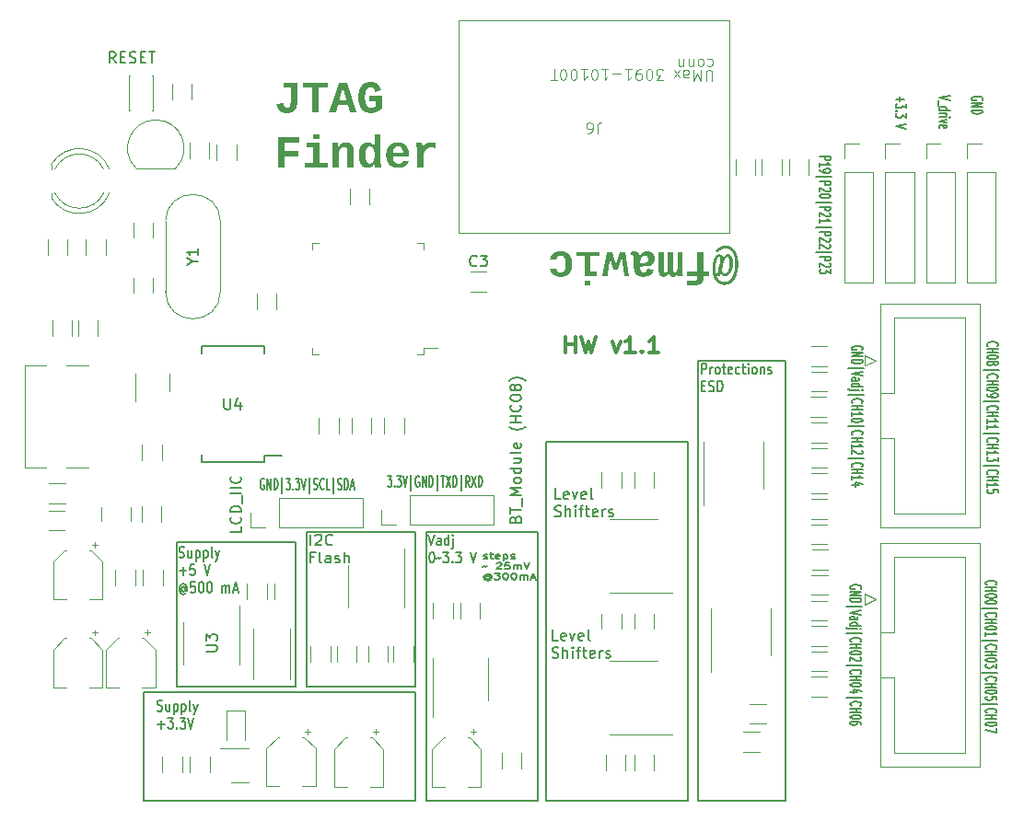
<source format=gbr>
%TF.GenerationSoftware,KiCad,Pcbnew,7.0.10-7.0.10~ubuntu22.04.1*%
%TF.CreationDate,2024-03-25T01:46:35+01:00*%
%TF.ProjectId,JTAGFinder,4a544147-4669-46e6-9465-722e6b696361,rev?*%
%TF.SameCoordinates,Original*%
%TF.FileFunction,Legend,Top*%
%TF.FilePolarity,Positive*%
%FSLAX46Y46*%
G04 Gerber Fmt 4.6, Leading zero omitted, Abs format (unit mm)*
G04 Created by KiCad (PCBNEW 7.0.10-7.0.10~ubuntu22.04.1) date 2024-03-25 01:46:35*
%MOMM*%
%LPD*%
G01*
G04 APERTURE LIST*
%ADD10C,0.150000*%
%ADD11C,0.300000*%
%ADD12C,0.100000*%
%ADD13C,0.120000*%
G04 APERTURE END LIST*
D10*
X141000000Y-126000000D02*
X141000000Y-127500000D01*
X174000000Y-87000000D02*
X166000000Y-87000000D01*
X165000000Y-94500000D02*
X165000000Y-127500000D01*
X140000000Y-102750000D02*
X140000000Y-117000000D01*
X165000000Y-127500000D02*
X152000000Y-127500000D01*
X166000000Y-127500000D02*
X174000000Y-127500000D01*
X130000000Y-102750000D02*
X140000000Y-102750000D01*
X115000000Y-117500000D02*
X115000000Y-127500000D01*
X140000000Y-127500000D02*
X140000000Y-117500000D01*
X141000000Y-127500000D02*
X151250000Y-127500000D01*
X152000000Y-94500000D02*
X165000000Y-94500000D01*
X118000000Y-117000000D02*
X129000000Y-117000000D01*
X174000000Y-127500000D02*
X174000000Y-87000000D01*
X141000000Y-102750000D02*
X141000000Y-126000000D01*
X118000000Y-103750000D02*
X118000000Y-117000000D01*
X151250000Y-127500000D02*
X151250000Y-102750000D01*
X152000000Y-127500000D02*
X152000000Y-94500000D01*
X140000000Y-117500000D02*
X115000000Y-117500000D01*
X151250000Y-102750000D02*
X141000000Y-102750000D01*
X115000000Y-127500000D02*
X140000000Y-127500000D01*
X166000000Y-90000000D02*
X166000000Y-127500000D01*
X140000000Y-117000000D02*
X130000000Y-117000000D01*
X128950000Y-103750000D02*
X118000000Y-103750000D01*
X166000000Y-87000000D02*
X166000000Y-90000000D01*
X130000000Y-117000000D02*
X130000000Y-102750000D01*
X129000000Y-117000000D02*
X128950000Y-103750000D01*
X126055826Y-97917438D02*
X125998684Y-97869819D01*
X125998684Y-97869819D02*
X125912969Y-97869819D01*
X125912969Y-97869819D02*
X125827255Y-97917438D01*
X125827255Y-97917438D02*
X125770112Y-98012676D01*
X125770112Y-98012676D02*
X125741541Y-98107914D01*
X125741541Y-98107914D02*
X125712969Y-98298390D01*
X125712969Y-98298390D02*
X125712969Y-98441247D01*
X125712969Y-98441247D02*
X125741541Y-98631723D01*
X125741541Y-98631723D02*
X125770112Y-98726961D01*
X125770112Y-98726961D02*
X125827255Y-98822200D01*
X125827255Y-98822200D02*
X125912969Y-98869819D01*
X125912969Y-98869819D02*
X125970112Y-98869819D01*
X125970112Y-98869819D02*
X126055826Y-98822200D01*
X126055826Y-98822200D02*
X126084398Y-98774580D01*
X126084398Y-98774580D02*
X126084398Y-98441247D01*
X126084398Y-98441247D02*
X125970112Y-98441247D01*
X126341541Y-98869819D02*
X126341541Y-97869819D01*
X126341541Y-97869819D02*
X126684398Y-98869819D01*
X126684398Y-98869819D02*
X126684398Y-97869819D01*
X126970112Y-98869819D02*
X126970112Y-97869819D01*
X126970112Y-97869819D02*
X127112969Y-97869819D01*
X127112969Y-97869819D02*
X127198683Y-97917438D01*
X127198683Y-97917438D02*
X127255826Y-98012676D01*
X127255826Y-98012676D02*
X127284397Y-98107914D01*
X127284397Y-98107914D02*
X127312969Y-98298390D01*
X127312969Y-98298390D02*
X127312969Y-98441247D01*
X127312969Y-98441247D02*
X127284397Y-98631723D01*
X127284397Y-98631723D02*
X127255826Y-98726961D01*
X127255826Y-98726961D02*
X127198683Y-98822200D01*
X127198683Y-98822200D02*
X127112969Y-98869819D01*
X127112969Y-98869819D02*
X126970112Y-98869819D01*
X127712969Y-99203152D02*
X127712969Y-97774580D01*
X128084398Y-97869819D02*
X128455826Y-97869819D01*
X128455826Y-97869819D02*
X128255826Y-98250771D01*
X128255826Y-98250771D02*
X128341541Y-98250771D01*
X128341541Y-98250771D02*
X128398684Y-98298390D01*
X128398684Y-98298390D02*
X128427255Y-98346009D01*
X128427255Y-98346009D02*
X128455826Y-98441247D01*
X128455826Y-98441247D02*
X128455826Y-98679342D01*
X128455826Y-98679342D02*
X128427255Y-98774580D01*
X128427255Y-98774580D02*
X128398684Y-98822200D01*
X128398684Y-98822200D02*
X128341541Y-98869819D01*
X128341541Y-98869819D02*
X128170112Y-98869819D01*
X128170112Y-98869819D02*
X128112969Y-98822200D01*
X128112969Y-98822200D02*
X128084398Y-98774580D01*
X128712970Y-98774580D02*
X128741541Y-98822200D01*
X128741541Y-98822200D02*
X128712970Y-98869819D01*
X128712970Y-98869819D02*
X128684398Y-98822200D01*
X128684398Y-98822200D02*
X128712970Y-98774580D01*
X128712970Y-98774580D02*
X128712970Y-98869819D01*
X128941541Y-97869819D02*
X129312969Y-97869819D01*
X129312969Y-97869819D02*
X129112969Y-98250771D01*
X129112969Y-98250771D02*
X129198684Y-98250771D01*
X129198684Y-98250771D02*
X129255827Y-98298390D01*
X129255827Y-98298390D02*
X129284398Y-98346009D01*
X129284398Y-98346009D02*
X129312969Y-98441247D01*
X129312969Y-98441247D02*
X129312969Y-98679342D01*
X129312969Y-98679342D02*
X129284398Y-98774580D01*
X129284398Y-98774580D02*
X129255827Y-98822200D01*
X129255827Y-98822200D02*
X129198684Y-98869819D01*
X129198684Y-98869819D02*
X129027255Y-98869819D01*
X129027255Y-98869819D02*
X128970112Y-98822200D01*
X128970112Y-98822200D02*
X128941541Y-98774580D01*
X129484398Y-97869819D02*
X129684398Y-98869819D01*
X129684398Y-98869819D02*
X129884398Y-97869819D01*
X130227256Y-99203152D02*
X130227256Y-97774580D01*
X130627256Y-98822200D02*
X130712971Y-98869819D01*
X130712971Y-98869819D02*
X130855828Y-98869819D01*
X130855828Y-98869819D02*
X130912971Y-98822200D01*
X130912971Y-98822200D02*
X130941542Y-98774580D01*
X130941542Y-98774580D02*
X130970113Y-98679342D01*
X130970113Y-98679342D02*
X130970113Y-98584104D01*
X130970113Y-98584104D02*
X130941542Y-98488866D01*
X130941542Y-98488866D02*
X130912971Y-98441247D01*
X130912971Y-98441247D02*
X130855828Y-98393628D01*
X130855828Y-98393628D02*
X130741542Y-98346009D01*
X130741542Y-98346009D02*
X130684399Y-98298390D01*
X130684399Y-98298390D02*
X130655828Y-98250771D01*
X130655828Y-98250771D02*
X130627256Y-98155533D01*
X130627256Y-98155533D02*
X130627256Y-98060295D01*
X130627256Y-98060295D02*
X130655828Y-97965057D01*
X130655828Y-97965057D02*
X130684399Y-97917438D01*
X130684399Y-97917438D02*
X130741542Y-97869819D01*
X130741542Y-97869819D02*
X130884399Y-97869819D01*
X130884399Y-97869819D02*
X130970113Y-97917438D01*
X131570114Y-98774580D02*
X131541542Y-98822200D01*
X131541542Y-98822200D02*
X131455828Y-98869819D01*
X131455828Y-98869819D02*
X131398685Y-98869819D01*
X131398685Y-98869819D02*
X131312971Y-98822200D01*
X131312971Y-98822200D02*
X131255828Y-98726961D01*
X131255828Y-98726961D02*
X131227257Y-98631723D01*
X131227257Y-98631723D02*
X131198685Y-98441247D01*
X131198685Y-98441247D02*
X131198685Y-98298390D01*
X131198685Y-98298390D02*
X131227257Y-98107914D01*
X131227257Y-98107914D02*
X131255828Y-98012676D01*
X131255828Y-98012676D02*
X131312971Y-97917438D01*
X131312971Y-97917438D02*
X131398685Y-97869819D01*
X131398685Y-97869819D02*
X131455828Y-97869819D01*
X131455828Y-97869819D02*
X131541542Y-97917438D01*
X131541542Y-97917438D02*
X131570114Y-97965057D01*
X132112971Y-98869819D02*
X131827257Y-98869819D01*
X131827257Y-98869819D02*
X131827257Y-97869819D01*
X132455828Y-99203152D02*
X132455828Y-97774580D01*
X132855828Y-98822200D02*
X132941543Y-98869819D01*
X132941543Y-98869819D02*
X133084400Y-98869819D01*
X133084400Y-98869819D02*
X133141543Y-98822200D01*
X133141543Y-98822200D02*
X133170114Y-98774580D01*
X133170114Y-98774580D02*
X133198685Y-98679342D01*
X133198685Y-98679342D02*
X133198685Y-98584104D01*
X133198685Y-98584104D02*
X133170114Y-98488866D01*
X133170114Y-98488866D02*
X133141543Y-98441247D01*
X133141543Y-98441247D02*
X133084400Y-98393628D01*
X133084400Y-98393628D02*
X132970114Y-98346009D01*
X132970114Y-98346009D02*
X132912971Y-98298390D01*
X132912971Y-98298390D02*
X132884400Y-98250771D01*
X132884400Y-98250771D02*
X132855828Y-98155533D01*
X132855828Y-98155533D02*
X132855828Y-98060295D01*
X132855828Y-98060295D02*
X132884400Y-97965057D01*
X132884400Y-97965057D02*
X132912971Y-97917438D01*
X132912971Y-97917438D02*
X132970114Y-97869819D01*
X132970114Y-97869819D02*
X133112971Y-97869819D01*
X133112971Y-97869819D02*
X133198685Y-97917438D01*
X133455829Y-98869819D02*
X133455829Y-97869819D01*
X133455829Y-97869819D02*
X133598686Y-97869819D01*
X133598686Y-97869819D02*
X133684400Y-97917438D01*
X133684400Y-97917438D02*
X133741543Y-98012676D01*
X133741543Y-98012676D02*
X133770114Y-98107914D01*
X133770114Y-98107914D02*
X133798686Y-98298390D01*
X133798686Y-98298390D02*
X133798686Y-98441247D01*
X133798686Y-98441247D02*
X133770114Y-98631723D01*
X133770114Y-98631723D02*
X133741543Y-98726961D01*
X133741543Y-98726961D02*
X133684400Y-98822200D01*
X133684400Y-98822200D02*
X133598686Y-98869819D01*
X133598686Y-98869819D02*
X133455829Y-98869819D01*
X134027257Y-98584104D02*
X134312972Y-98584104D01*
X133970114Y-98869819D02*
X134170114Y-97869819D01*
X134170114Y-97869819D02*
X134370114Y-98869819D01*
X118251064Y-105102200D02*
X118365350Y-105149819D01*
X118365350Y-105149819D02*
X118555826Y-105149819D01*
X118555826Y-105149819D02*
X118632017Y-105102200D01*
X118632017Y-105102200D02*
X118670112Y-105054580D01*
X118670112Y-105054580D02*
X118708207Y-104959342D01*
X118708207Y-104959342D02*
X118708207Y-104864104D01*
X118708207Y-104864104D02*
X118670112Y-104768866D01*
X118670112Y-104768866D02*
X118632017Y-104721247D01*
X118632017Y-104721247D02*
X118555826Y-104673628D01*
X118555826Y-104673628D02*
X118403445Y-104626009D01*
X118403445Y-104626009D02*
X118327255Y-104578390D01*
X118327255Y-104578390D02*
X118289160Y-104530771D01*
X118289160Y-104530771D02*
X118251064Y-104435533D01*
X118251064Y-104435533D02*
X118251064Y-104340295D01*
X118251064Y-104340295D02*
X118289160Y-104245057D01*
X118289160Y-104245057D02*
X118327255Y-104197438D01*
X118327255Y-104197438D02*
X118403445Y-104149819D01*
X118403445Y-104149819D02*
X118593922Y-104149819D01*
X118593922Y-104149819D02*
X118708207Y-104197438D01*
X119393922Y-104483152D02*
X119393922Y-105149819D01*
X119051065Y-104483152D02*
X119051065Y-105006961D01*
X119051065Y-105006961D02*
X119089160Y-105102200D01*
X119089160Y-105102200D02*
X119165350Y-105149819D01*
X119165350Y-105149819D02*
X119279636Y-105149819D01*
X119279636Y-105149819D02*
X119355827Y-105102200D01*
X119355827Y-105102200D02*
X119393922Y-105054580D01*
X119774875Y-104483152D02*
X119774875Y-105483152D01*
X119774875Y-104530771D02*
X119851065Y-104483152D01*
X119851065Y-104483152D02*
X120003446Y-104483152D01*
X120003446Y-104483152D02*
X120079637Y-104530771D01*
X120079637Y-104530771D02*
X120117732Y-104578390D01*
X120117732Y-104578390D02*
X120155827Y-104673628D01*
X120155827Y-104673628D02*
X120155827Y-104959342D01*
X120155827Y-104959342D02*
X120117732Y-105054580D01*
X120117732Y-105054580D02*
X120079637Y-105102200D01*
X120079637Y-105102200D02*
X120003446Y-105149819D01*
X120003446Y-105149819D02*
X119851065Y-105149819D01*
X119851065Y-105149819D02*
X119774875Y-105102200D01*
X120498685Y-104483152D02*
X120498685Y-105483152D01*
X120498685Y-104530771D02*
X120574875Y-104483152D01*
X120574875Y-104483152D02*
X120727256Y-104483152D01*
X120727256Y-104483152D02*
X120803447Y-104530771D01*
X120803447Y-104530771D02*
X120841542Y-104578390D01*
X120841542Y-104578390D02*
X120879637Y-104673628D01*
X120879637Y-104673628D02*
X120879637Y-104959342D01*
X120879637Y-104959342D02*
X120841542Y-105054580D01*
X120841542Y-105054580D02*
X120803447Y-105102200D01*
X120803447Y-105102200D02*
X120727256Y-105149819D01*
X120727256Y-105149819D02*
X120574875Y-105149819D01*
X120574875Y-105149819D02*
X120498685Y-105102200D01*
X121336780Y-105149819D02*
X121260590Y-105102200D01*
X121260590Y-105102200D02*
X121222495Y-105006961D01*
X121222495Y-105006961D02*
X121222495Y-104149819D01*
X121565352Y-104483152D02*
X121755828Y-105149819D01*
X121946305Y-104483152D02*
X121755828Y-105149819D01*
X121755828Y-105149819D02*
X121679638Y-105387914D01*
X121679638Y-105387914D02*
X121641543Y-105435533D01*
X121641543Y-105435533D02*
X121565352Y-105483152D01*
X118289160Y-106378866D02*
X118898684Y-106378866D01*
X118593922Y-106759819D02*
X118593922Y-105997914D01*
X119660588Y-105759819D02*
X119279636Y-105759819D01*
X119279636Y-105759819D02*
X119241540Y-106236009D01*
X119241540Y-106236009D02*
X119279636Y-106188390D01*
X119279636Y-106188390D02*
X119355826Y-106140771D01*
X119355826Y-106140771D02*
X119546302Y-106140771D01*
X119546302Y-106140771D02*
X119622493Y-106188390D01*
X119622493Y-106188390D02*
X119660588Y-106236009D01*
X119660588Y-106236009D02*
X119698683Y-106331247D01*
X119698683Y-106331247D02*
X119698683Y-106569342D01*
X119698683Y-106569342D02*
X119660588Y-106664580D01*
X119660588Y-106664580D02*
X119622493Y-106712200D01*
X119622493Y-106712200D02*
X119546302Y-106759819D01*
X119546302Y-106759819D02*
X119355826Y-106759819D01*
X119355826Y-106759819D02*
X119279636Y-106712200D01*
X119279636Y-106712200D02*
X119241540Y-106664580D01*
X120536779Y-105759819D02*
X120803446Y-106759819D01*
X120803446Y-106759819D02*
X121070112Y-105759819D01*
X118784398Y-107893628D02*
X118746303Y-107846009D01*
X118746303Y-107846009D02*
X118670112Y-107798390D01*
X118670112Y-107798390D02*
X118593922Y-107798390D01*
X118593922Y-107798390D02*
X118517731Y-107846009D01*
X118517731Y-107846009D02*
X118479636Y-107893628D01*
X118479636Y-107893628D02*
X118441541Y-107988866D01*
X118441541Y-107988866D02*
X118441541Y-108084104D01*
X118441541Y-108084104D02*
X118479636Y-108179342D01*
X118479636Y-108179342D02*
X118517731Y-108226961D01*
X118517731Y-108226961D02*
X118593922Y-108274580D01*
X118593922Y-108274580D02*
X118670112Y-108274580D01*
X118670112Y-108274580D02*
X118746303Y-108226961D01*
X118746303Y-108226961D02*
X118784398Y-108179342D01*
X118784398Y-107798390D02*
X118784398Y-108179342D01*
X118784398Y-108179342D02*
X118822493Y-108226961D01*
X118822493Y-108226961D02*
X118860588Y-108226961D01*
X118860588Y-108226961D02*
X118936779Y-108179342D01*
X118936779Y-108179342D02*
X118974874Y-108084104D01*
X118974874Y-108084104D02*
X118974874Y-107846009D01*
X118974874Y-107846009D02*
X118898684Y-107703152D01*
X118898684Y-107703152D02*
X118784398Y-107607914D01*
X118784398Y-107607914D02*
X118632017Y-107560295D01*
X118632017Y-107560295D02*
X118479636Y-107607914D01*
X118479636Y-107607914D02*
X118365350Y-107703152D01*
X118365350Y-107703152D02*
X118289160Y-107846009D01*
X118289160Y-107846009D02*
X118251064Y-108036485D01*
X118251064Y-108036485D02*
X118289160Y-108226961D01*
X118289160Y-108226961D02*
X118365350Y-108369819D01*
X118365350Y-108369819D02*
X118479636Y-108465057D01*
X118479636Y-108465057D02*
X118632017Y-108512676D01*
X118632017Y-108512676D02*
X118784398Y-108465057D01*
X118784398Y-108465057D02*
X118898684Y-108369819D01*
X119698683Y-107369819D02*
X119317731Y-107369819D01*
X119317731Y-107369819D02*
X119279635Y-107846009D01*
X119279635Y-107846009D02*
X119317731Y-107798390D01*
X119317731Y-107798390D02*
X119393921Y-107750771D01*
X119393921Y-107750771D02*
X119584397Y-107750771D01*
X119584397Y-107750771D02*
X119660588Y-107798390D01*
X119660588Y-107798390D02*
X119698683Y-107846009D01*
X119698683Y-107846009D02*
X119736778Y-107941247D01*
X119736778Y-107941247D02*
X119736778Y-108179342D01*
X119736778Y-108179342D02*
X119698683Y-108274580D01*
X119698683Y-108274580D02*
X119660588Y-108322200D01*
X119660588Y-108322200D02*
X119584397Y-108369819D01*
X119584397Y-108369819D02*
X119393921Y-108369819D01*
X119393921Y-108369819D02*
X119317731Y-108322200D01*
X119317731Y-108322200D02*
X119279635Y-108274580D01*
X120232017Y-107369819D02*
X120308207Y-107369819D01*
X120308207Y-107369819D02*
X120384398Y-107417438D01*
X120384398Y-107417438D02*
X120422493Y-107465057D01*
X120422493Y-107465057D02*
X120460588Y-107560295D01*
X120460588Y-107560295D02*
X120498683Y-107750771D01*
X120498683Y-107750771D02*
X120498683Y-107988866D01*
X120498683Y-107988866D02*
X120460588Y-108179342D01*
X120460588Y-108179342D02*
X120422493Y-108274580D01*
X120422493Y-108274580D02*
X120384398Y-108322200D01*
X120384398Y-108322200D02*
X120308207Y-108369819D01*
X120308207Y-108369819D02*
X120232017Y-108369819D01*
X120232017Y-108369819D02*
X120155826Y-108322200D01*
X120155826Y-108322200D02*
X120117731Y-108274580D01*
X120117731Y-108274580D02*
X120079636Y-108179342D01*
X120079636Y-108179342D02*
X120041540Y-107988866D01*
X120041540Y-107988866D02*
X120041540Y-107750771D01*
X120041540Y-107750771D02*
X120079636Y-107560295D01*
X120079636Y-107560295D02*
X120117731Y-107465057D01*
X120117731Y-107465057D02*
X120155826Y-107417438D01*
X120155826Y-107417438D02*
X120232017Y-107369819D01*
X120993922Y-107369819D02*
X121070112Y-107369819D01*
X121070112Y-107369819D02*
X121146303Y-107417438D01*
X121146303Y-107417438D02*
X121184398Y-107465057D01*
X121184398Y-107465057D02*
X121222493Y-107560295D01*
X121222493Y-107560295D02*
X121260588Y-107750771D01*
X121260588Y-107750771D02*
X121260588Y-107988866D01*
X121260588Y-107988866D02*
X121222493Y-108179342D01*
X121222493Y-108179342D02*
X121184398Y-108274580D01*
X121184398Y-108274580D02*
X121146303Y-108322200D01*
X121146303Y-108322200D02*
X121070112Y-108369819D01*
X121070112Y-108369819D02*
X120993922Y-108369819D01*
X120993922Y-108369819D02*
X120917731Y-108322200D01*
X120917731Y-108322200D02*
X120879636Y-108274580D01*
X120879636Y-108274580D02*
X120841541Y-108179342D01*
X120841541Y-108179342D02*
X120803445Y-107988866D01*
X120803445Y-107988866D02*
X120803445Y-107750771D01*
X120803445Y-107750771D02*
X120841541Y-107560295D01*
X120841541Y-107560295D02*
X120879636Y-107465057D01*
X120879636Y-107465057D02*
X120917731Y-107417438D01*
X120917731Y-107417438D02*
X120993922Y-107369819D01*
X122212970Y-108369819D02*
X122212970Y-107703152D01*
X122212970Y-107798390D02*
X122251065Y-107750771D01*
X122251065Y-107750771D02*
X122327255Y-107703152D01*
X122327255Y-107703152D02*
X122441541Y-107703152D01*
X122441541Y-107703152D02*
X122517732Y-107750771D01*
X122517732Y-107750771D02*
X122555827Y-107846009D01*
X122555827Y-107846009D02*
X122555827Y-108369819D01*
X122555827Y-107846009D02*
X122593922Y-107750771D01*
X122593922Y-107750771D02*
X122670113Y-107703152D01*
X122670113Y-107703152D02*
X122784398Y-107703152D01*
X122784398Y-107703152D02*
X122860589Y-107750771D01*
X122860589Y-107750771D02*
X122898684Y-107846009D01*
X122898684Y-107846009D02*
X122898684Y-108369819D01*
X123241541Y-108084104D02*
X123622494Y-108084104D01*
X123165351Y-108369819D02*
X123432018Y-107369819D01*
X123432018Y-107369819D02*
X123698684Y-108369819D01*
X180914561Y-107997826D02*
X180962180Y-107940684D01*
X180962180Y-107940684D02*
X180962180Y-107854969D01*
X180962180Y-107854969D02*
X180914561Y-107769255D01*
X180914561Y-107769255D02*
X180819323Y-107712112D01*
X180819323Y-107712112D02*
X180724085Y-107683541D01*
X180724085Y-107683541D02*
X180533609Y-107654969D01*
X180533609Y-107654969D02*
X180390752Y-107654969D01*
X180390752Y-107654969D02*
X180200276Y-107683541D01*
X180200276Y-107683541D02*
X180105038Y-107712112D01*
X180105038Y-107712112D02*
X180009800Y-107769255D01*
X180009800Y-107769255D02*
X179962180Y-107854969D01*
X179962180Y-107854969D02*
X179962180Y-107912112D01*
X179962180Y-107912112D02*
X180009800Y-107997826D01*
X180009800Y-107997826D02*
X180057419Y-108026398D01*
X180057419Y-108026398D02*
X180390752Y-108026398D01*
X180390752Y-108026398D02*
X180390752Y-107912112D01*
X179962180Y-108283541D02*
X180962180Y-108283541D01*
X180962180Y-108283541D02*
X179962180Y-108626398D01*
X179962180Y-108626398D02*
X180962180Y-108626398D01*
X179962180Y-108912112D02*
X180962180Y-108912112D01*
X180962180Y-108912112D02*
X180962180Y-109054969D01*
X180962180Y-109054969D02*
X180914561Y-109140683D01*
X180914561Y-109140683D02*
X180819323Y-109197826D01*
X180819323Y-109197826D02*
X180724085Y-109226397D01*
X180724085Y-109226397D02*
X180533609Y-109254969D01*
X180533609Y-109254969D02*
X180390752Y-109254969D01*
X180390752Y-109254969D02*
X180200276Y-109226397D01*
X180200276Y-109226397D02*
X180105038Y-109197826D01*
X180105038Y-109197826D02*
X180009800Y-109140683D01*
X180009800Y-109140683D02*
X179962180Y-109054969D01*
X179962180Y-109054969D02*
X179962180Y-108912112D01*
X179628847Y-109654969D02*
X181057419Y-109654969D01*
X180962180Y-109997826D02*
X179962180Y-110197826D01*
X179962180Y-110197826D02*
X180962180Y-110397826D01*
X179962180Y-110854970D02*
X180485990Y-110854970D01*
X180485990Y-110854970D02*
X180581228Y-110826398D01*
X180581228Y-110826398D02*
X180628847Y-110769255D01*
X180628847Y-110769255D02*
X180628847Y-110654970D01*
X180628847Y-110654970D02*
X180581228Y-110597827D01*
X180009800Y-110854970D02*
X179962180Y-110797827D01*
X179962180Y-110797827D02*
X179962180Y-110654970D01*
X179962180Y-110654970D02*
X180009800Y-110597827D01*
X180009800Y-110597827D02*
X180105038Y-110569255D01*
X180105038Y-110569255D02*
X180200276Y-110569255D01*
X180200276Y-110569255D02*
X180295514Y-110597827D01*
X180295514Y-110597827D02*
X180343133Y-110654970D01*
X180343133Y-110654970D02*
X180343133Y-110797827D01*
X180343133Y-110797827D02*
X180390752Y-110854970D01*
X179962180Y-111397827D02*
X180962180Y-111397827D01*
X180009800Y-111397827D02*
X179962180Y-111340684D01*
X179962180Y-111340684D02*
X179962180Y-111226398D01*
X179962180Y-111226398D02*
X180009800Y-111169255D01*
X180009800Y-111169255D02*
X180057419Y-111140684D01*
X180057419Y-111140684D02*
X180152657Y-111112112D01*
X180152657Y-111112112D02*
X180438371Y-111112112D01*
X180438371Y-111112112D02*
X180533609Y-111140684D01*
X180533609Y-111140684D02*
X180581228Y-111169255D01*
X180581228Y-111169255D02*
X180628847Y-111226398D01*
X180628847Y-111226398D02*
X180628847Y-111340684D01*
X180628847Y-111340684D02*
X180581228Y-111397827D01*
X180628847Y-111683541D02*
X179771704Y-111683541D01*
X179771704Y-111683541D02*
X179676466Y-111654969D01*
X179676466Y-111654969D02*
X179628847Y-111597826D01*
X179628847Y-111597826D02*
X179628847Y-111569255D01*
X180962180Y-111683541D02*
X180914561Y-111654969D01*
X180914561Y-111654969D02*
X180866942Y-111683541D01*
X180866942Y-111683541D02*
X180914561Y-111712112D01*
X180914561Y-111712112D02*
X180962180Y-111683541D01*
X180962180Y-111683541D02*
X180866942Y-111683541D01*
X179628847Y-112112112D02*
X181057419Y-112112112D01*
X180057419Y-112883541D02*
X180009800Y-112854969D01*
X180009800Y-112854969D02*
X179962180Y-112769255D01*
X179962180Y-112769255D02*
X179962180Y-112712112D01*
X179962180Y-112712112D02*
X180009800Y-112626398D01*
X180009800Y-112626398D02*
X180105038Y-112569255D01*
X180105038Y-112569255D02*
X180200276Y-112540684D01*
X180200276Y-112540684D02*
X180390752Y-112512112D01*
X180390752Y-112512112D02*
X180533609Y-112512112D01*
X180533609Y-112512112D02*
X180724085Y-112540684D01*
X180724085Y-112540684D02*
X180819323Y-112569255D01*
X180819323Y-112569255D02*
X180914561Y-112626398D01*
X180914561Y-112626398D02*
X180962180Y-112712112D01*
X180962180Y-112712112D02*
X180962180Y-112769255D01*
X180962180Y-112769255D02*
X180914561Y-112854969D01*
X180914561Y-112854969D02*
X180866942Y-112883541D01*
X179962180Y-113140684D02*
X180962180Y-113140684D01*
X180485990Y-113140684D02*
X180485990Y-113483541D01*
X179962180Y-113483541D02*
X180962180Y-113483541D01*
X180962180Y-113883540D02*
X180962180Y-113940683D01*
X180962180Y-113940683D02*
X180914561Y-113997826D01*
X180914561Y-113997826D02*
X180866942Y-114026398D01*
X180866942Y-114026398D02*
X180771704Y-114054969D01*
X180771704Y-114054969D02*
X180581228Y-114083540D01*
X180581228Y-114083540D02*
X180343133Y-114083540D01*
X180343133Y-114083540D02*
X180152657Y-114054969D01*
X180152657Y-114054969D02*
X180057419Y-114026398D01*
X180057419Y-114026398D02*
X180009800Y-113997826D01*
X180009800Y-113997826D02*
X179962180Y-113940683D01*
X179962180Y-113940683D02*
X179962180Y-113883540D01*
X179962180Y-113883540D02*
X180009800Y-113826398D01*
X180009800Y-113826398D02*
X180057419Y-113797826D01*
X180057419Y-113797826D02*
X180152657Y-113769255D01*
X180152657Y-113769255D02*
X180343133Y-113740683D01*
X180343133Y-113740683D02*
X180581228Y-113740683D01*
X180581228Y-113740683D02*
X180771704Y-113769255D01*
X180771704Y-113769255D02*
X180866942Y-113797826D01*
X180866942Y-113797826D02*
X180914561Y-113826398D01*
X180914561Y-113826398D02*
X180962180Y-113883540D01*
X180866942Y-114312112D02*
X180914561Y-114340684D01*
X180914561Y-114340684D02*
X180962180Y-114397827D01*
X180962180Y-114397827D02*
X180962180Y-114540684D01*
X180962180Y-114540684D02*
X180914561Y-114597827D01*
X180914561Y-114597827D02*
X180866942Y-114626398D01*
X180866942Y-114626398D02*
X180771704Y-114654969D01*
X180771704Y-114654969D02*
X180676466Y-114654969D01*
X180676466Y-114654969D02*
X180533609Y-114626398D01*
X180533609Y-114626398D02*
X179962180Y-114283541D01*
X179962180Y-114283541D02*
X179962180Y-114654969D01*
X179628847Y-115054970D02*
X181057419Y-115054970D01*
X180057419Y-115826399D02*
X180009800Y-115797827D01*
X180009800Y-115797827D02*
X179962180Y-115712113D01*
X179962180Y-115712113D02*
X179962180Y-115654970D01*
X179962180Y-115654970D02*
X180009800Y-115569256D01*
X180009800Y-115569256D02*
X180105038Y-115512113D01*
X180105038Y-115512113D02*
X180200276Y-115483542D01*
X180200276Y-115483542D02*
X180390752Y-115454970D01*
X180390752Y-115454970D02*
X180533609Y-115454970D01*
X180533609Y-115454970D02*
X180724085Y-115483542D01*
X180724085Y-115483542D02*
X180819323Y-115512113D01*
X180819323Y-115512113D02*
X180914561Y-115569256D01*
X180914561Y-115569256D02*
X180962180Y-115654970D01*
X180962180Y-115654970D02*
X180962180Y-115712113D01*
X180962180Y-115712113D02*
X180914561Y-115797827D01*
X180914561Y-115797827D02*
X180866942Y-115826399D01*
X179962180Y-116083542D02*
X180962180Y-116083542D01*
X180485990Y-116083542D02*
X180485990Y-116426399D01*
X179962180Y-116426399D02*
X180962180Y-116426399D01*
X180962180Y-116826398D02*
X180962180Y-116883541D01*
X180962180Y-116883541D02*
X180914561Y-116940684D01*
X180914561Y-116940684D02*
X180866942Y-116969256D01*
X180866942Y-116969256D02*
X180771704Y-116997827D01*
X180771704Y-116997827D02*
X180581228Y-117026398D01*
X180581228Y-117026398D02*
X180343133Y-117026398D01*
X180343133Y-117026398D02*
X180152657Y-116997827D01*
X180152657Y-116997827D02*
X180057419Y-116969256D01*
X180057419Y-116969256D02*
X180009800Y-116940684D01*
X180009800Y-116940684D02*
X179962180Y-116883541D01*
X179962180Y-116883541D02*
X179962180Y-116826398D01*
X179962180Y-116826398D02*
X180009800Y-116769256D01*
X180009800Y-116769256D02*
X180057419Y-116740684D01*
X180057419Y-116740684D02*
X180152657Y-116712113D01*
X180152657Y-116712113D02*
X180343133Y-116683541D01*
X180343133Y-116683541D02*
X180581228Y-116683541D01*
X180581228Y-116683541D02*
X180771704Y-116712113D01*
X180771704Y-116712113D02*
X180866942Y-116740684D01*
X180866942Y-116740684D02*
X180914561Y-116769256D01*
X180914561Y-116769256D02*
X180962180Y-116826398D01*
X180628847Y-117540685D02*
X179962180Y-117540685D01*
X181009800Y-117397827D02*
X180295514Y-117254970D01*
X180295514Y-117254970D02*
X180295514Y-117626399D01*
X179628847Y-117997828D02*
X181057419Y-117997828D01*
X180057419Y-118769257D02*
X180009800Y-118740685D01*
X180009800Y-118740685D02*
X179962180Y-118654971D01*
X179962180Y-118654971D02*
X179962180Y-118597828D01*
X179962180Y-118597828D02*
X180009800Y-118512114D01*
X180009800Y-118512114D02*
X180105038Y-118454971D01*
X180105038Y-118454971D02*
X180200276Y-118426400D01*
X180200276Y-118426400D02*
X180390752Y-118397828D01*
X180390752Y-118397828D02*
X180533609Y-118397828D01*
X180533609Y-118397828D02*
X180724085Y-118426400D01*
X180724085Y-118426400D02*
X180819323Y-118454971D01*
X180819323Y-118454971D02*
X180914561Y-118512114D01*
X180914561Y-118512114D02*
X180962180Y-118597828D01*
X180962180Y-118597828D02*
X180962180Y-118654971D01*
X180962180Y-118654971D02*
X180914561Y-118740685D01*
X180914561Y-118740685D02*
X180866942Y-118769257D01*
X179962180Y-119026400D02*
X180962180Y-119026400D01*
X180485990Y-119026400D02*
X180485990Y-119369257D01*
X179962180Y-119369257D02*
X180962180Y-119369257D01*
X180962180Y-119769256D02*
X180962180Y-119826399D01*
X180962180Y-119826399D02*
X180914561Y-119883542D01*
X180914561Y-119883542D02*
X180866942Y-119912114D01*
X180866942Y-119912114D02*
X180771704Y-119940685D01*
X180771704Y-119940685D02*
X180581228Y-119969256D01*
X180581228Y-119969256D02*
X180343133Y-119969256D01*
X180343133Y-119969256D02*
X180152657Y-119940685D01*
X180152657Y-119940685D02*
X180057419Y-119912114D01*
X180057419Y-119912114D02*
X180009800Y-119883542D01*
X180009800Y-119883542D02*
X179962180Y-119826399D01*
X179962180Y-119826399D02*
X179962180Y-119769256D01*
X179962180Y-119769256D02*
X180009800Y-119712114D01*
X180009800Y-119712114D02*
X180057419Y-119683542D01*
X180057419Y-119683542D02*
X180152657Y-119654971D01*
X180152657Y-119654971D02*
X180343133Y-119626399D01*
X180343133Y-119626399D02*
X180581228Y-119626399D01*
X180581228Y-119626399D02*
X180771704Y-119654971D01*
X180771704Y-119654971D02*
X180866942Y-119683542D01*
X180866942Y-119683542D02*
X180914561Y-119712114D01*
X180914561Y-119712114D02*
X180962180Y-119769256D01*
X180962180Y-120483543D02*
X180962180Y-120369257D01*
X180962180Y-120369257D02*
X180914561Y-120312114D01*
X180914561Y-120312114D02*
X180866942Y-120283543D01*
X180866942Y-120283543D02*
X180724085Y-120226400D01*
X180724085Y-120226400D02*
X180533609Y-120197828D01*
X180533609Y-120197828D02*
X180152657Y-120197828D01*
X180152657Y-120197828D02*
X180057419Y-120226400D01*
X180057419Y-120226400D02*
X180009800Y-120254971D01*
X180009800Y-120254971D02*
X179962180Y-120312114D01*
X179962180Y-120312114D02*
X179962180Y-120426400D01*
X179962180Y-120426400D02*
X180009800Y-120483543D01*
X180009800Y-120483543D02*
X180057419Y-120512114D01*
X180057419Y-120512114D02*
X180152657Y-120540685D01*
X180152657Y-120540685D02*
X180390752Y-120540685D01*
X180390752Y-120540685D02*
X180485990Y-120512114D01*
X180485990Y-120512114D02*
X180533609Y-120483543D01*
X180533609Y-120483543D02*
X180581228Y-120426400D01*
X180581228Y-120426400D02*
X180581228Y-120312114D01*
X180581228Y-120312114D02*
X180533609Y-120254971D01*
X180533609Y-120254971D02*
X180485990Y-120226400D01*
X180485990Y-120226400D02*
X180390752Y-120197828D01*
X116251064Y-119212200D02*
X116365350Y-119259819D01*
X116365350Y-119259819D02*
X116555826Y-119259819D01*
X116555826Y-119259819D02*
X116632017Y-119212200D01*
X116632017Y-119212200D02*
X116670112Y-119164580D01*
X116670112Y-119164580D02*
X116708207Y-119069342D01*
X116708207Y-119069342D02*
X116708207Y-118974104D01*
X116708207Y-118974104D02*
X116670112Y-118878866D01*
X116670112Y-118878866D02*
X116632017Y-118831247D01*
X116632017Y-118831247D02*
X116555826Y-118783628D01*
X116555826Y-118783628D02*
X116403445Y-118736009D01*
X116403445Y-118736009D02*
X116327255Y-118688390D01*
X116327255Y-118688390D02*
X116289160Y-118640771D01*
X116289160Y-118640771D02*
X116251064Y-118545533D01*
X116251064Y-118545533D02*
X116251064Y-118450295D01*
X116251064Y-118450295D02*
X116289160Y-118355057D01*
X116289160Y-118355057D02*
X116327255Y-118307438D01*
X116327255Y-118307438D02*
X116403445Y-118259819D01*
X116403445Y-118259819D02*
X116593922Y-118259819D01*
X116593922Y-118259819D02*
X116708207Y-118307438D01*
X117393922Y-118593152D02*
X117393922Y-119259819D01*
X117051065Y-118593152D02*
X117051065Y-119116961D01*
X117051065Y-119116961D02*
X117089160Y-119212200D01*
X117089160Y-119212200D02*
X117165350Y-119259819D01*
X117165350Y-119259819D02*
X117279636Y-119259819D01*
X117279636Y-119259819D02*
X117355827Y-119212200D01*
X117355827Y-119212200D02*
X117393922Y-119164580D01*
X117774875Y-118593152D02*
X117774875Y-119593152D01*
X117774875Y-118640771D02*
X117851065Y-118593152D01*
X117851065Y-118593152D02*
X118003446Y-118593152D01*
X118003446Y-118593152D02*
X118079637Y-118640771D01*
X118079637Y-118640771D02*
X118117732Y-118688390D01*
X118117732Y-118688390D02*
X118155827Y-118783628D01*
X118155827Y-118783628D02*
X118155827Y-119069342D01*
X118155827Y-119069342D02*
X118117732Y-119164580D01*
X118117732Y-119164580D02*
X118079637Y-119212200D01*
X118079637Y-119212200D02*
X118003446Y-119259819D01*
X118003446Y-119259819D02*
X117851065Y-119259819D01*
X117851065Y-119259819D02*
X117774875Y-119212200D01*
X118498685Y-118593152D02*
X118498685Y-119593152D01*
X118498685Y-118640771D02*
X118574875Y-118593152D01*
X118574875Y-118593152D02*
X118727256Y-118593152D01*
X118727256Y-118593152D02*
X118803447Y-118640771D01*
X118803447Y-118640771D02*
X118841542Y-118688390D01*
X118841542Y-118688390D02*
X118879637Y-118783628D01*
X118879637Y-118783628D02*
X118879637Y-119069342D01*
X118879637Y-119069342D02*
X118841542Y-119164580D01*
X118841542Y-119164580D02*
X118803447Y-119212200D01*
X118803447Y-119212200D02*
X118727256Y-119259819D01*
X118727256Y-119259819D02*
X118574875Y-119259819D01*
X118574875Y-119259819D02*
X118498685Y-119212200D01*
X119336780Y-119259819D02*
X119260590Y-119212200D01*
X119260590Y-119212200D02*
X119222495Y-119116961D01*
X119222495Y-119116961D02*
X119222495Y-118259819D01*
X119565352Y-118593152D02*
X119755828Y-119259819D01*
X119946305Y-118593152D02*
X119755828Y-119259819D01*
X119755828Y-119259819D02*
X119679638Y-119497914D01*
X119679638Y-119497914D02*
X119641543Y-119545533D01*
X119641543Y-119545533D02*
X119565352Y-119593152D01*
X116289160Y-120488866D02*
X116898684Y-120488866D01*
X116593922Y-120869819D02*
X116593922Y-120107914D01*
X117203445Y-119869819D02*
X117698683Y-119869819D01*
X117698683Y-119869819D02*
X117432017Y-120250771D01*
X117432017Y-120250771D02*
X117546302Y-120250771D01*
X117546302Y-120250771D02*
X117622493Y-120298390D01*
X117622493Y-120298390D02*
X117660588Y-120346009D01*
X117660588Y-120346009D02*
X117698683Y-120441247D01*
X117698683Y-120441247D02*
X117698683Y-120679342D01*
X117698683Y-120679342D02*
X117660588Y-120774580D01*
X117660588Y-120774580D02*
X117622493Y-120822200D01*
X117622493Y-120822200D02*
X117546302Y-120869819D01*
X117546302Y-120869819D02*
X117317731Y-120869819D01*
X117317731Y-120869819D02*
X117241540Y-120822200D01*
X117241540Y-120822200D02*
X117203445Y-120774580D01*
X118041541Y-120774580D02*
X118079636Y-120822200D01*
X118079636Y-120822200D02*
X118041541Y-120869819D01*
X118041541Y-120869819D02*
X118003445Y-120822200D01*
X118003445Y-120822200D02*
X118041541Y-120774580D01*
X118041541Y-120774580D02*
X118041541Y-120869819D01*
X118346302Y-119869819D02*
X118841540Y-119869819D01*
X118841540Y-119869819D02*
X118574874Y-120250771D01*
X118574874Y-120250771D02*
X118689159Y-120250771D01*
X118689159Y-120250771D02*
X118765350Y-120298390D01*
X118765350Y-120298390D02*
X118803445Y-120346009D01*
X118803445Y-120346009D02*
X118841540Y-120441247D01*
X118841540Y-120441247D02*
X118841540Y-120679342D01*
X118841540Y-120679342D02*
X118803445Y-120774580D01*
X118803445Y-120774580D02*
X118765350Y-120822200D01*
X118765350Y-120822200D02*
X118689159Y-120869819D01*
X118689159Y-120869819D02*
X118460588Y-120869819D01*
X118460588Y-120869819D02*
X118384397Y-120822200D01*
X118384397Y-120822200D02*
X118346302Y-120774580D01*
X119070112Y-119869819D02*
X119336779Y-120869819D01*
X119336779Y-120869819D02*
X119603445Y-119869819D01*
D11*
X153804510Y-86300828D02*
X153804510Y-84800828D01*
X153804510Y-85515114D02*
X154661653Y-85515114D01*
X154661653Y-86300828D02*
X154661653Y-84800828D01*
X155233082Y-84800828D02*
X155590225Y-86300828D01*
X155590225Y-86300828D02*
X155875939Y-85229400D01*
X155875939Y-85229400D02*
X156161654Y-86300828D01*
X156161654Y-86300828D02*
X156518797Y-84800828D01*
X158090225Y-85300828D02*
X158447368Y-86300828D01*
X158447368Y-86300828D02*
X158804511Y-85300828D01*
X160161654Y-86300828D02*
X159304511Y-86300828D01*
X159733082Y-86300828D02*
X159733082Y-84800828D01*
X159733082Y-84800828D02*
X159590225Y-85015114D01*
X159590225Y-85015114D02*
X159447368Y-85157971D01*
X159447368Y-85157971D02*
X159304511Y-85229400D01*
X160804510Y-86157971D02*
X160875939Y-86229400D01*
X160875939Y-86229400D02*
X160804510Y-86300828D01*
X160804510Y-86300828D02*
X160733082Y-86229400D01*
X160733082Y-86229400D02*
X160804510Y-86157971D01*
X160804510Y-86157971D02*
X160804510Y-86300828D01*
X162304511Y-86300828D02*
X161447368Y-86300828D01*
X161875939Y-86300828D02*
X161875939Y-84800828D01*
X161875939Y-84800828D02*
X161733082Y-85015114D01*
X161733082Y-85015114D02*
X161590225Y-85157971D01*
X161590225Y-85157971D02*
X161447368Y-85229400D01*
D10*
X189130180Y-62655826D02*
X188130180Y-62855826D01*
X188130180Y-62855826D02*
X189130180Y-63055826D01*
X188034942Y-63112970D02*
X188034942Y-63570112D01*
X188130180Y-63970113D02*
X189130180Y-63970113D01*
X188177800Y-63970113D02*
X188130180Y-63912970D01*
X188130180Y-63912970D02*
X188130180Y-63798684D01*
X188130180Y-63798684D02*
X188177800Y-63741541D01*
X188177800Y-63741541D02*
X188225419Y-63712970D01*
X188225419Y-63712970D02*
X188320657Y-63684398D01*
X188320657Y-63684398D02*
X188606371Y-63684398D01*
X188606371Y-63684398D02*
X188701609Y-63712970D01*
X188701609Y-63712970D02*
X188749228Y-63741541D01*
X188749228Y-63741541D02*
X188796847Y-63798684D01*
X188796847Y-63798684D02*
X188796847Y-63912970D01*
X188796847Y-63912970D02*
X188749228Y-63970113D01*
X188130180Y-64255827D02*
X188796847Y-64255827D01*
X188606371Y-64255827D02*
X188701609Y-64284398D01*
X188701609Y-64284398D02*
X188749228Y-64312970D01*
X188749228Y-64312970D02*
X188796847Y-64370112D01*
X188796847Y-64370112D02*
X188796847Y-64427255D01*
X188130180Y-64627256D02*
X188796847Y-64627256D01*
X189130180Y-64627256D02*
X189082561Y-64598684D01*
X189082561Y-64598684D02*
X189034942Y-64627256D01*
X189034942Y-64627256D02*
X189082561Y-64655827D01*
X189082561Y-64655827D02*
X189130180Y-64627256D01*
X189130180Y-64627256D02*
X189034942Y-64627256D01*
X188796847Y-64855827D02*
X188130180Y-64998684D01*
X188130180Y-64998684D02*
X188796847Y-65141541D01*
X188177800Y-65598684D02*
X188130180Y-65541541D01*
X188130180Y-65541541D02*
X188130180Y-65427256D01*
X188130180Y-65427256D02*
X188177800Y-65370113D01*
X188177800Y-65370113D02*
X188273038Y-65341541D01*
X188273038Y-65341541D02*
X188653990Y-65341541D01*
X188653990Y-65341541D02*
X188749228Y-65370113D01*
X188749228Y-65370113D02*
X188796847Y-65427256D01*
X188796847Y-65427256D02*
X188796847Y-65541541D01*
X188796847Y-65541541D02*
X188749228Y-65598684D01*
X188749228Y-65598684D02*
X188653990Y-65627256D01*
X188653990Y-65627256D02*
X188558752Y-65627256D01*
X188558752Y-65627256D02*
X188463514Y-65341541D01*
X153312969Y-99759819D02*
X152836779Y-99759819D01*
X152836779Y-99759819D02*
X152836779Y-98759819D01*
X154027255Y-99712200D02*
X153932017Y-99759819D01*
X153932017Y-99759819D02*
X153741541Y-99759819D01*
X153741541Y-99759819D02*
X153646303Y-99712200D01*
X153646303Y-99712200D02*
X153598684Y-99616961D01*
X153598684Y-99616961D02*
X153598684Y-99236009D01*
X153598684Y-99236009D02*
X153646303Y-99140771D01*
X153646303Y-99140771D02*
X153741541Y-99093152D01*
X153741541Y-99093152D02*
X153932017Y-99093152D01*
X153932017Y-99093152D02*
X154027255Y-99140771D01*
X154027255Y-99140771D02*
X154074874Y-99236009D01*
X154074874Y-99236009D02*
X154074874Y-99331247D01*
X154074874Y-99331247D02*
X153598684Y-99426485D01*
X154408208Y-99093152D02*
X154646303Y-99759819D01*
X154646303Y-99759819D02*
X154884398Y-99093152D01*
X155646303Y-99712200D02*
X155551065Y-99759819D01*
X155551065Y-99759819D02*
X155360589Y-99759819D01*
X155360589Y-99759819D02*
X155265351Y-99712200D01*
X155265351Y-99712200D02*
X155217732Y-99616961D01*
X155217732Y-99616961D02*
X155217732Y-99236009D01*
X155217732Y-99236009D02*
X155265351Y-99140771D01*
X155265351Y-99140771D02*
X155360589Y-99093152D01*
X155360589Y-99093152D02*
X155551065Y-99093152D01*
X155551065Y-99093152D02*
X155646303Y-99140771D01*
X155646303Y-99140771D02*
X155693922Y-99236009D01*
X155693922Y-99236009D02*
X155693922Y-99331247D01*
X155693922Y-99331247D02*
X155217732Y-99426485D01*
X156265351Y-99759819D02*
X156170113Y-99712200D01*
X156170113Y-99712200D02*
X156122494Y-99616961D01*
X156122494Y-99616961D02*
X156122494Y-98759819D01*
X152789160Y-101322200D02*
X152932017Y-101369819D01*
X152932017Y-101369819D02*
X153170112Y-101369819D01*
X153170112Y-101369819D02*
X153265350Y-101322200D01*
X153265350Y-101322200D02*
X153312969Y-101274580D01*
X153312969Y-101274580D02*
X153360588Y-101179342D01*
X153360588Y-101179342D02*
X153360588Y-101084104D01*
X153360588Y-101084104D02*
X153312969Y-100988866D01*
X153312969Y-100988866D02*
X153265350Y-100941247D01*
X153265350Y-100941247D02*
X153170112Y-100893628D01*
X153170112Y-100893628D02*
X152979636Y-100846009D01*
X152979636Y-100846009D02*
X152884398Y-100798390D01*
X152884398Y-100798390D02*
X152836779Y-100750771D01*
X152836779Y-100750771D02*
X152789160Y-100655533D01*
X152789160Y-100655533D02*
X152789160Y-100560295D01*
X152789160Y-100560295D02*
X152836779Y-100465057D01*
X152836779Y-100465057D02*
X152884398Y-100417438D01*
X152884398Y-100417438D02*
X152979636Y-100369819D01*
X152979636Y-100369819D02*
X153217731Y-100369819D01*
X153217731Y-100369819D02*
X153360588Y-100417438D01*
X153789160Y-101369819D02*
X153789160Y-100369819D01*
X154217731Y-101369819D02*
X154217731Y-100846009D01*
X154217731Y-100846009D02*
X154170112Y-100750771D01*
X154170112Y-100750771D02*
X154074874Y-100703152D01*
X154074874Y-100703152D02*
X153932017Y-100703152D01*
X153932017Y-100703152D02*
X153836779Y-100750771D01*
X153836779Y-100750771D02*
X153789160Y-100798390D01*
X154693922Y-101369819D02*
X154693922Y-100703152D01*
X154693922Y-100369819D02*
X154646303Y-100417438D01*
X154646303Y-100417438D02*
X154693922Y-100465057D01*
X154693922Y-100465057D02*
X154741541Y-100417438D01*
X154741541Y-100417438D02*
X154693922Y-100369819D01*
X154693922Y-100369819D02*
X154693922Y-100465057D01*
X155027255Y-100703152D02*
X155408207Y-100703152D01*
X155170112Y-101369819D02*
X155170112Y-100512676D01*
X155170112Y-100512676D02*
X155217731Y-100417438D01*
X155217731Y-100417438D02*
X155312969Y-100369819D01*
X155312969Y-100369819D02*
X155408207Y-100369819D01*
X155598684Y-100703152D02*
X155979636Y-100703152D01*
X155741541Y-100369819D02*
X155741541Y-101226961D01*
X155741541Y-101226961D02*
X155789160Y-101322200D01*
X155789160Y-101322200D02*
X155884398Y-101369819D01*
X155884398Y-101369819D02*
X155979636Y-101369819D01*
X156693922Y-101322200D02*
X156598684Y-101369819D01*
X156598684Y-101369819D02*
X156408208Y-101369819D01*
X156408208Y-101369819D02*
X156312970Y-101322200D01*
X156312970Y-101322200D02*
X156265351Y-101226961D01*
X156265351Y-101226961D02*
X156265351Y-100846009D01*
X156265351Y-100846009D02*
X156312970Y-100750771D01*
X156312970Y-100750771D02*
X156408208Y-100703152D01*
X156408208Y-100703152D02*
X156598684Y-100703152D01*
X156598684Y-100703152D02*
X156693922Y-100750771D01*
X156693922Y-100750771D02*
X156741541Y-100846009D01*
X156741541Y-100846009D02*
X156741541Y-100941247D01*
X156741541Y-100941247D02*
X156265351Y-101036485D01*
X157170113Y-101369819D02*
X157170113Y-100703152D01*
X157170113Y-100893628D02*
X157217732Y-100798390D01*
X157217732Y-100798390D02*
X157265351Y-100750771D01*
X157265351Y-100750771D02*
X157360589Y-100703152D01*
X157360589Y-100703152D02*
X157455827Y-100703152D01*
X157741542Y-101322200D02*
X157836780Y-101369819D01*
X157836780Y-101369819D02*
X158027256Y-101369819D01*
X158027256Y-101369819D02*
X158122494Y-101322200D01*
X158122494Y-101322200D02*
X158170113Y-101226961D01*
X158170113Y-101226961D02*
X158170113Y-101179342D01*
X158170113Y-101179342D02*
X158122494Y-101084104D01*
X158122494Y-101084104D02*
X158027256Y-101036485D01*
X158027256Y-101036485D02*
X157884399Y-101036485D01*
X157884399Y-101036485D02*
X157789161Y-100988866D01*
X157789161Y-100988866D02*
X157741542Y-100893628D01*
X157741542Y-100893628D02*
X157741542Y-100846009D01*
X157741542Y-100846009D02*
X157789161Y-100750771D01*
X157789161Y-100750771D02*
X157884399Y-100703152D01*
X157884399Y-100703152D02*
X158027256Y-100703152D01*
X158027256Y-100703152D02*
X158122494Y-100750771D01*
X112408207Y-59619819D02*
X112074874Y-59143628D01*
X111836779Y-59619819D02*
X111836779Y-58619819D01*
X111836779Y-58619819D02*
X112217731Y-58619819D01*
X112217731Y-58619819D02*
X112312969Y-58667438D01*
X112312969Y-58667438D02*
X112360588Y-58715057D01*
X112360588Y-58715057D02*
X112408207Y-58810295D01*
X112408207Y-58810295D02*
X112408207Y-58953152D01*
X112408207Y-58953152D02*
X112360588Y-59048390D01*
X112360588Y-59048390D02*
X112312969Y-59096009D01*
X112312969Y-59096009D02*
X112217731Y-59143628D01*
X112217731Y-59143628D02*
X111836779Y-59143628D01*
X112836779Y-59096009D02*
X113170112Y-59096009D01*
X113312969Y-59619819D02*
X112836779Y-59619819D01*
X112836779Y-59619819D02*
X112836779Y-58619819D01*
X112836779Y-58619819D02*
X113312969Y-58619819D01*
X113693922Y-59572200D02*
X113836779Y-59619819D01*
X113836779Y-59619819D02*
X114074874Y-59619819D01*
X114074874Y-59619819D02*
X114170112Y-59572200D01*
X114170112Y-59572200D02*
X114217731Y-59524580D01*
X114217731Y-59524580D02*
X114265350Y-59429342D01*
X114265350Y-59429342D02*
X114265350Y-59334104D01*
X114265350Y-59334104D02*
X114217731Y-59238866D01*
X114217731Y-59238866D02*
X114170112Y-59191247D01*
X114170112Y-59191247D02*
X114074874Y-59143628D01*
X114074874Y-59143628D02*
X113884398Y-59096009D01*
X113884398Y-59096009D02*
X113789160Y-59048390D01*
X113789160Y-59048390D02*
X113741541Y-59000771D01*
X113741541Y-59000771D02*
X113693922Y-58905533D01*
X113693922Y-58905533D02*
X113693922Y-58810295D01*
X113693922Y-58810295D02*
X113741541Y-58715057D01*
X113741541Y-58715057D02*
X113789160Y-58667438D01*
X113789160Y-58667438D02*
X113884398Y-58619819D01*
X113884398Y-58619819D02*
X114122493Y-58619819D01*
X114122493Y-58619819D02*
X114265350Y-58667438D01*
X114693922Y-59096009D02*
X115027255Y-59096009D01*
X115170112Y-59619819D02*
X114693922Y-59619819D01*
X114693922Y-59619819D02*
X114693922Y-58619819D01*
X114693922Y-58619819D02*
X115170112Y-58619819D01*
X115455827Y-58619819D02*
X116027255Y-58619819D01*
X115741541Y-59619819D02*
X115741541Y-58619819D01*
X149181009Y-101583334D02*
X149228628Y-101440477D01*
X149228628Y-101440477D02*
X149276247Y-101392858D01*
X149276247Y-101392858D02*
X149371485Y-101345239D01*
X149371485Y-101345239D02*
X149514342Y-101345239D01*
X149514342Y-101345239D02*
X149609580Y-101392858D01*
X149609580Y-101392858D02*
X149657200Y-101440477D01*
X149657200Y-101440477D02*
X149704819Y-101535715D01*
X149704819Y-101535715D02*
X149704819Y-101916667D01*
X149704819Y-101916667D02*
X148704819Y-101916667D01*
X148704819Y-101916667D02*
X148704819Y-101583334D01*
X148704819Y-101583334D02*
X148752438Y-101488096D01*
X148752438Y-101488096D02*
X148800057Y-101440477D01*
X148800057Y-101440477D02*
X148895295Y-101392858D01*
X148895295Y-101392858D02*
X148990533Y-101392858D01*
X148990533Y-101392858D02*
X149085771Y-101440477D01*
X149085771Y-101440477D02*
X149133390Y-101488096D01*
X149133390Y-101488096D02*
X149181009Y-101583334D01*
X149181009Y-101583334D02*
X149181009Y-101916667D01*
X148704819Y-101059524D02*
X148704819Y-100488096D01*
X149704819Y-100773810D02*
X148704819Y-100773810D01*
X149800057Y-100392858D02*
X149800057Y-99630953D01*
X149704819Y-99392857D02*
X148704819Y-99392857D01*
X148704819Y-99392857D02*
X149419104Y-99059524D01*
X149419104Y-99059524D02*
X148704819Y-98726191D01*
X148704819Y-98726191D02*
X149704819Y-98726191D01*
X149704819Y-98107143D02*
X149657200Y-98202381D01*
X149657200Y-98202381D02*
X149609580Y-98250000D01*
X149609580Y-98250000D02*
X149514342Y-98297619D01*
X149514342Y-98297619D02*
X149228628Y-98297619D01*
X149228628Y-98297619D02*
X149133390Y-98250000D01*
X149133390Y-98250000D02*
X149085771Y-98202381D01*
X149085771Y-98202381D02*
X149038152Y-98107143D01*
X149038152Y-98107143D02*
X149038152Y-97964286D01*
X149038152Y-97964286D02*
X149085771Y-97869048D01*
X149085771Y-97869048D02*
X149133390Y-97821429D01*
X149133390Y-97821429D02*
X149228628Y-97773810D01*
X149228628Y-97773810D02*
X149514342Y-97773810D01*
X149514342Y-97773810D02*
X149609580Y-97821429D01*
X149609580Y-97821429D02*
X149657200Y-97869048D01*
X149657200Y-97869048D02*
X149704819Y-97964286D01*
X149704819Y-97964286D02*
X149704819Y-98107143D01*
X149704819Y-96916667D02*
X148704819Y-96916667D01*
X149657200Y-96916667D02*
X149704819Y-97011905D01*
X149704819Y-97011905D02*
X149704819Y-97202381D01*
X149704819Y-97202381D02*
X149657200Y-97297619D01*
X149657200Y-97297619D02*
X149609580Y-97345238D01*
X149609580Y-97345238D02*
X149514342Y-97392857D01*
X149514342Y-97392857D02*
X149228628Y-97392857D01*
X149228628Y-97392857D02*
X149133390Y-97345238D01*
X149133390Y-97345238D02*
X149085771Y-97297619D01*
X149085771Y-97297619D02*
X149038152Y-97202381D01*
X149038152Y-97202381D02*
X149038152Y-97011905D01*
X149038152Y-97011905D02*
X149085771Y-96916667D01*
X149038152Y-96011905D02*
X149704819Y-96011905D01*
X149038152Y-96440476D02*
X149561961Y-96440476D01*
X149561961Y-96440476D02*
X149657200Y-96392857D01*
X149657200Y-96392857D02*
X149704819Y-96297619D01*
X149704819Y-96297619D02*
X149704819Y-96154762D01*
X149704819Y-96154762D02*
X149657200Y-96059524D01*
X149657200Y-96059524D02*
X149609580Y-96011905D01*
X149704819Y-95392857D02*
X149657200Y-95488095D01*
X149657200Y-95488095D02*
X149561961Y-95535714D01*
X149561961Y-95535714D02*
X148704819Y-95535714D01*
X149657200Y-94630952D02*
X149704819Y-94726190D01*
X149704819Y-94726190D02*
X149704819Y-94916666D01*
X149704819Y-94916666D02*
X149657200Y-95011904D01*
X149657200Y-95011904D02*
X149561961Y-95059523D01*
X149561961Y-95059523D02*
X149181009Y-95059523D01*
X149181009Y-95059523D02*
X149085771Y-95011904D01*
X149085771Y-95011904D02*
X149038152Y-94916666D01*
X149038152Y-94916666D02*
X149038152Y-94726190D01*
X149038152Y-94726190D02*
X149085771Y-94630952D01*
X149085771Y-94630952D02*
X149181009Y-94583333D01*
X149181009Y-94583333D02*
X149276247Y-94583333D01*
X149276247Y-94583333D02*
X149371485Y-95059523D01*
X150085771Y-93107142D02*
X150038152Y-93154761D01*
X150038152Y-93154761D02*
X149895295Y-93249999D01*
X149895295Y-93249999D02*
X149800057Y-93297618D01*
X149800057Y-93297618D02*
X149657200Y-93345237D01*
X149657200Y-93345237D02*
X149419104Y-93392856D01*
X149419104Y-93392856D02*
X149228628Y-93392856D01*
X149228628Y-93392856D02*
X148990533Y-93345237D01*
X148990533Y-93345237D02*
X148847676Y-93297618D01*
X148847676Y-93297618D02*
X148752438Y-93249999D01*
X148752438Y-93249999D02*
X148609580Y-93154761D01*
X148609580Y-93154761D02*
X148561961Y-93107142D01*
X149704819Y-92726189D02*
X148704819Y-92726189D01*
X149181009Y-92726189D02*
X149181009Y-92154761D01*
X149704819Y-92154761D02*
X148704819Y-92154761D01*
X149609580Y-91107142D02*
X149657200Y-91154761D01*
X149657200Y-91154761D02*
X149704819Y-91297618D01*
X149704819Y-91297618D02*
X149704819Y-91392856D01*
X149704819Y-91392856D02*
X149657200Y-91535713D01*
X149657200Y-91535713D02*
X149561961Y-91630951D01*
X149561961Y-91630951D02*
X149466723Y-91678570D01*
X149466723Y-91678570D02*
X149276247Y-91726189D01*
X149276247Y-91726189D02*
X149133390Y-91726189D01*
X149133390Y-91726189D02*
X148942914Y-91678570D01*
X148942914Y-91678570D02*
X148847676Y-91630951D01*
X148847676Y-91630951D02*
X148752438Y-91535713D01*
X148752438Y-91535713D02*
X148704819Y-91392856D01*
X148704819Y-91392856D02*
X148704819Y-91297618D01*
X148704819Y-91297618D02*
X148752438Y-91154761D01*
X148752438Y-91154761D02*
X148800057Y-91107142D01*
X148704819Y-90488094D02*
X148704819Y-90392856D01*
X148704819Y-90392856D02*
X148752438Y-90297618D01*
X148752438Y-90297618D02*
X148800057Y-90249999D01*
X148800057Y-90249999D02*
X148895295Y-90202380D01*
X148895295Y-90202380D02*
X149085771Y-90154761D01*
X149085771Y-90154761D02*
X149323866Y-90154761D01*
X149323866Y-90154761D02*
X149514342Y-90202380D01*
X149514342Y-90202380D02*
X149609580Y-90249999D01*
X149609580Y-90249999D02*
X149657200Y-90297618D01*
X149657200Y-90297618D02*
X149704819Y-90392856D01*
X149704819Y-90392856D02*
X149704819Y-90488094D01*
X149704819Y-90488094D02*
X149657200Y-90583332D01*
X149657200Y-90583332D02*
X149609580Y-90630951D01*
X149609580Y-90630951D02*
X149514342Y-90678570D01*
X149514342Y-90678570D02*
X149323866Y-90726189D01*
X149323866Y-90726189D02*
X149085771Y-90726189D01*
X149085771Y-90726189D02*
X148895295Y-90678570D01*
X148895295Y-90678570D02*
X148800057Y-90630951D01*
X148800057Y-90630951D02*
X148752438Y-90583332D01*
X148752438Y-90583332D02*
X148704819Y-90488094D01*
X149133390Y-89583332D02*
X149085771Y-89678570D01*
X149085771Y-89678570D02*
X149038152Y-89726189D01*
X149038152Y-89726189D02*
X148942914Y-89773808D01*
X148942914Y-89773808D02*
X148895295Y-89773808D01*
X148895295Y-89773808D02*
X148800057Y-89726189D01*
X148800057Y-89726189D02*
X148752438Y-89678570D01*
X148752438Y-89678570D02*
X148704819Y-89583332D01*
X148704819Y-89583332D02*
X148704819Y-89392856D01*
X148704819Y-89392856D02*
X148752438Y-89297618D01*
X148752438Y-89297618D02*
X148800057Y-89249999D01*
X148800057Y-89249999D02*
X148895295Y-89202380D01*
X148895295Y-89202380D02*
X148942914Y-89202380D01*
X148942914Y-89202380D02*
X149038152Y-89249999D01*
X149038152Y-89249999D02*
X149085771Y-89297618D01*
X149085771Y-89297618D02*
X149133390Y-89392856D01*
X149133390Y-89392856D02*
X149133390Y-89583332D01*
X149133390Y-89583332D02*
X149181009Y-89678570D01*
X149181009Y-89678570D02*
X149228628Y-89726189D01*
X149228628Y-89726189D02*
X149323866Y-89773808D01*
X149323866Y-89773808D02*
X149514342Y-89773808D01*
X149514342Y-89773808D02*
X149609580Y-89726189D01*
X149609580Y-89726189D02*
X149657200Y-89678570D01*
X149657200Y-89678570D02*
X149704819Y-89583332D01*
X149704819Y-89583332D02*
X149704819Y-89392856D01*
X149704819Y-89392856D02*
X149657200Y-89297618D01*
X149657200Y-89297618D02*
X149609580Y-89249999D01*
X149609580Y-89249999D02*
X149514342Y-89202380D01*
X149514342Y-89202380D02*
X149323866Y-89202380D01*
X149323866Y-89202380D02*
X149228628Y-89249999D01*
X149228628Y-89249999D02*
X149181009Y-89297618D01*
X149181009Y-89297618D02*
X149133390Y-89392856D01*
X150085771Y-88869046D02*
X150038152Y-88821427D01*
X150038152Y-88821427D02*
X149895295Y-88726189D01*
X149895295Y-88726189D02*
X149800057Y-88678570D01*
X149800057Y-88678570D02*
X149657200Y-88630951D01*
X149657200Y-88630951D02*
X149419104Y-88583332D01*
X149419104Y-88583332D02*
X149228628Y-88583332D01*
X149228628Y-88583332D02*
X148990533Y-88630951D01*
X148990533Y-88630951D02*
X148847676Y-88678570D01*
X148847676Y-88678570D02*
X148752438Y-88726189D01*
X148752438Y-88726189D02*
X148609580Y-88821427D01*
X148609580Y-88821427D02*
X148561961Y-88869046D01*
X192630419Y-85674398D02*
X192582800Y-85645826D01*
X192582800Y-85645826D02*
X192535180Y-85560112D01*
X192535180Y-85560112D02*
X192535180Y-85502969D01*
X192535180Y-85502969D02*
X192582800Y-85417255D01*
X192582800Y-85417255D02*
X192678038Y-85360112D01*
X192678038Y-85360112D02*
X192773276Y-85331541D01*
X192773276Y-85331541D02*
X192963752Y-85302969D01*
X192963752Y-85302969D02*
X193106609Y-85302969D01*
X193106609Y-85302969D02*
X193297085Y-85331541D01*
X193297085Y-85331541D02*
X193392323Y-85360112D01*
X193392323Y-85360112D02*
X193487561Y-85417255D01*
X193487561Y-85417255D02*
X193535180Y-85502969D01*
X193535180Y-85502969D02*
X193535180Y-85560112D01*
X193535180Y-85560112D02*
X193487561Y-85645826D01*
X193487561Y-85645826D02*
X193439942Y-85674398D01*
X192535180Y-85931541D02*
X193535180Y-85931541D01*
X193058990Y-85931541D02*
X193058990Y-86274398D01*
X192535180Y-86274398D02*
X193535180Y-86274398D01*
X193535180Y-86674397D02*
X193535180Y-86731540D01*
X193535180Y-86731540D02*
X193487561Y-86788683D01*
X193487561Y-86788683D02*
X193439942Y-86817255D01*
X193439942Y-86817255D02*
X193344704Y-86845826D01*
X193344704Y-86845826D02*
X193154228Y-86874397D01*
X193154228Y-86874397D02*
X192916133Y-86874397D01*
X192916133Y-86874397D02*
X192725657Y-86845826D01*
X192725657Y-86845826D02*
X192630419Y-86817255D01*
X192630419Y-86817255D02*
X192582800Y-86788683D01*
X192582800Y-86788683D02*
X192535180Y-86731540D01*
X192535180Y-86731540D02*
X192535180Y-86674397D01*
X192535180Y-86674397D02*
X192582800Y-86617255D01*
X192582800Y-86617255D02*
X192630419Y-86588683D01*
X192630419Y-86588683D02*
X192725657Y-86560112D01*
X192725657Y-86560112D02*
X192916133Y-86531540D01*
X192916133Y-86531540D02*
X193154228Y-86531540D01*
X193154228Y-86531540D02*
X193344704Y-86560112D01*
X193344704Y-86560112D02*
X193439942Y-86588683D01*
X193439942Y-86588683D02*
X193487561Y-86617255D01*
X193487561Y-86617255D02*
X193535180Y-86674397D01*
X193106609Y-87217255D02*
X193154228Y-87160112D01*
X193154228Y-87160112D02*
X193201847Y-87131541D01*
X193201847Y-87131541D02*
X193297085Y-87102969D01*
X193297085Y-87102969D02*
X193344704Y-87102969D01*
X193344704Y-87102969D02*
X193439942Y-87131541D01*
X193439942Y-87131541D02*
X193487561Y-87160112D01*
X193487561Y-87160112D02*
X193535180Y-87217255D01*
X193535180Y-87217255D02*
X193535180Y-87331541D01*
X193535180Y-87331541D02*
X193487561Y-87388684D01*
X193487561Y-87388684D02*
X193439942Y-87417255D01*
X193439942Y-87417255D02*
X193344704Y-87445826D01*
X193344704Y-87445826D02*
X193297085Y-87445826D01*
X193297085Y-87445826D02*
X193201847Y-87417255D01*
X193201847Y-87417255D02*
X193154228Y-87388684D01*
X193154228Y-87388684D02*
X193106609Y-87331541D01*
X193106609Y-87331541D02*
X193106609Y-87217255D01*
X193106609Y-87217255D02*
X193058990Y-87160112D01*
X193058990Y-87160112D02*
X193011371Y-87131541D01*
X193011371Y-87131541D02*
X192916133Y-87102969D01*
X192916133Y-87102969D02*
X192725657Y-87102969D01*
X192725657Y-87102969D02*
X192630419Y-87131541D01*
X192630419Y-87131541D02*
X192582800Y-87160112D01*
X192582800Y-87160112D02*
X192535180Y-87217255D01*
X192535180Y-87217255D02*
X192535180Y-87331541D01*
X192535180Y-87331541D02*
X192582800Y-87388684D01*
X192582800Y-87388684D02*
X192630419Y-87417255D01*
X192630419Y-87417255D02*
X192725657Y-87445826D01*
X192725657Y-87445826D02*
X192916133Y-87445826D01*
X192916133Y-87445826D02*
X193011371Y-87417255D01*
X193011371Y-87417255D02*
X193058990Y-87388684D01*
X193058990Y-87388684D02*
X193106609Y-87331541D01*
X192201847Y-87845827D02*
X193630419Y-87845827D01*
X192630419Y-88617256D02*
X192582800Y-88588684D01*
X192582800Y-88588684D02*
X192535180Y-88502970D01*
X192535180Y-88502970D02*
X192535180Y-88445827D01*
X192535180Y-88445827D02*
X192582800Y-88360113D01*
X192582800Y-88360113D02*
X192678038Y-88302970D01*
X192678038Y-88302970D02*
X192773276Y-88274399D01*
X192773276Y-88274399D02*
X192963752Y-88245827D01*
X192963752Y-88245827D02*
X193106609Y-88245827D01*
X193106609Y-88245827D02*
X193297085Y-88274399D01*
X193297085Y-88274399D02*
X193392323Y-88302970D01*
X193392323Y-88302970D02*
X193487561Y-88360113D01*
X193487561Y-88360113D02*
X193535180Y-88445827D01*
X193535180Y-88445827D02*
X193535180Y-88502970D01*
X193535180Y-88502970D02*
X193487561Y-88588684D01*
X193487561Y-88588684D02*
X193439942Y-88617256D01*
X192535180Y-88874399D02*
X193535180Y-88874399D01*
X193058990Y-88874399D02*
X193058990Y-89217256D01*
X192535180Y-89217256D02*
X193535180Y-89217256D01*
X193535180Y-89617255D02*
X193535180Y-89674398D01*
X193535180Y-89674398D02*
X193487561Y-89731541D01*
X193487561Y-89731541D02*
X193439942Y-89760113D01*
X193439942Y-89760113D02*
X193344704Y-89788684D01*
X193344704Y-89788684D02*
X193154228Y-89817255D01*
X193154228Y-89817255D02*
X192916133Y-89817255D01*
X192916133Y-89817255D02*
X192725657Y-89788684D01*
X192725657Y-89788684D02*
X192630419Y-89760113D01*
X192630419Y-89760113D02*
X192582800Y-89731541D01*
X192582800Y-89731541D02*
X192535180Y-89674398D01*
X192535180Y-89674398D02*
X192535180Y-89617255D01*
X192535180Y-89617255D02*
X192582800Y-89560113D01*
X192582800Y-89560113D02*
X192630419Y-89531541D01*
X192630419Y-89531541D02*
X192725657Y-89502970D01*
X192725657Y-89502970D02*
X192916133Y-89474398D01*
X192916133Y-89474398D02*
X193154228Y-89474398D01*
X193154228Y-89474398D02*
X193344704Y-89502970D01*
X193344704Y-89502970D02*
X193439942Y-89531541D01*
X193439942Y-89531541D02*
X193487561Y-89560113D01*
X193487561Y-89560113D02*
X193535180Y-89617255D01*
X192535180Y-90102970D02*
X192535180Y-90217256D01*
X192535180Y-90217256D02*
X192582800Y-90274399D01*
X192582800Y-90274399D02*
X192630419Y-90302970D01*
X192630419Y-90302970D02*
X192773276Y-90360113D01*
X192773276Y-90360113D02*
X192963752Y-90388684D01*
X192963752Y-90388684D02*
X193344704Y-90388684D01*
X193344704Y-90388684D02*
X193439942Y-90360113D01*
X193439942Y-90360113D02*
X193487561Y-90331542D01*
X193487561Y-90331542D02*
X193535180Y-90274399D01*
X193535180Y-90274399D02*
X193535180Y-90160113D01*
X193535180Y-90160113D02*
X193487561Y-90102970D01*
X193487561Y-90102970D02*
X193439942Y-90074399D01*
X193439942Y-90074399D02*
X193344704Y-90045827D01*
X193344704Y-90045827D02*
X193106609Y-90045827D01*
X193106609Y-90045827D02*
X193011371Y-90074399D01*
X193011371Y-90074399D02*
X192963752Y-90102970D01*
X192963752Y-90102970D02*
X192916133Y-90160113D01*
X192916133Y-90160113D02*
X192916133Y-90274399D01*
X192916133Y-90274399D02*
X192963752Y-90331542D01*
X192963752Y-90331542D02*
X193011371Y-90360113D01*
X193011371Y-90360113D02*
X193106609Y-90388684D01*
X192201847Y-90788685D02*
X193630419Y-90788685D01*
X192630419Y-91560114D02*
X192582800Y-91531542D01*
X192582800Y-91531542D02*
X192535180Y-91445828D01*
X192535180Y-91445828D02*
X192535180Y-91388685D01*
X192535180Y-91388685D02*
X192582800Y-91302971D01*
X192582800Y-91302971D02*
X192678038Y-91245828D01*
X192678038Y-91245828D02*
X192773276Y-91217257D01*
X192773276Y-91217257D02*
X192963752Y-91188685D01*
X192963752Y-91188685D02*
X193106609Y-91188685D01*
X193106609Y-91188685D02*
X193297085Y-91217257D01*
X193297085Y-91217257D02*
X193392323Y-91245828D01*
X193392323Y-91245828D02*
X193487561Y-91302971D01*
X193487561Y-91302971D02*
X193535180Y-91388685D01*
X193535180Y-91388685D02*
X193535180Y-91445828D01*
X193535180Y-91445828D02*
X193487561Y-91531542D01*
X193487561Y-91531542D02*
X193439942Y-91560114D01*
X192535180Y-91817257D02*
X193535180Y-91817257D01*
X193058990Y-91817257D02*
X193058990Y-92160114D01*
X192535180Y-92160114D02*
X193535180Y-92160114D01*
X192535180Y-92760113D02*
X192535180Y-92417256D01*
X192535180Y-92588685D02*
X193535180Y-92588685D01*
X193535180Y-92588685D02*
X193392323Y-92531542D01*
X193392323Y-92531542D02*
X193297085Y-92474399D01*
X193297085Y-92474399D02*
X193249466Y-92417256D01*
X192535180Y-93331542D02*
X192535180Y-92988685D01*
X192535180Y-93160114D02*
X193535180Y-93160114D01*
X193535180Y-93160114D02*
X193392323Y-93102971D01*
X193392323Y-93102971D02*
X193297085Y-93045828D01*
X193297085Y-93045828D02*
X193249466Y-92988685D01*
X192201847Y-93731543D02*
X193630419Y-93731543D01*
X192630419Y-94502972D02*
X192582800Y-94474400D01*
X192582800Y-94474400D02*
X192535180Y-94388686D01*
X192535180Y-94388686D02*
X192535180Y-94331543D01*
X192535180Y-94331543D02*
X192582800Y-94245829D01*
X192582800Y-94245829D02*
X192678038Y-94188686D01*
X192678038Y-94188686D02*
X192773276Y-94160115D01*
X192773276Y-94160115D02*
X192963752Y-94131543D01*
X192963752Y-94131543D02*
X193106609Y-94131543D01*
X193106609Y-94131543D02*
X193297085Y-94160115D01*
X193297085Y-94160115D02*
X193392323Y-94188686D01*
X193392323Y-94188686D02*
X193487561Y-94245829D01*
X193487561Y-94245829D02*
X193535180Y-94331543D01*
X193535180Y-94331543D02*
X193535180Y-94388686D01*
X193535180Y-94388686D02*
X193487561Y-94474400D01*
X193487561Y-94474400D02*
X193439942Y-94502972D01*
X192535180Y-94760115D02*
X193535180Y-94760115D01*
X193058990Y-94760115D02*
X193058990Y-95102972D01*
X192535180Y-95102972D02*
X193535180Y-95102972D01*
X192535180Y-95702971D02*
X192535180Y-95360114D01*
X192535180Y-95531543D02*
X193535180Y-95531543D01*
X193535180Y-95531543D02*
X193392323Y-95474400D01*
X193392323Y-95474400D02*
X193297085Y-95417257D01*
X193297085Y-95417257D02*
X193249466Y-95360114D01*
X193535180Y-95902972D02*
X193535180Y-96274400D01*
X193535180Y-96274400D02*
X193154228Y-96074400D01*
X193154228Y-96074400D02*
X193154228Y-96160115D01*
X193154228Y-96160115D02*
X193106609Y-96217258D01*
X193106609Y-96217258D02*
X193058990Y-96245829D01*
X193058990Y-96245829D02*
X192963752Y-96274400D01*
X192963752Y-96274400D02*
X192725657Y-96274400D01*
X192725657Y-96274400D02*
X192630419Y-96245829D01*
X192630419Y-96245829D02*
X192582800Y-96217258D01*
X192582800Y-96217258D02*
X192535180Y-96160115D01*
X192535180Y-96160115D02*
X192535180Y-95988686D01*
X192535180Y-95988686D02*
X192582800Y-95931543D01*
X192582800Y-95931543D02*
X192630419Y-95902972D01*
X192201847Y-96674401D02*
X193630419Y-96674401D01*
X192630419Y-97445830D02*
X192582800Y-97417258D01*
X192582800Y-97417258D02*
X192535180Y-97331544D01*
X192535180Y-97331544D02*
X192535180Y-97274401D01*
X192535180Y-97274401D02*
X192582800Y-97188687D01*
X192582800Y-97188687D02*
X192678038Y-97131544D01*
X192678038Y-97131544D02*
X192773276Y-97102973D01*
X192773276Y-97102973D02*
X192963752Y-97074401D01*
X192963752Y-97074401D02*
X193106609Y-97074401D01*
X193106609Y-97074401D02*
X193297085Y-97102973D01*
X193297085Y-97102973D02*
X193392323Y-97131544D01*
X193392323Y-97131544D02*
X193487561Y-97188687D01*
X193487561Y-97188687D02*
X193535180Y-97274401D01*
X193535180Y-97274401D02*
X193535180Y-97331544D01*
X193535180Y-97331544D02*
X193487561Y-97417258D01*
X193487561Y-97417258D02*
X193439942Y-97445830D01*
X192535180Y-97702973D02*
X193535180Y-97702973D01*
X193058990Y-97702973D02*
X193058990Y-98045830D01*
X192535180Y-98045830D02*
X193535180Y-98045830D01*
X192535180Y-98645829D02*
X192535180Y-98302972D01*
X192535180Y-98474401D02*
X193535180Y-98474401D01*
X193535180Y-98474401D02*
X193392323Y-98417258D01*
X193392323Y-98417258D02*
X193297085Y-98360115D01*
X193297085Y-98360115D02*
X193249466Y-98302972D01*
X193535180Y-99188687D02*
X193535180Y-98902973D01*
X193535180Y-98902973D02*
X193058990Y-98874401D01*
X193058990Y-98874401D02*
X193106609Y-98902973D01*
X193106609Y-98902973D02*
X193154228Y-98960116D01*
X193154228Y-98960116D02*
X193154228Y-99102973D01*
X193154228Y-99102973D02*
X193106609Y-99160116D01*
X193106609Y-99160116D02*
X193058990Y-99188687D01*
X193058990Y-99188687D02*
X192963752Y-99217258D01*
X192963752Y-99217258D02*
X192725657Y-99217258D01*
X192725657Y-99217258D02*
X192630419Y-99188687D01*
X192630419Y-99188687D02*
X192582800Y-99160116D01*
X192582800Y-99160116D02*
X192535180Y-99102973D01*
X192535180Y-99102973D02*
X192535180Y-98960116D01*
X192535180Y-98960116D02*
X192582800Y-98902973D01*
X192582800Y-98902973D02*
X192630419Y-98874401D01*
D11*
G36*
X128162107Y-64246894D02*
G01*
X128112267Y-64246035D01*
X128063681Y-64243459D01*
X128016348Y-64239166D01*
X127970269Y-64233155D01*
X127925444Y-64225427D01*
X127881873Y-64215982D01*
X127839555Y-64204819D01*
X127798490Y-64191939D01*
X127758680Y-64177342D01*
X127720123Y-64161028D01*
X127682819Y-64142996D01*
X127646770Y-64123246D01*
X127611974Y-64101780D01*
X127578431Y-64078596D01*
X127546143Y-64053694D01*
X127515108Y-64027076D01*
X127485409Y-63998848D01*
X127457131Y-63969121D01*
X127430271Y-63937894D01*
X127404832Y-63905168D01*
X127380812Y-63870941D01*
X127358212Y-63835215D01*
X127337032Y-63797989D01*
X127317271Y-63759263D01*
X127298930Y-63719038D01*
X127282008Y-63677312D01*
X127266507Y-63634087D01*
X127252424Y-63589362D01*
X127239762Y-63543137D01*
X127228519Y-63495412D01*
X127218696Y-63446188D01*
X127210293Y-63395464D01*
X127809665Y-63309002D01*
X127817809Y-63351647D01*
X127826855Y-63392206D01*
X127836803Y-63430679D01*
X127847652Y-63467065D01*
X127859403Y-63501364D01*
X127872055Y-63533577D01*
X127885609Y-63563703D01*
X127900065Y-63591743D01*
X127915422Y-63617696D01*
X127937301Y-63649055D01*
X127943021Y-63656315D01*
X127966869Y-63683105D01*
X127991885Y-63706324D01*
X128018069Y-63725970D01*
X128045420Y-63742044D01*
X128073939Y-63754546D01*
X128103626Y-63763476D01*
X128134481Y-63768835D01*
X128166503Y-63770621D01*
X128203094Y-63768732D01*
X128237761Y-63763064D01*
X128270505Y-63753619D01*
X128301325Y-63740396D01*
X128330222Y-63723394D01*
X128357196Y-63702614D01*
X128382246Y-63678056D01*
X128405373Y-63649720D01*
X128426153Y-63617847D01*
X128439919Y-63591778D01*
X128452127Y-63563854D01*
X128462777Y-63534075D01*
X128471868Y-63502442D01*
X128479401Y-63468954D01*
X128485375Y-63433611D01*
X128489790Y-63396414D01*
X128492648Y-63357362D01*
X128493946Y-63316455D01*
X128494033Y-63302407D01*
X128494033Y-61909490D01*
X127874145Y-61909490D01*
X127874145Y-61433217D01*
X129100000Y-61433217D01*
X129100000Y-63289218D01*
X129099023Y-63344427D01*
X129096095Y-63398131D01*
X129091215Y-63450329D01*
X129084383Y-63501022D01*
X129075599Y-63550210D01*
X129064863Y-63597891D01*
X129052175Y-63644067D01*
X129037534Y-63688738D01*
X129020942Y-63731903D01*
X129002398Y-63773563D01*
X128981901Y-63813717D01*
X128959453Y-63852366D01*
X128935053Y-63889509D01*
X128908700Y-63925146D01*
X128880396Y-63959278D01*
X128850139Y-63991905D01*
X128818257Y-64022782D01*
X128784892Y-64051668D01*
X128750044Y-64078561D01*
X128713714Y-64103463D01*
X128675901Y-64126372D01*
X128636606Y-64147289D01*
X128595828Y-64166214D01*
X128553567Y-64183147D01*
X128509824Y-64198088D01*
X128464598Y-64211036D01*
X128417889Y-64221993D01*
X128369698Y-64230957D01*
X128320024Y-64237930D01*
X128268868Y-64242910D01*
X128216229Y-64245898D01*
X128162107Y-64246894D01*
G37*
G36*
X131090823Y-61902896D02*
G01*
X131090823Y-64200000D01*
X130482658Y-64200000D01*
X130482658Y-61902896D01*
X129646615Y-61902896D01*
X129646615Y-61433217D01*
X131927599Y-61433217D01*
X131927599Y-61902896D01*
X131090823Y-61902896D01*
G37*
G36*
X134574214Y-64200000D02*
G01*
X133968248Y-64200000D01*
X133778471Y-63531751D01*
X132838381Y-63531751D01*
X132649337Y-64200000D01*
X132041172Y-64200000D01*
X132412554Y-63074528D01*
X132966608Y-63074528D01*
X133650976Y-63074528D01*
X133636104Y-63022163D01*
X133621619Y-62971131D01*
X133607522Y-62921430D01*
X133593812Y-62873062D01*
X133580491Y-62826027D01*
X133567557Y-62780324D01*
X133555011Y-62735953D01*
X133542853Y-62692914D01*
X133531083Y-62651208D01*
X133519701Y-62610834D01*
X133508706Y-62571793D01*
X133498100Y-62534084D01*
X133487881Y-62497707D01*
X133478050Y-62462663D01*
X133468606Y-62428951D01*
X133459551Y-62396571D01*
X133450884Y-62365524D01*
X133442604Y-62335809D01*
X133434712Y-62307427D01*
X133420092Y-62254659D01*
X133407023Y-62207220D01*
X133395505Y-62165111D01*
X133385539Y-62128332D01*
X133377124Y-62096882D01*
X133367411Y-62059699D01*
X133359798Y-62029103D01*
X133352624Y-61999962D01*
X133343740Y-61963371D01*
X133335634Y-61929368D01*
X133328307Y-61897952D01*
X133321758Y-61869124D01*
X133314667Y-61836727D01*
X133308792Y-61808374D01*
X133302864Y-61837486D01*
X133295612Y-61870784D01*
X133288857Y-61900437D01*
X133281255Y-61932769D01*
X133272806Y-61967779D01*
X133263509Y-62005469D01*
X133255981Y-62035494D01*
X133247976Y-62067027D01*
X133238032Y-62105016D01*
X133229514Y-62136833D01*
X133219485Y-62173841D01*
X133207945Y-62216042D01*
X133194893Y-62263434D01*
X133180330Y-62316019D01*
X133172482Y-62344259D01*
X133164256Y-62373796D01*
X133155652Y-62404631D01*
X133146670Y-62436765D01*
X133137311Y-62470196D01*
X133127574Y-62504926D01*
X133117459Y-62540953D01*
X133106966Y-62578279D01*
X133096095Y-62616902D01*
X133084846Y-62656824D01*
X133073220Y-62698043D01*
X133061216Y-62740561D01*
X133048834Y-62784377D01*
X133036074Y-62829490D01*
X133022937Y-62875902D01*
X133009421Y-62923611D01*
X132995528Y-62972619D01*
X132981257Y-63022925D01*
X132966608Y-63074528D01*
X132412554Y-63074528D01*
X132954152Y-61433217D01*
X133662700Y-61433217D01*
X134574214Y-64200000D01*
G37*
G36*
X136886706Y-63831437D02*
G01*
X136855368Y-63856997D01*
X136824003Y-63881746D01*
X136792611Y-63905684D01*
X136761192Y-63928810D01*
X136729745Y-63951124D01*
X136698271Y-63972628D01*
X136666771Y-63993319D01*
X136635242Y-64013200D01*
X136603687Y-64032268D01*
X136572105Y-64050526D01*
X136540495Y-64067972D01*
X136508858Y-64084606D01*
X136477194Y-64100429D01*
X136445503Y-64115441D01*
X136413785Y-64129641D01*
X136382039Y-64143030D01*
X136350266Y-64155607D01*
X136318466Y-64167373D01*
X136286639Y-64178327D01*
X136254785Y-64188470D01*
X136222903Y-64197802D01*
X136190994Y-64206322D01*
X136159058Y-64214031D01*
X136127095Y-64220928D01*
X136095105Y-64227014D01*
X136063087Y-64232288D01*
X136031043Y-64236751D01*
X135998971Y-64240403D01*
X135966872Y-64243243D01*
X135934745Y-64245271D01*
X135902592Y-64246488D01*
X135870411Y-64246894D01*
X135837026Y-64246526D01*
X135804099Y-64245420D01*
X135771630Y-64243578D01*
X135739619Y-64240998D01*
X135708066Y-64237681D01*
X135676971Y-64233628D01*
X135646334Y-64228837D01*
X135616154Y-64223309D01*
X135586433Y-64217045D01*
X135557170Y-64210043D01*
X135528364Y-64202304D01*
X135500017Y-64193829D01*
X135472127Y-64184616D01*
X135417722Y-64163979D01*
X135365149Y-64140394D01*
X135314408Y-64113862D01*
X135265498Y-64084381D01*
X135218420Y-64051952D01*
X135173174Y-64016575D01*
X135129760Y-63978250D01*
X135088178Y-63936976D01*
X135068073Y-63915234D01*
X135048427Y-63892755D01*
X135029239Y-63869539D01*
X135010621Y-63845606D01*
X134992594Y-63821070D01*
X134975158Y-63795930D01*
X134958313Y-63770186D01*
X134942059Y-63743837D01*
X134926396Y-63716885D01*
X134911325Y-63689329D01*
X134896844Y-63661169D01*
X134882954Y-63632405D01*
X134869656Y-63603038D01*
X134856948Y-63573066D01*
X134844832Y-63542490D01*
X134833306Y-63511311D01*
X134822372Y-63479527D01*
X134812028Y-63447140D01*
X134802276Y-63414148D01*
X134793115Y-63380553D01*
X134784545Y-63346354D01*
X134776566Y-63311550D01*
X134769177Y-63276143D01*
X134762380Y-63240132D01*
X134756174Y-63203517D01*
X134750559Y-63166298D01*
X134745536Y-63128476D01*
X134741103Y-63090049D01*
X134737261Y-63051018D01*
X134734010Y-63011384D01*
X134731350Y-62971145D01*
X134729282Y-62930303D01*
X134727804Y-62888856D01*
X134726917Y-62846806D01*
X134726622Y-62804152D01*
X134727745Y-62716922D01*
X134731116Y-62632461D01*
X134736733Y-62550770D01*
X134744597Y-62471848D01*
X134754708Y-62395695D01*
X134767065Y-62322311D01*
X134781670Y-62251696D01*
X134798521Y-62183851D01*
X134817619Y-62118775D01*
X134838964Y-62056468D01*
X134862556Y-61996930D01*
X134888395Y-61940162D01*
X134916480Y-61886162D01*
X134946813Y-61834932D01*
X134979392Y-61786471D01*
X135014218Y-61740779D01*
X135051291Y-61697857D01*
X135090611Y-61657703D01*
X135132177Y-61620319D01*
X135175991Y-61585704D01*
X135222051Y-61553858D01*
X135270358Y-61524782D01*
X135320912Y-61498474D01*
X135373713Y-61474936D01*
X135428761Y-61454167D01*
X135486055Y-61436167D01*
X135545596Y-61420937D01*
X135607385Y-61408475D01*
X135671420Y-61398783D01*
X135737701Y-61391860D01*
X135806230Y-61387706D01*
X135877006Y-61386322D01*
X135922818Y-61387078D01*
X135967566Y-61389344D01*
X136011250Y-61393123D01*
X136053868Y-61398412D01*
X136095422Y-61405213D01*
X136135911Y-61413524D01*
X136175335Y-61423348D01*
X136213695Y-61434682D01*
X136250989Y-61447528D01*
X136287219Y-61461885D01*
X136322385Y-61477753D01*
X136356485Y-61495132D01*
X136389521Y-61514023D01*
X136421492Y-61534425D01*
X136452398Y-61556338D01*
X136482240Y-61579762D01*
X136511157Y-61604632D01*
X136539106Y-61631065D01*
X136566088Y-61659060D01*
X136592103Y-61688618D01*
X136617150Y-61719739D01*
X136641230Y-61752423D01*
X136664343Y-61786669D01*
X136686488Y-61822479D01*
X136707665Y-61859851D01*
X136727875Y-61898785D01*
X136747118Y-61939283D01*
X136765393Y-61981343D01*
X136782701Y-62024966D01*
X136799042Y-62070152D01*
X136814415Y-62116901D01*
X136828820Y-62165212D01*
X136263886Y-62277320D01*
X136249604Y-62227365D01*
X136234051Y-62180634D01*
X136217227Y-62137125D01*
X136199132Y-62096840D01*
X136179766Y-62059777D01*
X136159129Y-62025937D01*
X136137222Y-61995319D01*
X136114043Y-61967925D01*
X136089594Y-61943754D01*
X136063874Y-61922805D01*
X136036884Y-61905079D01*
X136008622Y-61890577D01*
X135979090Y-61879297D01*
X135948287Y-61871239D01*
X135916212Y-61866405D01*
X135882868Y-61864794D01*
X135848638Y-61865661D01*
X135815560Y-61868263D01*
X135783632Y-61872599D01*
X135752854Y-61878670D01*
X135723227Y-61886475D01*
X135694751Y-61896015D01*
X135667425Y-61907289D01*
X135628594Y-61927453D01*
X135592352Y-61951519D01*
X135558699Y-61979488D01*
X135537702Y-62000302D01*
X135517855Y-62022850D01*
X135499159Y-62047134D01*
X135481614Y-62073151D01*
X135473272Y-62086810D01*
X135457479Y-62115630D01*
X135442704Y-62146585D01*
X135428948Y-62179675D01*
X135416211Y-62214900D01*
X135404493Y-62252261D01*
X135393794Y-62291757D01*
X135384114Y-62333388D01*
X135375453Y-62377154D01*
X135367811Y-62423056D01*
X135361188Y-62471092D01*
X135355584Y-62521264D01*
X135350998Y-62573571D01*
X135347432Y-62628013D01*
X135344885Y-62684591D01*
X135343356Y-62743304D01*
X135342974Y-62773461D01*
X135342847Y-62804152D01*
X135343385Y-62860669D01*
X135344999Y-62915549D01*
X135347690Y-62968792D01*
X135351456Y-63020398D01*
X135356299Y-63070367D01*
X135362218Y-63118698D01*
X135369213Y-63165393D01*
X135377285Y-63210450D01*
X135386433Y-63253869D01*
X135396656Y-63295652D01*
X135407956Y-63335798D01*
X135420333Y-63374306D01*
X135433785Y-63411177D01*
X135448314Y-63446411D01*
X135463919Y-63480008D01*
X135480600Y-63511967D01*
X135498471Y-63542046D01*
X135517465Y-63570185D01*
X135537581Y-63596383D01*
X135558818Y-63620640D01*
X135581178Y-63642957D01*
X135604660Y-63663333D01*
X135629263Y-63681769D01*
X135654989Y-63698264D01*
X135681837Y-63712818D01*
X135709806Y-63725432D01*
X135738898Y-63736105D01*
X135769112Y-63744838D01*
X135800447Y-63751630D01*
X135832905Y-63756481D01*
X135866484Y-63759392D01*
X135901186Y-63760362D01*
X135935482Y-63759396D01*
X135970137Y-63756498D01*
X136005149Y-63751668D01*
X136040519Y-63744906D01*
X136069072Y-63738106D01*
X136097855Y-63730069D01*
X136126866Y-63720795D01*
X136155523Y-63710468D01*
X136183241Y-63699271D01*
X136210019Y-63687204D01*
X136242173Y-63670897D01*
X136272860Y-63653229D01*
X136302079Y-63634203D01*
X136329832Y-63613817D01*
X136329832Y-63148534D01*
X135765631Y-63148534D01*
X135765631Y-62699371D01*
X136886706Y-62699371D01*
X136886706Y-63831437D01*
G37*
G36*
X127951814Y-66942896D02*
G01*
X127951814Y-67739371D01*
X129231891Y-67739371D01*
X129231891Y-68209050D01*
X127951814Y-68209050D01*
X127951814Y-69240000D01*
X127344382Y-69240000D01*
X127344382Y-66473217D01*
X129279518Y-66473217D01*
X129279518Y-66942896D01*
X127951814Y-66942896D01*
G37*
G36*
X131156769Y-68848722D02*
G01*
X131884368Y-68848722D01*
X131884368Y-69240000D01*
X129763852Y-69240000D01*
X129763852Y-68848722D01*
X130577913Y-68848722D01*
X130577913Y-67380334D01*
X129980006Y-67380334D01*
X129980006Y-66989057D01*
X131156769Y-66989057D01*
X131156769Y-68848722D01*
G37*
G36*
X130577913Y-66613900D02*
G01*
X130577913Y-66191849D01*
X131156769Y-66191849D01*
X131156769Y-66613900D01*
X130577913Y-66613900D01*
G37*
G36*
X133739637Y-69240000D02*
G01*
X133739637Y-67946734D01*
X133739325Y-67910527D01*
X133738389Y-67875544D01*
X133736829Y-67841787D01*
X133734645Y-67809255D01*
X133731837Y-67777948D01*
X133728405Y-67747867D01*
X133722088Y-67705041D01*
X133714366Y-67664971D01*
X133705241Y-67627658D01*
X133694711Y-67593101D01*
X133682778Y-67561300D01*
X133669441Y-67532255D01*
X133659769Y-67514424D01*
X133638200Y-67482138D01*
X133613058Y-67454157D01*
X133584344Y-67430481D01*
X133552058Y-67411109D01*
X133516200Y-67396042D01*
X133486963Y-67387567D01*
X133455716Y-67381514D01*
X133422460Y-67377882D01*
X133387194Y-67376671D01*
X133347824Y-67378300D01*
X133309949Y-67383188D01*
X133273567Y-67391335D01*
X133238679Y-67402740D01*
X133205286Y-67417404D01*
X133173386Y-67435326D01*
X133142981Y-67456507D01*
X133114070Y-67480947D01*
X133086652Y-67508646D01*
X133060729Y-67539603D01*
X133044277Y-67562051D01*
X133021231Y-67597523D01*
X133000451Y-67634694D01*
X132981938Y-67673566D01*
X132965692Y-67714138D01*
X132956121Y-67742131D01*
X132947557Y-67770879D01*
X132940001Y-67800383D01*
X132933452Y-67830642D01*
X132927911Y-67861657D01*
X132923377Y-67893428D01*
X132919851Y-67925954D01*
X132917332Y-67959236D01*
X132915821Y-67993273D01*
X132915317Y-68028066D01*
X132915317Y-69240000D01*
X132335729Y-69240000D01*
X132335729Y-67492442D01*
X132335684Y-67459087D01*
X132335548Y-67426891D01*
X132335323Y-67395855D01*
X132335007Y-67365978D01*
X132334446Y-67327944D01*
X132333725Y-67291972D01*
X132332844Y-67258060D01*
X132331802Y-67226210D01*
X132330600Y-67196420D01*
X132328979Y-67160831D01*
X132327322Y-67126424D01*
X132325630Y-67093197D01*
X132323902Y-67061151D01*
X132322138Y-67030286D01*
X132320339Y-67000601D01*
X132319609Y-66989057D01*
X132871353Y-66989057D01*
X132875353Y-67021161D01*
X132878341Y-67053962D01*
X132881028Y-67088262D01*
X132883306Y-67120262D01*
X132885699Y-67156314D01*
X132887568Y-67186013D01*
X132888206Y-67196420D01*
X132890039Y-67227098D01*
X132892203Y-67265137D01*
X132894046Y-67299901D01*
X132895569Y-67331391D01*
X132897022Y-67366149D01*
X132897973Y-67395791D01*
X132898464Y-67428695D01*
X132906524Y-67428695D01*
X132921499Y-67397279D01*
X132936933Y-67366962D01*
X132952824Y-67337745D01*
X132969173Y-67309626D01*
X132985980Y-67282607D01*
X133003244Y-67256687D01*
X133020967Y-67231865D01*
X133039148Y-67208143D01*
X133057787Y-67185520D01*
X133086604Y-67153647D01*
X133116451Y-67124246D01*
X133147329Y-67097318D01*
X133179237Y-67072863D01*
X133201081Y-67057934D01*
X133234928Y-67037244D01*
X133269972Y-67018590D01*
X133306214Y-67001970D01*
X133343654Y-66987386D01*
X133382292Y-66974836D01*
X133422128Y-66964322D01*
X133463161Y-66955843D01*
X133505392Y-66949398D01*
X133548822Y-66944989D01*
X133578440Y-66943180D01*
X133608591Y-66942276D01*
X133623866Y-66942163D01*
X133666466Y-66943009D01*
X133707714Y-66945549D01*
X133747610Y-66949781D01*
X133786153Y-66955707D01*
X133823344Y-66963325D01*
X133859183Y-66972637D01*
X133893669Y-66983641D01*
X133926803Y-66996339D01*
X133958584Y-67010729D01*
X133989013Y-67026813D01*
X134018090Y-67044590D01*
X134045814Y-67064059D01*
X134072186Y-67085222D01*
X134097205Y-67108077D01*
X134120872Y-67132626D01*
X134143187Y-67158867D01*
X134164149Y-67186802D01*
X134183759Y-67216429D01*
X134202016Y-67247750D01*
X134218921Y-67280764D01*
X134234474Y-67315470D01*
X134248674Y-67351870D01*
X134261522Y-67389962D01*
X134273017Y-67429748D01*
X134283160Y-67471226D01*
X134291951Y-67514398D01*
X134299389Y-67559263D01*
X134305475Y-67605820D01*
X134310208Y-67654071D01*
X134313589Y-67704014D01*
X134315618Y-67755651D01*
X134316294Y-67808981D01*
X134316294Y-69240000D01*
X133739637Y-69240000D01*
G37*
G36*
X136789253Y-68754933D02*
G01*
X136789401Y-68794183D01*
X136789845Y-68834720D01*
X136790586Y-68876546D01*
X136791623Y-68919660D01*
X136792479Y-68949118D01*
X136793466Y-68979148D01*
X136794585Y-69009751D01*
X136795836Y-69040926D01*
X136797218Y-69072674D01*
X136798732Y-69104994D01*
X136800378Y-69137887D01*
X136802156Y-69171352D01*
X136804065Y-69205390D01*
X136806106Y-69240000D01*
X136245568Y-69240000D01*
X136239594Y-69208019D01*
X136235342Y-69176398D01*
X136231417Y-69142318D01*
X136227951Y-69108998D01*
X136225785Y-69086859D01*
X136223209Y-69056909D01*
X136220472Y-69021274D01*
X136218271Y-68987643D01*
X136216608Y-68956016D01*
X136215481Y-68926392D01*
X136214837Y-68893488D01*
X136214794Y-68883161D01*
X136206734Y-68883161D01*
X136192883Y-68910226D01*
X136178627Y-68936284D01*
X136156479Y-68973481D01*
X136133418Y-69008411D01*
X136109442Y-69041075D01*
X136084551Y-69071472D01*
X136058746Y-69099602D01*
X136032027Y-69125465D01*
X136004392Y-69149061D01*
X135975844Y-69170390D01*
X135946381Y-69189453D01*
X135936357Y-69195303D01*
X135905741Y-69211671D01*
X135874069Y-69226430D01*
X135841341Y-69239578D01*
X135807557Y-69251116D01*
X135772716Y-69261045D01*
X135736820Y-69269363D01*
X135699867Y-69276071D01*
X135661858Y-69281170D01*
X135622793Y-69284658D01*
X135582672Y-69286536D01*
X135555338Y-69286894D01*
X135509789Y-69285669D01*
X135465464Y-69281994D01*
X135422365Y-69275869D01*
X135380491Y-69267294D01*
X135339841Y-69256268D01*
X135300417Y-69242793D01*
X135262218Y-69226868D01*
X135225244Y-69208492D01*
X135189495Y-69187667D01*
X135154970Y-69164391D01*
X135121671Y-69138665D01*
X135089597Y-69110490D01*
X135058748Y-69079864D01*
X135029124Y-69046788D01*
X135000725Y-69011262D01*
X134973551Y-68973286D01*
X134947909Y-68933104D01*
X134923921Y-68891141D01*
X134901587Y-68847397D01*
X134880907Y-68801874D01*
X134861882Y-68754570D01*
X134844511Y-68705485D01*
X134828795Y-68654621D01*
X134814733Y-68601976D01*
X134802325Y-68547551D01*
X134791571Y-68491346D01*
X134782472Y-68433360D01*
X134778543Y-68403699D01*
X134775028Y-68373594D01*
X134771926Y-68343043D01*
X134769238Y-68312047D01*
X134766963Y-68280607D01*
X134765102Y-68248721D01*
X134763654Y-68216390D01*
X134762620Y-68183614D01*
X134762000Y-68150393D01*
X134761793Y-68116727D01*
X135365561Y-68116727D01*
X135365982Y-68164509D01*
X135367244Y-68210768D01*
X135369348Y-68255504D01*
X135372293Y-68298718D01*
X135376080Y-68340409D01*
X135380708Y-68380578D01*
X135386178Y-68419223D01*
X135392489Y-68456346D01*
X135399642Y-68491947D01*
X135407636Y-68526024D01*
X135416472Y-68558579D01*
X135426149Y-68589611D01*
X135436667Y-68619121D01*
X135448028Y-68647108D01*
X135466646Y-68686233D01*
X135473272Y-68698513D01*
X135494391Y-68732952D01*
X135517082Y-68764004D01*
X135541343Y-68791668D01*
X135567176Y-68815944D01*
X135594580Y-68836834D01*
X135623556Y-68854335D01*
X135654103Y-68868450D01*
X135686222Y-68879176D01*
X135719911Y-68886516D01*
X135755172Y-68890468D01*
X135779553Y-68891221D01*
X135811014Y-68889755D01*
X135841652Y-68885359D01*
X135871465Y-68878032D01*
X135900453Y-68867773D01*
X135928617Y-68854584D01*
X135955957Y-68838464D01*
X135982473Y-68819413D01*
X136008164Y-68797431D01*
X136032711Y-68772713D01*
X136055792Y-68745454D01*
X136077407Y-68715652D01*
X136097557Y-68683309D01*
X136111708Y-68657384D01*
X136125034Y-68630029D01*
X136137537Y-68601244D01*
X136149214Y-68571030D01*
X136160068Y-68539386D01*
X136163503Y-68528520D01*
X136173324Y-68494890D01*
X136182179Y-68459947D01*
X136190068Y-68423690D01*
X136196991Y-68386119D01*
X136202948Y-68347234D01*
X136207939Y-68307036D01*
X136211964Y-68265523D01*
X136215023Y-68222698D01*
X136216525Y-68193417D01*
X136217599Y-68163553D01*
X136218243Y-68133104D01*
X136218457Y-68102072D01*
X136218005Y-68057015D01*
X136216648Y-68013252D01*
X136214387Y-67970782D01*
X136211222Y-67929606D01*
X136207152Y-67889724D01*
X136202177Y-67851135D01*
X136196298Y-67813841D01*
X136189515Y-67777840D01*
X136181827Y-67743132D01*
X136173234Y-67709719D01*
X136163737Y-67677599D01*
X136153336Y-67646773D01*
X136142030Y-67617240D01*
X136129820Y-67589002D01*
X136116705Y-67562057D01*
X136102686Y-67536406D01*
X136080337Y-67500526D01*
X136056430Y-67468176D01*
X136030964Y-67439355D01*
X136003940Y-67414063D01*
X135975357Y-67392300D01*
X135945215Y-67374066D01*
X135913516Y-67359362D01*
X135880257Y-67348186D01*
X135845440Y-67340540D01*
X135809065Y-67336422D01*
X135783949Y-67335638D01*
X135746219Y-67337377D01*
X135710241Y-67342593D01*
X135676015Y-67351287D01*
X135643540Y-67363459D01*
X135612817Y-67379108D01*
X135583846Y-67398235D01*
X135556626Y-67420839D01*
X135531158Y-67446921D01*
X135507442Y-67476481D01*
X135485477Y-67509518D01*
X135471807Y-67533475D01*
X135452820Y-67572093D01*
X135441199Y-67599685D01*
X135430408Y-67628754D01*
X135420448Y-67659299D01*
X135411317Y-67691322D01*
X135403017Y-67724821D01*
X135395547Y-67759798D01*
X135388906Y-67796251D01*
X135383096Y-67834181D01*
X135378116Y-67873588D01*
X135373965Y-67914472D01*
X135370645Y-67956833D01*
X135368155Y-68000671D01*
X135366495Y-68045985D01*
X135365665Y-68092777D01*
X135365561Y-68116727D01*
X134761793Y-68116727D01*
X134762001Y-68082298D01*
X134762626Y-68048348D01*
X134763667Y-68014876D01*
X134765125Y-67981882D01*
X134766999Y-67949365D01*
X134769289Y-67917327D01*
X134771996Y-67885767D01*
X134775119Y-67854685D01*
X134778659Y-67824080D01*
X134782616Y-67793954D01*
X134786988Y-67764306D01*
X134791778Y-67735135D01*
X134802605Y-67678229D01*
X134815099Y-67623234D01*
X134829258Y-67570151D01*
X134845084Y-67518980D01*
X134862575Y-67469722D01*
X134881731Y-67422375D01*
X134902554Y-67376940D01*
X134925043Y-67333417D01*
X134949197Y-67291806D01*
X134975017Y-67252107D01*
X135002360Y-67214575D01*
X135031082Y-67179464D01*
X135061184Y-67146774D01*
X135092666Y-67116506D01*
X135125527Y-67088660D01*
X135159768Y-67063235D01*
X135195388Y-67040231D01*
X135232388Y-67019649D01*
X135270767Y-67001488D01*
X135310526Y-66985749D01*
X135351665Y-66972431D01*
X135394183Y-66961534D01*
X135438081Y-66953059D01*
X135483359Y-66947006D01*
X135530016Y-66943374D01*
X135578053Y-66942163D01*
X135618897Y-66943045D01*
X135658724Y-66945692D01*
X135697534Y-66950103D01*
X135735326Y-66956279D01*
X135772100Y-66964220D01*
X135807857Y-66973925D01*
X135842597Y-66985394D01*
X135876319Y-66998629D01*
X135909023Y-67013627D01*
X135940710Y-67030391D01*
X135961270Y-67042547D01*
X135991100Y-67062056D01*
X136019590Y-67083213D01*
X136046741Y-67106019D01*
X136072553Y-67130474D01*
X136097025Y-67156577D01*
X136120157Y-67184330D01*
X136141950Y-67213730D01*
X136162404Y-67244780D01*
X136181517Y-67277478D01*
X136199292Y-67311824D01*
X136210397Y-67335638D01*
X136214794Y-67335638D01*
X136210397Y-66981730D01*
X136210397Y-66191849D01*
X136789253Y-66191849D01*
X136789253Y-68754933D01*
G37*
G36*
X138411026Y-66942489D02*
G01*
X138440886Y-66943468D01*
X138470320Y-66945099D01*
X138527907Y-66950320D01*
X138583789Y-66958151D01*
X138637966Y-66968593D01*
X138690436Y-66981644D01*
X138741200Y-66997306D01*
X138790259Y-67015579D01*
X138837611Y-67036462D01*
X138883258Y-67059955D01*
X138927199Y-67086058D01*
X138969434Y-67114772D01*
X139009963Y-67146096D01*
X139048786Y-67180031D01*
X139085903Y-67216575D01*
X139121315Y-67255731D01*
X139138381Y-67276287D01*
X139171121Y-67319152D01*
X139201750Y-67364214D01*
X139230266Y-67411475D01*
X139256670Y-67460935D01*
X139280962Y-67512592D01*
X139303141Y-67566448D01*
X139313439Y-67594200D01*
X139323208Y-67622501D01*
X139332450Y-67651352D01*
X139341163Y-67680753D01*
X139349348Y-67710703D01*
X139357006Y-67741203D01*
X139364135Y-67772253D01*
X139370736Y-67803852D01*
X139376809Y-67836000D01*
X139382353Y-67868698D01*
X139387370Y-67901946D01*
X139391859Y-67935743D01*
X139395819Y-67970089D01*
X139399252Y-68004986D01*
X139402156Y-68040431D01*
X139404533Y-68076427D01*
X139406381Y-68112971D01*
X139407701Y-68150066D01*
X139408493Y-68187710D01*
X139408757Y-68225903D01*
X139408757Y-68242756D01*
X137896406Y-68242756D01*
X137896932Y-68280094D01*
X137898512Y-68316452D01*
X137901145Y-68351832D01*
X137904832Y-68386233D01*
X137909572Y-68419656D01*
X137915365Y-68452099D01*
X137922211Y-68483563D01*
X137930111Y-68514049D01*
X137939064Y-68543555D01*
X137949071Y-68572083D01*
X137960130Y-68599632D01*
X137978694Y-68639120D01*
X137999629Y-68676405D01*
X138022933Y-68711488D01*
X138031228Y-68722693D01*
X138057389Y-68754251D01*
X138085315Y-68782705D01*
X138115006Y-68808055D01*
X138146461Y-68830301D01*
X138179680Y-68849443D01*
X138214665Y-68865481D01*
X138251413Y-68878414D01*
X138289927Y-68888244D01*
X138330205Y-68894970D01*
X138372247Y-68898591D01*
X138401256Y-68899281D01*
X138438808Y-68898262D01*
X138475261Y-68895205D01*
X138510615Y-68890110D01*
X138544870Y-68882978D01*
X138578026Y-68873807D01*
X138610083Y-68862599D01*
X138641041Y-68849352D01*
X138670900Y-68834068D01*
X138699190Y-68816460D01*
X138725076Y-68796607D01*
X138748557Y-68774511D01*
X138769635Y-68750170D01*
X138788308Y-68723586D01*
X138804577Y-68694758D01*
X138818441Y-68663686D01*
X138829902Y-68630369D01*
X139375785Y-68677997D01*
X139361001Y-68714018D01*
X139345044Y-68748991D01*
X139327914Y-68782917D01*
X139309610Y-68815795D01*
X139290133Y-68847626D01*
X139269482Y-68878409D01*
X139247657Y-68908145D01*
X139224659Y-68936833D01*
X139200488Y-68964474D01*
X139175143Y-68991066D01*
X139148624Y-69016612D01*
X139120932Y-69041109D01*
X139092067Y-69064560D01*
X139062028Y-69086962D01*
X139030815Y-69108317D01*
X138998429Y-69128625D01*
X138965070Y-69147790D01*
X138930938Y-69165719D01*
X138896033Y-69182412D01*
X138860356Y-69197868D01*
X138823905Y-69212087D01*
X138786682Y-69225070D01*
X138748686Y-69236817D01*
X138709918Y-69247327D01*
X138670376Y-69256600D01*
X138630062Y-69264637D01*
X138588974Y-69271438D01*
X138547114Y-69277002D01*
X138504482Y-69281330D01*
X138461076Y-69284421D01*
X138416898Y-69286276D01*
X138371946Y-69286894D01*
X138339754Y-69286591D01*
X138308022Y-69285683D01*
X138276750Y-69284170D01*
X138245940Y-69282051D01*
X138215590Y-69279327D01*
X138185702Y-69275998D01*
X138156274Y-69272063D01*
X138127307Y-69267523D01*
X138070755Y-69256626D01*
X138016046Y-69243308D01*
X137963181Y-69227569D01*
X137912159Y-69209408D01*
X137862981Y-69188826D01*
X137815645Y-69165822D01*
X137770153Y-69140397D01*
X137726504Y-69112551D01*
X137684699Y-69082283D01*
X137644736Y-69049593D01*
X137606617Y-69014482D01*
X137570341Y-68976950D01*
X137536181Y-68937134D01*
X137504224Y-68895354D01*
X137474471Y-68851610D01*
X137446922Y-68805904D01*
X137421578Y-68758233D01*
X137398436Y-68708600D01*
X137377499Y-68657002D01*
X137358766Y-68603442D01*
X137342237Y-68547917D01*
X137334799Y-68519419D01*
X137327911Y-68490430D01*
X137321575Y-68460949D01*
X137315790Y-68430978D01*
X137310556Y-68400517D01*
X137305872Y-68369564D01*
X137301740Y-68338120D01*
X137298159Y-68306186D01*
X137295128Y-68273760D01*
X137292649Y-68240844D01*
X137290720Y-68207437D01*
X137289343Y-68173539D01*
X137288516Y-68139150D01*
X137288241Y-68104270D01*
X137288759Y-68057653D01*
X137290313Y-68011958D01*
X137292904Y-67967184D01*
X137296530Y-67923332D01*
X137301193Y-67880402D01*
X137301240Y-67880055D01*
X137900802Y-67880055D01*
X138848220Y-67880055D01*
X138845950Y-67847684D01*
X138842805Y-67816148D01*
X138838783Y-67785447D01*
X138833886Y-67755583D01*
X138828113Y-67726554D01*
X138817811Y-67684579D01*
X138805539Y-67644483D01*
X138791295Y-67606268D01*
X138775082Y-67569934D01*
X138756897Y-67535480D01*
X138736742Y-67502906D01*
X138714617Y-67472213D01*
X138706803Y-67462400D01*
X138682452Y-67434639D01*
X138656657Y-67409609D01*
X138629420Y-67387310D01*
X138600741Y-67367741D01*
X138570619Y-67350902D01*
X138539054Y-67336794D01*
X138506047Y-67325417D01*
X138471598Y-67316770D01*
X138435705Y-67310854D01*
X138398370Y-67307668D01*
X138372679Y-67307062D01*
X138333597Y-67308401D01*
X138296035Y-67312420D01*
X138259992Y-67319117D01*
X138225469Y-67328494D01*
X138192467Y-67340550D01*
X138160984Y-67355284D01*
X138131020Y-67372698D01*
X138102577Y-67392791D01*
X138075654Y-67415563D01*
X138050250Y-67441014D01*
X138034159Y-67459469D01*
X138011696Y-67488939D01*
X137991294Y-67520469D01*
X137972953Y-67554060D01*
X137956673Y-67589712D01*
X137942453Y-67627424D01*
X137930294Y-67667198D01*
X137920196Y-67709032D01*
X137914609Y-67738066D01*
X137909938Y-67768017D01*
X137906183Y-67798883D01*
X137903344Y-67830665D01*
X137901420Y-67863363D01*
X137900802Y-67880055D01*
X137301240Y-67880055D01*
X137306891Y-67838393D01*
X137313626Y-67797306D01*
X137321397Y-67757140D01*
X137330204Y-67717896D01*
X137340047Y-67679574D01*
X137350926Y-67642173D01*
X137362842Y-67605694D01*
X137375793Y-67570137D01*
X137389781Y-67535501D01*
X137404805Y-67501787D01*
X137420865Y-67468995D01*
X137437969Y-67437064D01*
X137455944Y-67406117D01*
X137474789Y-67376156D01*
X137494504Y-67347178D01*
X137515089Y-67319186D01*
X137536544Y-67292178D01*
X137558870Y-67266155D01*
X137582065Y-67241116D01*
X137606131Y-67217062D01*
X137631066Y-67193992D01*
X137656872Y-67171908D01*
X137683548Y-67150807D01*
X137711094Y-67130692D01*
X137739510Y-67111560D01*
X137768796Y-67093414D01*
X137798953Y-67076252D01*
X137829991Y-67060015D01*
X137861738Y-67044825D01*
X137894196Y-67030683D01*
X137927363Y-67017588D01*
X137961241Y-67005541D01*
X137995828Y-66994541D01*
X138031125Y-66984589D01*
X138067131Y-66975685D01*
X138103848Y-66967828D01*
X138141274Y-66961019D01*
X138179411Y-66955257D01*
X138218257Y-66950543D01*
X138257813Y-66946877D01*
X138298078Y-66944258D01*
X138339054Y-66942687D01*
X138380739Y-66942163D01*
X138411026Y-66942489D01*
G37*
G36*
X141830425Y-67465331D02*
G01*
X141787367Y-67458391D01*
X141744747Y-67452133D01*
X141702565Y-67446558D01*
X141660821Y-67441666D01*
X141619515Y-67437457D01*
X141578647Y-67433930D01*
X141538217Y-67431085D01*
X141498224Y-67428924D01*
X141458670Y-67427444D01*
X141419553Y-67426648D01*
X141393719Y-67426496D01*
X141354031Y-67427461D01*
X141315386Y-67430355D01*
X141277782Y-67435177D01*
X141241220Y-67441929D01*
X141205700Y-67450611D01*
X141171221Y-67461221D01*
X141137785Y-67473760D01*
X141105390Y-67488229D01*
X141074038Y-67504626D01*
X141043727Y-67522953D01*
X141014458Y-67543209D01*
X140986230Y-67565394D01*
X140959045Y-67589508D01*
X140932901Y-67615552D01*
X140907800Y-67643524D01*
X140883740Y-67673426D01*
X140860937Y-67704905D01*
X140839604Y-67737608D01*
X140819744Y-67771537D01*
X140801354Y-67806691D01*
X140784435Y-67843070D01*
X140768988Y-67880674D01*
X140755012Y-67919502D01*
X140742506Y-67959556D01*
X140731473Y-68000835D01*
X140721910Y-68043339D01*
X140713818Y-68087068D01*
X140707198Y-68132022D01*
X140702049Y-68178201D01*
X140698371Y-68225606D01*
X140696164Y-68274235D01*
X140695429Y-68324089D01*
X140695429Y-69240000D01*
X140118039Y-69240000D01*
X140118039Y-67781870D01*
X140117794Y-67751705D01*
X140117060Y-67720561D01*
X140115836Y-67688438D01*
X140114123Y-67655337D01*
X140111921Y-67621256D01*
X140109229Y-67586197D01*
X140106047Y-67550159D01*
X140102377Y-67513142D01*
X140098216Y-67475146D01*
X140093567Y-67436171D01*
X140090195Y-67409644D01*
X140084768Y-67369467D01*
X140078929Y-67329444D01*
X140072678Y-67289576D01*
X140066015Y-67249863D01*
X140058939Y-67210304D01*
X140051452Y-67170900D01*
X140043552Y-67131650D01*
X140035240Y-67092555D01*
X140026516Y-67053615D01*
X140017380Y-67014829D01*
X140011060Y-66989057D01*
X140569399Y-66989057D01*
X140578441Y-67021867D01*
X140587065Y-67054167D01*
X140595271Y-67085958D01*
X140603059Y-67117239D01*
X140610429Y-67148011D01*
X140617382Y-67178273D01*
X140623916Y-67208026D01*
X140630033Y-67237269D01*
X140638424Y-67280179D01*
X140645875Y-67321942D01*
X140652386Y-67362559D01*
X140657956Y-67402030D01*
X140662587Y-67440355D01*
X140663921Y-67452875D01*
X140671981Y-67452875D01*
X140685176Y-67418531D01*
X140698932Y-67385475D01*
X140713249Y-67353707D01*
X140728127Y-67323227D01*
X140743566Y-67294036D01*
X140759565Y-67266132D01*
X140776126Y-67239516D01*
X140793248Y-67214188D01*
X140810931Y-67190148D01*
X140838507Y-67156504D01*
X140867345Y-67125757D01*
X140897446Y-67097908D01*
X140928808Y-67072958D01*
X140950418Y-67057934D01*
X140984181Y-67037244D01*
X141019798Y-67018590D01*
X141057271Y-67001970D01*
X141096598Y-66987386D01*
X141137779Y-66974836D01*
X141166264Y-66967601D01*
X141195573Y-66961270D01*
X141225707Y-66955843D01*
X141256664Y-66951320D01*
X141288446Y-66947703D01*
X141321053Y-66944989D01*
X141354484Y-66943180D01*
X141388739Y-66942276D01*
X141406175Y-66942163D01*
X141446260Y-66942472D01*
X141486280Y-66943399D01*
X141526236Y-66944945D01*
X141566128Y-66947109D01*
X141605955Y-66949891D01*
X141645717Y-66953291D01*
X141685416Y-66957310D01*
X141725050Y-66961946D01*
X141764619Y-66967202D01*
X141804124Y-66973075D01*
X141830425Y-66977334D01*
X141830425Y-67465331D01*
G37*
D10*
X177130180Y-68241541D02*
X178130180Y-68241541D01*
X178130180Y-68241541D02*
X178130180Y-68470112D01*
X178130180Y-68470112D02*
X178082561Y-68527255D01*
X178082561Y-68527255D02*
X178034942Y-68555826D01*
X178034942Y-68555826D02*
X177939704Y-68584398D01*
X177939704Y-68584398D02*
X177796847Y-68584398D01*
X177796847Y-68584398D02*
X177701609Y-68555826D01*
X177701609Y-68555826D02*
X177653990Y-68527255D01*
X177653990Y-68527255D02*
X177606371Y-68470112D01*
X177606371Y-68470112D02*
X177606371Y-68241541D01*
X177130180Y-69155826D02*
X177130180Y-68812969D01*
X177130180Y-68984398D02*
X178130180Y-68984398D01*
X178130180Y-68984398D02*
X177987323Y-68927255D01*
X177987323Y-68927255D02*
X177892085Y-68870112D01*
X177892085Y-68870112D02*
X177844466Y-68812969D01*
X177130180Y-69441541D02*
X177130180Y-69555827D01*
X177130180Y-69555827D02*
X177177800Y-69612970D01*
X177177800Y-69612970D02*
X177225419Y-69641541D01*
X177225419Y-69641541D02*
X177368276Y-69698684D01*
X177368276Y-69698684D02*
X177558752Y-69727255D01*
X177558752Y-69727255D02*
X177939704Y-69727255D01*
X177939704Y-69727255D02*
X178034942Y-69698684D01*
X178034942Y-69698684D02*
X178082561Y-69670113D01*
X178082561Y-69670113D02*
X178130180Y-69612970D01*
X178130180Y-69612970D02*
X178130180Y-69498684D01*
X178130180Y-69498684D02*
X178082561Y-69441541D01*
X178082561Y-69441541D02*
X178034942Y-69412970D01*
X178034942Y-69412970D02*
X177939704Y-69384398D01*
X177939704Y-69384398D02*
X177701609Y-69384398D01*
X177701609Y-69384398D02*
X177606371Y-69412970D01*
X177606371Y-69412970D02*
X177558752Y-69441541D01*
X177558752Y-69441541D02*
X177511133Y-69498684D01*
X177511133Y-69498684D02*
X177511133Y-69612970D01*
X177511133Y-69612970D02*
X177558752Y-69670113D01*
X177558752Y-69670113D02*
X177606371Y-69698684D01*
X177606371Y-69698684D02*
X177701609Y-69727255D01*
X176796847Y-70127256D02*
X178225419Y-70127256D01*
X177130180Y-70555828D02*
X178130180Y-70555828D01*
X178130180Y-70555828D02*
X178130180Y-70784399D01*
X178130180Y-70784399D02*
X178082561Y-70841542D01*
X178082561Y-70841542D02*
X178034942Y-70870113D01*
X178034942Y-70870113D02*
X177939704Y-70898685D01*
X177939704Y-70898685D02*
X177796847Y-70898685D01*
X177796847Y-70898685D02*
X177701609Y-70870113D01*
X177701609Y-70870113D02*
X177653990Y-70841542D01*
X177653990Y-70841542D02*
X177606371Y-70784399D01*
X177606371Y-70784399D02*
X177606371Y-70555828D01*
X178034942Y-71127256D02*
X178082561Y-71155828D01*
X178082561Y-71155828D02*
X178130180Y-71212971D01*
X178130180Y-71212971D02*
X178130180Y-71355828D01*
X178130180Y-71355828D02*
X178082561Y-71412971D01*
X178082561Y-71412971D02*
X178034942Y-71441542D01*
X178034942Y-71441542D02*
X177939704Y-71470113D01*
X177939704Y-71470113D02*
X177844466Y-71470113D01*
X177844466Y-71470113D02*
X177701609Y-71441542D01*
X177701609Y-71441542D02*
X177130180Y-71098685D01*
X177130180Y-71098685D02*
X177130180Y-71470113D01*
X178130180Y-71841542D02*
X178130180Y-71898685D01*
X178130180Y-71898685D02*
X178082561Y-71955828D01*
X178082561Y-71955828D02*
X178034942Y-71984400D01*
X178034942Y-71984400D02*
X177939704Y-72012971D01*
X177939704Y-72012971D02*
X177749228Y-72041542D01*
X177749228Y-72041542D02*
X177511133Y-72041542D01*
X177511133Y-72041542D02*
X177320657Y-72012971D01*
X177320657Y-72012971D02*
X177225419Y-71984400D01*
X177225419Y-71984400D02*
X177177800Y-71955828D01*
X177177800Y-71955828D02*
X177130180Y-71898685D01*
X177130180Y-71898685D02*
X177130180Y-71841542D01*
X177130180Y-71841542D02*
X177177800Y-71784400D01*
X177177800Y-71784400D02*
X177225419Y-71755828D01*
X177225419Y-71755828D02*
X177320657Y-71727257D01*
X177320657Y-71727257D02*
X177511133Y-71698685D01*
X177511133Y-71698685D02*
X177749228Y-71698685D01*
X177749228Y-71698685D02*
X177939704Y-71727257D01*
X177939704Y-71727257D02*
X178034942Y-71755828D01*
X178034942Y-71755828D02*
X178082561Y-71784400D01*
X178082561Y-71784400D02*
X178130180Y-71841542D01*
X176796847Y-72441543D02*
X178225419Y-72441543D01*
X177130180Y-72870115D02*
X178130180Y-72870115D01*
X178130180Y-72870115D02*
X178130180Y-73098686D01*
X178130180Y-73098686D02*
X178082561Y-73155829D01*
X178082561Y-73155829D02*
X178034942Y-73184400D01*
X178034942Y-73184400D02*
X177939704Y-73212972D01*
X177939704Y-73212972D02*
X177796847Y-73212972D01*
X177796847Y-73212972D02*
X177701609Y-73184400D01*
X177701609Y-73184400D02*
X177653990Y-73155829D01*
X177653990Y-73155829D02*
X177606371Y-73098686D01*
X177606371Y-73098686D02*
X177606371Y-72870115D01*
X178034942Y-73441543D02*
X178082561Y-73470115D01*
X178082561Y-73470115D02*
X178130180Y-73527258D01*
X178130180Y-73527258D02*
X178130180Y-73670115D01*
X178130180Y-73670115D02*
X178082561Y-73727258D01*
X178082561Y-73727258D02*
X178034942Y-73755829D01*
X178034942Y-73755829D02*
X177939704Y-73784400D01*
X177939704Y-73784400D02*
X177844466Y-73784400D01*
X177844466Y-73784400D02*
X177701609Y-73755829D01*
X177701609Y-73755829D02*
X177130180Y-73412972D01*
X177130180Y-73412972D02*
X177130180Y-73784400D01*
X177130180Y-74355829D02*
X177130180Y-74012972D01*
X177130180Y-74184401D02*
X178130180Y-74184401D01*
X178130180Y-74184401D02*
X177987323Y-74127258D01*
X177987323Y-74127258D02*
X177892085Y-74070115D01*
X177892085Y-74070115D02*
X177844466Y-74012972D01*
X176796847Y-74755830D02*
X178225419Y-74755830D01*
X177130180Y-75184402D02*
X178130180Y-75184402D01*
X178130180Y-75184402D02*
X178130180Y-75412973D01*
X178130180Y-75412973D02*
X178082561Y-75470116D01*
X178082561Y-75470116D02*
X178034942Y-75498687D01*
X178034942Y-75498687D02*
X177939704Y-75527259D01*
X177939704Y-75527259D02*
X177796847Y-75527259D01*
X177796847Y-75527259D02*
X177701609Y-75498687D01*
X177701609Y-75498687D02*
X177653990Y-75470116D01*
X177653990Y-75470116D02*
X177606371Y-75412973D01*
X177606371Y-75412973D02*
X177606371Y-75184402D01*
X178034942Y-75755830D02*
X178082561Y-75784402D01*
X178082561Y-75784402D02*
X178130180Y-75841545D01*
X178130180Y-75841545D02*
X178130180Y-75984402D01*
X178130180Y-75984402D02*
X178082561Y-76041545D01*
X178082561Y-76041545D02*
X178034942Y-76070116D01*
X178034942Y-76070116D02*
X177939704Y-76098687D01*
X177939704Y-76098687D02*
X177844466Y-76098687D01*
X177844466Y-76098687D02*
X177701609Y-76070116D01*
X177701609Y-76070116D02*
X177130180Y-75727259D01*
X177130180Y-75727259D02*
X177130180Y-76098687D01*
X178034942Y-76327259D02*
X178082561Y-76355831D01*
X178082561Y-76355831D02*
X178130180Y-76412974D01*
X178130180Y-76412974D02*
X178130180Y-76555831D01*
X178130180Y-76555831D02*
X178082561Y-76612974D01*
X178082561Y-76612974D02*
X178034942Y-76641545D01*
X178034942Y-76641545D02*
X177939704Y-76670116D01*
X177939704Y-76670116D02*
X177844466Y-76670116D01*
X177844466Y-76670116D02*
X177701609Y-76641545D01*
X177701609Y-76641545D02*
X177130180Y-76298688D01*
X177130180Y-76298688D02*
X177130180Y-76670116D01*
X176796847Y-77070117D02*
X178225419Y-77070117D01*
X177130180Y-77498689D02*
X178130180Y-77498689D01*
X178130180Y-77498689D02*
X178130180Y-77727260D01*
X178130180Y-77727260D02*
X178082561Y-77784403D01*
X178082561Y-77784403D02*
X178034942Y-77812974D01*
X178034942Y-77812974D02*
X177939704Y-77841546D01*
X177939704Y-77841546D02*
X177796847Y-77841546D01*
X177796847Y-77841546D02*
X177701609Y-77812974D01*
X177701609Y-77812974D02*
X177653990Y-77784403D01*
X177653990Y-77784403D02*
X177606371Y-77727260D01*
X177606371Y-77727260D02*
X177606371Y-77498689D01*
X178034942Y-78070117D02*
X178082561Y-78098689D01*
X178082561Y-78098689D02*
X178130180Y-78155832D01*
X178130180Y-78155832D02*
X178130180Y-78298689D01*
X178130180Y-78298689D02*
X178082561Y-78355832D01*
X178082561Y-78355832D02*
X178034942Y-78384403D01*
X178034942Y-78384403D02*
X177939704Y-78412974D01*
X177939704Y-78412974D02*
X177844466Y-78412974D01*
X177844466Y-78412974D02*
X177701609Y-78384403D01*
X177701609Y-78384403D02*
X177130180Y-78041546D01*
X177130180Y-78041546D02*
X177130180Y-78412974D01*
X178130180Y-78612975D02*
X178130180Y-78984403D01*
X178130180Y-78984403D02*
X177749228Y-78784403D01*
X177749228Y-78784403D02*
X177749228Y-78870118D01*
X177749228Y-78870118D02*
X177701609Y-78927261D01*
X177701609Y-78927261D02*
X177653990Y-78955832D01*
X177653990Y-78955832D02*
X177558752Y-78984403D01*
X177558752Y-78984403D02*
X177320657Y-78984403D01*
X177320657Y-78984403D02*
X177225419Y-78955832D01*
X177225419Y-78955832D02*
X177177800Y-78927261D01*
X177177800Y-78927261D02*
X177130180Y-78870118D01*
X177130180Y-78870118D02*
X177130180Y-78698689D01*
X177130180Y-78698689D02*
X177177800Y-78641546D01*
X177177800Y-78641546D02*
X177225419Y-78612975D01*
X166289160Y-88259819D02*
X166289160Y-87259819D01*
X166289160Y-87259819D02*
X166593922Y-87259819D01*
X166593922Y-87259819D02*
X166670112Y-87307438D01*
X166670112Y-87307438D02*
X166708207Y-87355057D01*
X166708207Y-87355057D02*
X166746303Y-87450295D01*
X166746303Y-87450295D02*
X166746303Y-87593152D01*
X166746303Y-87593152D02*
X166708207Y-87688390D01*
X166708207Y-87688390D02*
X166670112Y-87736009D01*
X166670112Y-87736009D02*
X166593922Y-87783628D01*
X166593922Y-87783628D02*
X166289160Y-87783628D01*
X167089160Y-88259819D02*
X167089160Y-87593152D01*
X167089160Y-87783628D02*
X167127255Y-87688390D01*
X167127255Y-87688390D02*
X167165350Y-87640771D01*
X167165350Y-87640771D02*
X167241541Y-87593152D01*
X167241541Y-87593152D02*
X167317731Y-87593152D01*
X167698683Y-88259819D02*
X167622493Y-88212200D01*
X167622493Y-88212200D02*
X167584398Y-88164580D01*
X167584398Y-88164580D02*
X167546302Y-88069342D01*
X167546302Y-88069342D02*
X167546302Y-87783628D01*
X167546302Y-87783628D02*
X167584398Y-87688390D01*
X167584398Y-87688390D02*
X167622493Y-87640771D01*
X167622493Y-87640771D02*
X167698683Y-87593152D01*
X167698683Y-87593152D02*
X167812969Y-87593152D01*
X167812969Y-87593152D02*
X167889160Y-87640771D01*
X167889160Y-87640771D02*
X167927255Y-87688390D01*
X167927255Y-87688390D02*
X167965350Y-87783628D01*
X167965350Y-87783628D02*
X167965350Y-88069342D01*
X167965350Y-88069342D02*
X167927255Y-88164580D01*
X167927255Y-88164580D02*
X167889160Y-88212200D01*
X167889160Y-88212200D02*
X167812969Y-88259819D01*
X167812969Y-88259819D02*
X167698683Y-88259819D01*
X168193922Y-87593152D02*
X168498684Y-87593152D01*
X168308208Y-87259819D02*
X168308208Y-88116961D01*
X168308208Y-88116961D02*
X168346303Y-88212200D01*
X168346303Y-88212200D02*
X168422493Y-88259819D01*
X168422493Y-88259819D02*
X168498684Y-88259819D01*
X169070113Y-88212200D02*
X168993922Y-88259819D01*
X168993922Y-88259819D02*
X168841541Y-88259819D01*
X168841541Y-88259819D02*
X168765351Y-88212200D01*
X168765351Y-88212200D02*
X168727255Y-88116961D01*
X168727255Y-88116961D02*
X168727255Y-87736009D01*
X168727255Y-87736009D02*
X168765351Y-87640771D01*
X168765351Y-87640771D02*
X168841541Y-87593152D01*
X168841541Y-87593152D02*
X168993922Y-87593152D01*
X168993922Y-87593152D02*
X169070113Y-87640771D01*
X169070113Y-87640771D02*
X169108208Y-87736009D01*
X169108208Y-87736009D02*
X169108208Y-87831247D01*
X169108208Y-87831247D02*
X168727255Y-87926485D01*
X169793922Y-88212200D02*
X169717731Y-88259819D01*
X169717731Y-88259819D02*
X169565350Y-88259819D01*
X169565350Y-88259819D02*
X169489160Y-88212200D01*
X169489160Y-88212200D02*
X169451065Y-88164580D01*
X169451065Y-88164580D02*
X169412969Y-88069342D01*
X169412969Y-88069342D02*
X169412969Y-87783628D01*
X169412969Y-87783628D02*
X169451065Y-87688390D01*
X169451065Y-87688390D02*
X169489160Y-87640771D01*
X169489160Y-87640771D02*
X169565350Y-87593152D01*
X169565350Y-87593152D02*
X169717731Y-87593152D01*
X169717731Y-87593152D02*
X169793922Y-87640771D01*
X170022493Y-87593152D02*
X170327255Y-87593152D01*
X170136779Y-87259819D02*
X170136779Y-88116961D01*
X170136779Y-88116961D02*
X170174874Y-88212200D01*
X170174874Y-88212200D02*
X170251064Y-88259819D01*
X170251064Y-88259819D02*
X170327255Y-88259819D01*
X170593922Y-88259819D02*
X170593922Y-87593152D01*
X170593922Y-87259819D02*
X170555826Y-87307438D01*
X170555826Y-87307438D02*
X170593922Y-87355057D01*
X170593922Y-87355057D02*
X170632017Y-87307438D01*
X170632017Y-87307438D02*
X170593922Y-87259819D01*
X170593922Y-87259819D02*
X170593922Y-87355057D01*
X171089159Y-88259819D02*
X171012969Y-88212200D01*
X171012969Y-88212200D02*
X170974874Y-88164580D01*
X170974874Y-88164580D02*
X170936778Y-88069342D01*
X170936778Y-88069342D02*
X170936778Y-87783628D01*
X170936778Y-87783628D02*
X170974874Y-87688390D01*
X170974874Y-87688390D02*
X171012969Y-87640771D01*
X171012969Y-87640771D02*
X171089159Y-87593152D01*
X171089159Y-87593152D02*
X171203445Y-87593152D01*
X171203445Y-87593152D02*
X171279636Y-87640771D01*
X171279636Y-87640771D02*
X171317731Y-87688390D01*
X171317731Y-87688390D02*
X171355826Y-87783628D01*
X171355826Y-87783628D02*
X171355826Y-88069342D01*
X171355826Y-88069342D02*
X171317731Y-88164580D01*
X171317731Y-88164580D02*
X171279636Y-88212200D01*
X171279636Y-88212200D02*
X171203445Y-88259819D01*
X171203445Y-88259819D02*
X171089159Y-88259819D01*
X171698684Y-87593152D02*
X171698684Y-88259819D01*
X171698684Y-87688390D02*
X171736779Y-87640771D01*
X171736779Y-87640771D02*
X171812969Y-87593152D01*
X171812969Y-87593152D02*
X171927255Y-87593152D01*
X171927255Y-87593152D02*
X172003446Y-87640771D01*
X172003446Y-87640771D02*
X172041541Y-87736009D01*
X172041541Y-87736009D02*
X172041541Y-88259819D01*
X172384398Y-88212200D02*
X172460589Y-88259819D01*
X172460589Y-88259819D02*
X172612970Y-88259819D01*
X172612970Y-88259819D02*
X172689160Y-88212200D01*
X172689160Y-88212200D02*
X172727256Y-88116961D01*
X172727256Y-88116961D02*
X172727256Y-88069342D01*
X172727256Y-88069342D02*
X172689160Y-87974104D01*
X172689160Y-87974104D02*
X172612970Y-87926485D01*
X172612970Y-87926485D02*
X172498684Y-87926485D01*
X172498684Y-87926485D02*
X172422494Y-87878866D01*
X172422494Y-87878866D02*
X172384398Y-87783628D01*
X172384398Y-87783628D02*
X172384398Y-87736009D01*
X172384398Y-87736009D02*
X172422494Y-87640771D01*
X172422494Y-87640771D02*
X172498684Y-87593152D01*
X172498684Y-87593152D02*
X172612970Y-87593152D01*
X172612970Y-87593152D02*
X172689160Y-87640771D01*
X166289160Y-89346009D02*
X166555826Y-89346009D01*
X166670112Y-89869819D02*
X166289160Y-89869819D01*
X166289160Y-89869819D02*
X166289160Y-88869819D01*
X166289160Y-88869819D02*
X166670112Y-88869819D01*
X166974874Y-89822200D02*
X167089160Y-89869819D01*
X167089160Y-89869819D02*
X167279636Y-89869819D01*
X167279636Y-89869819D02*
X167355827Y-89822200D01*
X167355827Y-89822200D02*
X167393922Y-89774580D01*
X167393922Y-89774580D02*
X167432017Y-89679342D01*
X167432017Y-89679342D02*
X167432017Y-89584104D01*
X167432017Y-89584104D02*
X167393922Y-89488866D01*
X167393922Y-89488866D02*
X167355827Y-89441247D01*
X167355827Y-89441247D02*
X167279636Y-89393628D01*
X167279636Y-89393628D02*
X167127255Y-89346009D01*
X167127255Y-89346009D02*
X167051065Y-89298390D01*
X167051065Y-89298390D02*
X167012970Y-89250771D01*
X167012970Y-89250771D02*
X166974874Y-89155533D01*
X166974874Y-89155533D02*
X166974874Y-89060295D01*
X166974874Y-89060295D02*
X167012970Y-88965057D01*
X167012970Y-88965057D02*
X167051065Y-88917438D01*
X167051065Y-88917438D02*
X167127255Y-88869819D01*
X167127255Y-88869819D02*
X167317732Y-88869819D01*
X167317732Y-88869819D02*
X167432017Y-88917438D01*
X167774875Y-89869819D02*
X167774875Y-88869819D01*
X167774875Y-88869819D02*
X167965351Y-88869819D01*
X167965351Y-88869819D02*
X168079637Y-88917438D01*
X168079637Y-88917438D02*
X168155827Y-89012676D01*
X168155827Y-89012676D02*
X168193922Y-89107914D01*
X168193922Y-89107914D02*
X168232018Y-89298390D01*
X168232018Y-89298390D02*
X168232018Y-89441247D01*
X168232018Y-89441247D02*
X168193922Y-89631723D01*
X168193922Y-89631723D02*
X168155827Y-89726961D01*
X168155827Y-89726961D02*
X168079637Y-89822200D01*
X168079637Y-89822200D02*
X167965351Y-89869819D01*
X167965351Y-89869819D02*
X167774875Y-89869819D01*
X146251064Y-105208200D02*
X146327255Y-105236771D01*
X146327255Y-105236771D02*
X146479636Y-105236771D01*
X146479636Y-105236771D02*
X146555826Y-105208200D01*
X146555826Y-105208200D02*
X146593922Y-105151057D01*
X146593922Y-105151057D02*
X146593922Y-105122485D01*
X146593922Y-105122485D02*
X146555826Y-105065342D01*
X146555826Y-105065342D02*
X146479636Y-105036771D01*
X146479636Y-105036771D02*
X146365350Y-105036771D01*
X146365350Y-105036771D02*
X146289160Y-105008200D01*
X146289160Y-105008200D02*
X146251064Y-104951057D01*
X146251064Y-104951057D02*
X146251064Y-104922485D01*
X146251064Y-104922485D02*
X146289160Y-104865342D01*
X146289160Y-104865342D02*
X146365350Y-104836771D01*
X146365350Y-104836771D02*
X146479636Y-104836771D01*
X146479636Y-104836771D02*
X146555826Y-104865342D01*
X146822493Y-104836771D02*
X147127255Y-104836771D01*
X146936779Y-104636771D02*
X146936779Y-105151057D01*
X146936779Y-105151057D02*
X146974874Y-105208200D01*
X146974874Y-105208200D02*
X147051064Y-105236771D01*
X147051064Y-105236771D02*
X147127255Y-105236771D01*
X147698684Y-105208200D02*
X147622493Y-105236771D01*
X147622493Y-105236771D02*
X147470112Y-105236771D01*
X147470112Y-105236771D02*
X147393922Y-105208200D01*
X147393922Y-105208200D02*
X147355826Y-105151057D01*
X147355826Y-105151057D02*
X147355826Y-104922485D01*
X147355826Y-104922485D02*
X147393922Y-104865342D01*
X147393922Y-104865342D02*
X147470112Y-104836771D01*
X147470112Y-104836771D02*
X147622493Y-104836771D01*
X147622493Y-104836771D02*
X147698684Y-104865342D01*
X147698684Y-104865342D02*
X147736779Y-104922485D01*
X147736779Y-104922485D02*
X147736779Y-104979628D01*
X147736779Y-104979628D02*
X147355826Y-105036771D01*
X148079636Y-104836771D02*
X148079636Y-105436771D01*
X148079636Y-104865342D02*
X148155826Y-104836771D01*
X148155826Y-104836771D02*
X148308207Y-104836771D01*
X148308207Y-104836771D02*
X148384398Y-104865342D01*
X148384398Y-104865342D02*
X148422493Y-104893914D01*
X148422493Y-104893914D02*
X148460588Y-104951057D01*
X148460588Y-104951057D02*
X148460588Y-105122485D01*
X148460588Y-105122485D02*
X148422493Y-105179628D01*
X148422493Y-105179628D02*
X148384398Y-105208200D01*
X148384398Y-105208200D02*
X148308207Y-105236771D01*
X148308207Y-105236771D02*
X148155826Y-105236771D01*
X148155826Y-105236771D02*
X148079636Y-105208200D01*
X148765350Y-105208200D02*
X148841541Y-105236771D01*
X148841541Y-105236771D02*
X148993922Y-105236771D01*
X148993922Y-105236771D02*
X149070112Y-105208200D01*
X149070112Y-105208200D02*
X149108208Y-105151057D01*
X149108208Y-105151057D02*
X149108208Y-105122485D01*
X149108208Y-105122485D02*
X149070112Y-105065342D01*
X149070112Y-105065342D02*
X148993922Y-105036771D01*
X148993922Y-105036771D02*
X148879636Y-105036771D01*
X148879636Y-105036771D02*
X148803446Y-105008200D01*
X148803446Y-105008200D02*
X148765350Y-104951057D01*
X148765350Y-104951057D02*
X148765350Y-104922485D01*
X148765350Y-104922485D02*
X148803446Y-104865342D01*
X148803446Y-104865342D02*
X148879636Y-104836771D01*
X148879636Y-104836771D02*
X148993922Y-104836771D01*
X148993922Y-104836771D02*
X149070112Y-104865342D01*
X146174874Y-105974200D02*
X146212969Y-105945628D01*
X146212969Y-105945628D02*
X146289160Y-105917057D01*
X146289160Y-105917057D02*
X146441541Y-105974200D01*
X146441541Y-105974200D02*
X146517731Y-105945628D01*
X146517731Y-105945628D02*
X146555826Y-105917057D01*
X147432017Y-105659914D02*
X147470113Y-105631342D01*
X147470113Y-105631342D02*
X147546303Y-105602771D01*
X147546303Y-105602771D02*
X147736779Y-105602771D01*
X147736779Y-105602771D02*
X147812970Y-105631342D01*
X147812970Y-105631342D02*
X147851065Y-105659914D01*
X147851065Y-105659914D02*
X147889160Y-105717057D01*
X147889160Y-105717057D02*
X147889160Y-105774200D01*
X147889160Y-105774200D02*
X147851065Y-105859914D01*
X147851065Y-105859914D02*
X147393922Y-106202771D01*
X147393922Y-106202771D02*
X147889160Y-106202771D01*
X148612970Y-105602771D02*
X148232018Y-105602771D01*
X148232018Y-105602771D02*
X148193922Y-105888485D01*
X148193922Y-105888485D02*
X148232018Y-105859914D01*
X148232018Y-105859914D02*
X148308208Y-105831342D01*
X148308208Y-105831342D02*
X148498684Y-105831342D01*
X148498684Y-105831342D02*
X148574875Y-105859914D01*
X148574875Y-105859914D02*
X148612970Y-105888485D01*
X148612970Y-105888485D02*
X148651065Y-105945628D01*
X148651065Y-105945628D02*
X148651065Y-106088485D01*
X148651065Y-106088485D02*
X148612970Y-106145628D01*
X148612970Y-106145628D02*
X148574875Y-106174200D01*
X148574875Y-106174200D02*
X148498684Y-106202771D01*
X148498684Y-106202771D02*
X148308208Y-106202771D01*
X148308208Y-106202771D02*
X148232018Y-106174200D01*
X148232018Y-106174200D02*
X148193922Y-106145628D01*
X148993923Y-106202771D02*
X148993923Y-105802771D01*
X148993923Y-105859914D02*
X149032018Y-105831342D01*
X149032018Y-105831342D02*
X149108208Y-105802771D01*
X149108208Y-105802771D02*
X149222494Y-105802771D01*
X149222494Y-105802771D02*
X149298685Y-105831342D01*
X149298685Y-105831342D02*
X149336780Y-105888485D01*
X149336780Y-105888485D02*
X149336780Y-106202771D01*
X149336780Y-105888485D02*
X149374875Y-105831342D01*
X149374875Y-105831342D02*
X149451066Y-105802771D01*
X149451066Y-105802771D02*
X149565351Y-105802771D01*
X149565351Y-105802771D02*
X149641542Y-105831342D01*
X149641542Y-105831342D02*
X149679637Y-105888485D01*
X149679637Y-105888485D02*
X149679637Y-106202771D01*
X149946304Y-105602771D02*
X150212971Y-106202771D01*
X150212971Y-106202771D02*
X150479637Y-105602771D01*
X146784398Y-106883057D02*
X146746303Y-106854485D01*
X146746303Y-106854485D02*
X146670112Y-106825914D01*
X146670112Y-106825914D02*
X146593922Y-106825914D01*
X146593922Y-106825914D02*
X146517731Y-106854485D01*
X146517731Y-106854485D02*
X146479636Y-106883057D01*
X146479636Y-106883057D02*
X146441541Y-106940200D01*
X146441541Y-106940200D02*
X146441541Y-106997342D01*
X146441541Y-106997342D02*
X146479636Y-107054485D01*
X146479636Y-107054485D02*
X146517731Y-107083057D01*
X146517731Y-107083057D02*
X146593922Y-107111628D01*
X146593922Y-107111628D02*
X146670112Y-107111628D01*
X146670112Y-107111628D02*
X146746303Y-107083057D01*
X146746303Y-107083057D02*
X146784398Y-107054485D01*
X146784398Y-106825914D02*
X146784398Y-107054485D01*
X146784398Y-107054485D02*
X146822493Y-107083057D01*
X146822493Y-107083057D02*
X146860588Y-107083057D01*
X146860588Y-107083057D02*
X146936779Y-107054485D01*
X146936779Y-107054485D02*
X146974874Y-106997342D01*
X146974874Y-106997342D02*
X146974874Y-106854485D01*
X146974874Y-106854485D02*
X146898684Y-106768771D01*
X146898684Y-106768771D02*
X146784398Y-106711628D01*
X146784398Y-106711628D02*
X146632017Y-106683057D01*
X146632017Y-106683057D02*
X146479636Y-106711628D01*
X146479636Y-106711628D02*
X146365350Y-106768771D01*
X146365350Y-106768771D02*
X146289160Y-106854485D01*
X146289160Y-106854485D02*
X146251064Y-106968771D01*
X146251064Y-106968771D02*
X146289160Y-107083057D01*
X146289160Y-107083057D02*
X146365350Y-107168771D01*
X146365350Y-107168771D02*
X146479636Y-107225914D01*
X146479636Y-107225914D02*
X146632017Y-107254485D01*
X146632017Y-107254485D02*
X146784398Y-107225914D01*
X146784398Y-107225914D02*
X146898684Y-107168771D01*
X147241540Y-106568771D02*
X147736778Y-106568771D01*
X147736778Y-106568771D02*
X147470112Y-106797342D01*
X147470112Y-106797342D02*
X147584397Y-106797342D01*
X147584397Y-106797342D02*
X147660588Y-106825914D01*
X147660588Y-106825914D02*
X147698683Y-106854485D01*
X147698683Y-106854485D02*
X147736778Y-106911628D01*
X147736778Y-106911628D02*
X147736778Y-107054485D01*
X147736778Y-107054485D02*
X147698683Y-107111628D01*
X147698683Y-107111628D02*
X147660588Y-107140200D01*
X147660588Y-107140200D02*
X147584397Y-107168771D01*
X147584397Y-107168771D02*
X147355826Y-107168771D01*
X147355826Y-107168771D02*
X147279635Y-107140200D01*
X147279635Y-107140200D02*
X147241540Y-107111628D01*
X148232017Y-106568771D02*
X148308207Y-106568771D01*
X148308207Y-106568771D02*
X148384398Y-106597342D01*
X148384398Y-106597342D02*
X148422493Y-106625914D01*
X148422493Y-106625914D02*
X148460588Y-106683057D01*
X148460588Y-106683057D02*
X148498683Y-106797342D01*
X148498683Y-106797342D02*
X148498683Y-106940200D01*
X148498683Y-106940200D02*
X148460588Y-107054485D01*
X148460588Y-107054485D02*
X148422493Y-107111628D01*
X148422493Y-107111628D02*
X148384398Y-107140200D01*
X148384398Y-107140200D02*
X148308207Y-107168771D01*
X148308207Y-107168771D02*
X148232017Y-107168771D01*
X148232017Y-107168771D02*
X148155826Y-107140200D01*
X148155826Y-107140200D02*
X148117731Y-107111628D01*
X148117731Y-107111628D02*
X148079636Y-107054485D01*
X148079636Y-107054485D02*
X148041540Y-106940200D01*
X148041540Y-106940200D02*
X148041540Y-106797342D01*
X148041540Y-106797342D02*
X148079636Y-106683057D01*
X148079636Y-106683057D02*
X148117731Y-106625914D01*
X148117731Y-106625914D02*
X148155826Y-106597342D01*
X148155826Y-106597342D02*
X148232017Y-106568771D01*
X148993922Y-106568771D02*
X149070112Y-106568771D01*
X149070112Y-106568771D02*
X149146303Y-106597342D01*
X149146303Y-106597342D02*
X149184398Y-106625914D01*
X149184398Y-106625914D02*
X149222493Y-106683057D01*
X149222493Y-106683057D02*
X149260588Y-106797342D01*
X149260588Y-106797342D02*
X149260588Y-106940200D01*
X149260588Y-106940200D02*
X149222493Y-107054485D01*
X149222493Y-107054485D02*
X149184398Y-107111628D01*
X149184398Y-107111628D02*
X149146303Y-107140200D01*
X149146303Y-107140200D02*
X149070112Y-107168771D01*
X149070112Y-107168771D02*
X148993922Y-107168771D01*
X148993922Y-107168771D02*
X148917731Y-107140200D01*
X148917731Y-107140200D02*
X148879636Y-107111628D01*
X148879636Y-107111628D02*
X148841541Y-107054485D01*
X148841541Y-107054485D02*
X148803445Y-106940200D01*
X148803445Y-106940200D02*
X148803445Y-106797342D01*
X148803445Y-106797342D02*
X148841541Y-106683057D01*
X148841541Y-106683057D02*
X148879636Y-106625914D01*
X148879636Y-106625914D02*
X148917731Y-106597342D01*
X148917731Y-106597342D02*
X148993922Y-106568771D01*
X149603446Y-107168771D02*
X149603446Y-106768771D01*
X149603446Y-106825914D02*
X149641541Y-106797342D01*
X149641541Y-106797342D02*
X149717731Y-106768771D01*
X149717731Y-106768771D02*
X149832017Y-106768771D01*
X149832017Y-106768771D02*
X149908208Y-106797342D01*
X149908208Y-106797342D02*
X149946303Y-106854485D01*
X149946303Y-106854485D02*
X149946303Y-107168771D01*
X149946303Y-106854485D02*
X149984398Y-106797342D01*
X149984398Y-106797342D02*
X150060589Y-106768771D01*
X150060589Y-106768771D02*
X150174874Y-106768771D01*
X150174874Y-106768771D02*
X150251065Y-106797342D01*
X150251065Y-106797342D02*
X150289160Y-106854485D01*
X150289160Y-106854485D02*
X150289160Y-107168771D01*
X150632017Y-106997342D02*
X151012970Y-106997342D01*
X150555827Y-107168771D02*
X150822494Y-106568771D01*
X150822494Y-106568771D02*
X151089160Y-107168771D01*
X181041561Y-86026826D02*
X181089180Y-85969684D01*
X181089180Y-85969684D02*
X181089180Y-85883969D01*
X181089180Y-85883969D02*
X181041561Y-85798255D01*
X181041561Y-85798255D02*
X180946323Y-85741112D01*
X180946323Y-85741112D02*
X180851085Y-85712541D01*
X180851085Y-85712541D02*
X180660609Y-85683969D01*
X180660609Y-85683969D02*
X180517752Y-85683969D01*
X180517752Y-85683969D02*
X180327276Y-85712541D01*
X180327276Y-85712541D02*
X180232038Y-85741112D01*
X180232038Y-85741112D02*
X180136800Y-85798255D01*
X180136800Y-85798255D02*
X180089180Y-85883969D01*
X180089180Y-85883969D02*
X180089180Y-85941112D01*
X180089180Y-85941112D02*
X180136800Y-86026826D01*
X180136800Y-86026826D02*
X180184419Y-86055398D01*
X180184419Y-86055398D02*
X180517752Y-86055398D01*
X180517752Y-86055398D02*
X180517752Y-85941112D01*
X180089180Y-86312541D02*
X181089180Y-86312541D01*
X181089180Y-86312541D02*
X180089180Y-86655398D01*
X180089180Y-86655398D02*
X181089180Y-86655398D01*
X180089180Y-86941112D02*
X181089180Y-86941112D01*
X181089180Y-86941112D02*
X181089180Y-87083969D01*
X181089180Y-87083969D02*
X181041561Y-87169683D01*
X181041561Y-87169683D02*
X180946323Y-87226826D01*
X180946323Y-87226826D02*
X180851085Y-87255397D01*
X180851085Y-87255397D02*
X180660609Y-87283969D01*
X180660609Y-87283969D02*
X180517752Y-87283969D01*
X180517752Y-87283969D02*
X180327276Y-87255397D01*
X180327276Y-87255397D02*
X180232038Y-87226826D01*
X180232038Y-87226826D02*
X180136800Y-87169683D01*
X180136800Y-87169683D02*
X180089180Y-87083969D01*
X180089180Y-87083969D02*
X180089180Y-86941112D01*
X179755847Y-87683969D02*
X181184419Y-87683969D01*
X181089180Y-88026826D02*
X180089180Y-88226826D01*
X180089180Y-88226826D02*
X181089180Y-88426826D01*
X180089180Y-88883970D02*
X180612990Y-88883970D01*
X180612990Y-88883970D02*
X180708228Y-88855398D01*
X180708228Y-88855398D02*
X180755847Y-88798255D01*
X180755847Y-88798255D02*
X180755847Y-88683970D01*
X180755847Y-88683970D02*
X180708228Y-88626827D01*
X180136800Y-88883970D02*
X180089180Y-88826827D01*
X180089180Y-88826827D02*
X180089180Y-88683970D01*
X180089180Y-88683970D02*
X180136800Y-88626827D01*
X180136800Y-88626827D02*
X180232038Y-88598255D01*
X180232038Y-88598255D02*
X180327276Y-88598255D01*
X180327276Y-88598255D02*
X180422514Y-88626827D01*
X180422514Y-88626827D02*
X180470133Y-88683970D01*
X180470133Y-88683970D02*
X180470133Y-88826827D01*
X180470133Y-88826827D02*
X180517752Y-88883970D01*
X180089180Y-89426827D02*
X181089180Y-89426827D01*
X180136800Y-89426827D02*
X180089180Y-89369684D01*
X180089180Y-89369684D02*
X180089180Y-89255398D01*
X180089180Y-89255398D02*
X180136800Y-89198255D01*
X180136800Y-89198255D02*
X180184419Y-89169684D01*
X180184419Y-89169684D02*
X180279657Y-89141112D01*
X180279657Y-89141112D02*
X180565371Y-89141112D01*
X180565371Y-89141112D02*
X180660609Y-89169684D01*
X180660609Y-89169684D02*
X180708228Y-89198255D01*
X180708228Y-89198255D02*
X180755847Y-89255398D01*
X180755847Y-89255398D02*
X180755847Y-89369684D01*
X180755847Y-89369684D02*
X180708228Y-89426827D01*
X180755847Y-89712541D02*
X179898704Y-89712541D01*
X179898704Y-89712541D02*
X179803466Y-89683969D01*
X179803466Y-89683969D02*
X179755847Y-89626826D01*
X179755847Y-89626826D02*
X179755847Y-89598255D01*
X181089180Y-89712541D02*
X181041561Y-89683969D01*
X181041561Y-89683969D02*
X180993942Y-89712541D01*
X180993942Y-89712541D02*
X181041561Y-89741112D01*
X181041561Y-89741112D02*
X181089180Y-89712541D01*
X181089180Y-89712541D02*
X180993942Y-89712541D01*
X179755847Y-90141112D02*
X181184419Y-90141112D01*
X180184419Y-90912541D02*
X180136800Y-90883969D01*
X180136800Y-90883969D02*
X180089180Y-90798255D01*
X180089180Y-90798255D02*
X180089180Y-90741112D01*
X180089180Y-90741112D02*
X180136800Y-90655398D01*
X180136800Y-90655398D02*
X180232038Y-90598255D01*
X180232038Y-90598255D02*
X180327276Y-90569684D01*
X180327276Y-90569684D02*
X180517752Y-90541112D01*
X180517752Y-90541112D02*
X180660609Y-90541112D01*
X180660609Y-90541112D02*
X180851085Y-90569684D01*
X180851085Y-90569684D02*
X180946323Y-90598255D01*
X180946323Y-90598255D02*
X181041561Y-90655398D01*
X181041561Y-90655398D02*
X181089180Y-90741112D01*
X181089180Y-90741112D02*
X181089180Y-90798255D01*
X181089180Y-90798255D02*
X181041561Y-90883969D01*
X181041561Y-90883969D02*
X180993942Y-90912541D01*
X180089180Y-91169684D02*
X181089180Y-91169684D01*
X180612990Y-91169684D02*
X180612990Y-91512541D01*
X180089180Y-91512541D02*
X181089180Y-91512541D01*
X180089180Y-92112540D02*
X180089180Y-91769683D01*
X180089180Y-91941112D02*
X181089180Y-91941112D01*
X181089180Y-91941112D02*
X180946323Y-91883969D01*
X180946323Y-91883969D02*
X180851085Y-91826826D01*
X180851085Y-91826826D02*
X180803466Y-91769683D01*
X181089180Y-92483969D02*
X181089180Y-92541112D01*
X181089180Y-92541112D02*
X181041561Y-92598255D01*
X181041561Y-92598255D02*
X180993942Y-92626827D01*
X180993942Y-92626827D02*
X180898704Y-92655398D01*
X180898704Y-92655398D02*
X180708228Y-92683969D01*
X180708228Y-92683969D02*
X180470133Y-92683969D01*
X180470133Y-92683969D02*
X180279657Y-92655398D01*
X180279657Y-92655398D02*
X180184419Y-92626827D01*
X180184419Y-92626827D02*
X180136800Y-92598255D01*
X180136800Y-92598255D02*
X180089180Y-92541112D01*
X180089180Y-92541112D02*
X180089180Y-92483969D01*
X180089180Y-92483969D02*
X180136800Y-92426827D01*
X180136800Y-92426827D02*
X180184419Y-92398255D01*
X180184419Y-92398255D02*
X180279657Y-92369684D01*
X180279657Y-92369684D02*
X180470133Y-92341112D01*
X180470133Y-92341112D02*
X180708228Y-92341112D01*
X180708228Y-92341112D02*
X180898704Y-92369684D01*
X180898704Y-92369684D02*
X180993942Y-92398255D01*
X180993942Y-92398255D02*
X181041561Y-92426827D01*
X181041561Y-92426827D02*
X181089180Y-92483969D01*
X179755847Y-93083970D02*
X181184419Y-93083970D01*
X180184419Y-93855399D02*
X180136800Y-93826827D01*
X180136800Y-93826827D02*
X180089180Y-93741113D01*
X180089180Y-93741113D02*
X180089180Y-93683970D01*
X180089180Y-93683970D02*
X180136800Y-93598256D01*
X180136800Y-93598256D02*
X180232038Y-93541113D01*
X180232038Y-93541113D02*
X180327276Y-93512542D01*
X180327276Y-93512542D02*
X180517752Y-93483970D01*
X180517752Y-93483970D02*
X180660609Y-93483970D01*
X180660609Y-93483970D02*
X180851085Y-93512542D01*
X180851085Y-93512542D02*
X180946323Y-93541113D01*
X180946323Y-93541113D02*
X181041561Y-93598256D01*
X181041561Y-93598256D02*
X181089180Y-93683970D01*
X181089180Y-93683970D02*
X181089180Y-93741113D01*
X181089180Y-93741113D02*
X181041561Y-93826827D01*
X181041561Y-93826827D02*
X180993942Y-93855399D01*
X180089180Y-94112542D02*
X181089180Y-94112542D01*
X180612990Y-94112542D02*
X180612990Y-94455399D01*
X180089180Y-94455399D02*
X181089180Y-94455399D01*
X180089180Y-95055398D02*
X180089180Y-94712541D01*
X180089180Y-94883970D02*
X181089180Y-94883970D01*
X181089180Y-94883970D02*
X180946323Y-94826827D01*
X180946323Y-94826827D02*
X180851085Y-94769684D01*
X180851085Y-94769684D02*
X180803466Y-94712541D01*
X180993942Y-95283970D02*
X181041561Y-95312542D01*
X181041561Y-95312542D02*
X181089180Y-95369685D01*
X181089180Y-95369685D02*
X181089180Y-95512542D01*
X181089180Y-95512542D02*
X181041561Y-95569685D01*
X181041561Y-95569685D02*
X180993942Y-95598256D01*
X180993942Y-95598256D02*
X180898704Y-95626827D01*
X180898704Y-95626827D02*
X180803466Y-95626827D01*
X180803466Y-95626827D02*
X180660609Y-95598256D01*
X180660609Y-95598256D02*
X180089180Y-95255399D01*
X180089180Y-95255399D02*
X180089180Y-95626827D01*
X179755847Y-96026828D02*
X181184419Y-96026828D01*
X180184419Y-96798257D02*
X180136800Y-96769685D01*
X180136800Y-96769685D02*
X180089180Y-96683971D01*
X180089180Y-96683971D02*
X180089180Y-96626828D01*
X180089180Y-96626828D02*
X180136800Y-96541114D01*
X180136800Y-96541114D02*
X180232038Y-96483971D01*
X180232038Y-96483971D02*
X180327276Y-96455400D01*
X180327276Y-96455400D02*
X180517752Y-96426828D01*
X180517752Y-96426828D02*
X180660609Y-96426828D01*
X180660609Y-96426828D02*
X180851085Y-96455400D01*
X180851085Y-96455400D02*
X180946323Y-96483971D01*
X180946323Y-96483971D02*
X181041561Y-96541114D01*
X181041561Y-96541114D02*
X181089180Y-96626828D01*
X181089180Y-96626828D02*
X181089180Y-96683971D01*
X181089180Y-96683971D02*
X181041561Y-96769685D01*
X181041561Y-96769685D02*
X180993942Y-96798257D01*
X180089180Y-97055400D02*
X181089180Y-97055400D01*
X180612990Y-97055400D02*
X180612990Y-97398257D01*
X180089180Y-97398257D02*
X181089180Y-97398257D01*
X180089180Y-97998256D02*
X180089180Y-97655399D01*
X180089180Y-97826828D02*
X181089180Y-97826828D01*
X181089180Y-97826828D02*
X180946323Y-97769685D01*
X180946323Y-97769685D02*
X180851085Y-97712542D01*
X180851085Y-97712542D02*
X180803466Y-97655399D01*
X180755847Y-98512543D02*
X180089180Y-98512543D01*
X181136800Y-98369685D02*
X180422514Y-98226828D01*
X180422514Y-98226828D02*
X180422514Y-98598257D01*
X192503419Y-107645398D02*
X192455800Y-107616826D01*
X192455800Y-107616826D02*
X192408180Y-107531112D01*
X192408180Y-107531112D02*
X192408180Y-107473969D01*
X192408180Y-107473969D02*
X192455800Y-107388255D01*
X192455800Y-107388255D02*
X192551038Y-107331112D01*
X192551038Y-107331112D02*
X192646276Y-107302541D01*
X192646276Y-107302541D02*
X192836752Y-107273969D01*
X192836752Y-107273969D02*
X192979609Y-107273969D01*
X192979609Y-107273969D02*
X193170085Y-107302541D01*
X193170085Y-107302541D02*
X193265323Y-107331112D01*
X193265323Y-107331112D02*
X193360561Y-107388255D01*
X193360561Y-107388255D02*
X193408180Y-107473969D01*
X193408180Y-107473969D02*
X193408180Y-107531112D01*
X193408180Y-107531112D02*
X193360561Y-107616826D01*
X193360561Y-107616826D02*
X193312942Y-107645398D01*
X192408180Y-107902541D02*
X193408180Y-107902541D01*
X192931990Y-107902541D02*
X192931990Y-108245398D01*
X192408180Y-108245398D02*
X193408180Y-108245398D01*
X193408180Y-108645397D02*
X193408180Y-108702540D01*
X193408180Y-108702540D02*
X193360561Y-108759683D01*
X193360561Y-108759683D02*
X193312942Y-108788255D01*
X193312942Y-108788255D02*
X193217704Y-108816826D01*
X193217704Y-108816826D02*
X193027228Y-108845397D01*
X193027228Y-108845397D02*
X192789133Y-108845397D01*
X192789133Y-108845397D02*
X192598657Y-108816826D01*
X192598657Y-108816826D02*
X192503419Y-108788255D01*
X192503419Y-108788255D02*
X192455800Y-108759683D01*
X192455800Y-108759683D02*
X192408180Y-108702540D01*
X192408180Y-108702540D02*
X192408180Y-108645397D01*
X192408180Y-108645397D02*
X192455800Y-108588255D01*
X192455800Y-108588255D02*
X192503419Y-108559683D01*
X192503419Y-108559683D02*
X192598657Y-108531112D01*
X192598657Y-108531112D02*
X192789133Y-108502540D01*
X192789133Y-108502540D02*
X193027228Y-108502540D01*
X193027228Y-108502540D02*
X193217704Y-108531112D01*
X193217704Y-108531112D02*
X193312942Y-108559683D01*
X193312942Y-108559683D02*
X193360561Y-108588255D01*
X193360561Y-108588255D02*
X193408180Y-108645397D01*
X193408180Y-109216826D02*
X193408180Y-109273969D01*
X193408180Y-109273969D02*
X193360561Y-109331112D01*
X193360561Y-109331112D02*
X193312942Y-109359684D01*
X193312942Y-109359684D02*
X193217704Y-109388255D01*
X193217704Y-109388255D02*
X193027228Y-109416826D01*
X193027228Y-109416826D02*
X192789133Y-109416826D01*
X192789133Y-109416826D02*
X192598657Y-109388255D01*
X192598657Y-109388255D02*
X192503419Y-109359684D01*
X192503419Y-109359684D02*
X192455800Y-109331112D01*
X192455800Y-109331112D02*
X192408180Y-109273969D01*
X192408180Y-109273969D02*
X192408180Y-109216826D01*
X192408180Y-109216826D02*
X192455800Y-109159684D01*
X192455800Y-109159684D02*
X192503419Y-109131112D01*
X192503419Y-109131112D02*
X192598657Y-109102541D01*
X192598657Y-109102541D02*
X192789133Y-109073969D01*
X192789133Y-109073969D02*
X193027228Y-109073969D01*
X193027228Y-109073969D02*
X193217704Y-109102541D01*
X193217704Y-109102541D02*
X193312942Y-109131112D01*
X193312942Y-109131112D02*
X193360561Y-109159684D01*
X193360561Y-109159684D02*
X193408180Y-109216826D01*
X192074847Y-109816827D02*
X193503419Y-109816827D01*
X192503419Y-110588256D02*
X192455800Y-110559684D01*
X192455800Y-110559684D02*
X192408180Y-110473970D01*
X192408180Y-110473970D02*
X192408180Y-110416827D01*
X192408180Y-110416827D02*
X192455800Y-110331113D01*
X192455800Y-110331113D02*
X192551038Y-110273970D01*
X192551038Y-110273970D02*
X192646276Y-110245399D01*
X192646276Y-110245399D02*
X192836752Y-110216827D01*
X192836752Y-110216827D02*
X192979609Y-110216827D01*
X192979609Y-110216827D02*
X193170085Y-110245399D01*
X193170085Y-110245399D02*
X193265323Y-110273970D01*
X193265323Y-110273970D02*
X193360561Y-110331113D01*
X193360561Y-110331113D02*
X193408180Y-110416827D01*
X193408180Y-110416827D02*
X193408180Y-110473970D01*
X193408180Y-110473970D02*
X193360561Y-110559684D01*
X193360561Y-110559684D02*
X193312942Y-110588256D01*
X192408180Y-110845399D02*
X193408180Y-110845399D01*
X192931990Y-110845399D02*
X192931990Y-111188256D01*
X192408180Y-111188256D02*
X193408180Y-111188256D01*
X193408180Y-111588255D02*
X193408180Y-111645398D01*
X193408180Y-111645398D02*
X193360561Y-111702541D01*
X193360561Y-111702541D02*
X193312942Y-111731113D01*
X193312942Y-111731113D02*
X193217704Y-111759684D01*
X193217704Y-111759684D02*
X193027228Y-111788255D01*
X193027228Y-111788255D02*
X192789133Y-111788255D01*
X192789133Y-111788255D02*
X192598657Y-111759684D01*
X192598657Y-111759684D02*
X192503419Y-111731113D01*
X192503419Y-111731113D02*
X192455800Y-111702541D01*
X192455800Y-111702541D02*
X192408180Y-111645398D01*
X192408180Y-111645398D02*
X192408180Y-111588255D01*
X192408180Y-111588255D02*
X192455800Y-111531113D01*
X192455800Y-111531113D02*
X192503419Y-111502541D01*
X192503419Y-111502541D02*
X192598657Y-111473970D01*
X192598657Y-111473970D02*
X192789133Y-111445398D01*
X192789133Y-111445398D02*
X193027228Y-111445398D01*
X193027228Y-111445398D02*
X193217704Y-111473970D01*
X193217704Y-111473970D02*
X193312942Y-111502541D01*
X193312942Y-111502541D02*
X193360561Y-111531113D01*
X193360561Y-111531113D02*
X193408180Y-111588255D01*
X192408180Y-112359684D02*
X192408180Y-112016827D01*
X192408180Y-112188256D02*
X193408180Y-112188256D01*
X193408180Y-112188256D02*
X193265323Y-112131113D01*
X193265323Y-112131113D02*
X193170085Y-112073970D01*
X193170085Y-112073970D02*
X193122466Y-112016827D01*
X192074847Y-112759685D02*
X193503419Y-112759685D01*
X192503419Y-113531114D02*
X192455800Y-113502542D01*
X192455800Y-113502542D02*
X192408180Y-113416828D01*
X192408180Y-113416828D02*
X192408180Y-113359685D01*
X192408180Y-113359685D02*
X192455800Y-113273971D01*
X192455800Y-113273971D02*
X192551038Y-113216828D01*
X192551038Y-113216828D02*
X192646276Y-113188257D01*
X192646276Y-113188257D02*
X192836752Y-113159685D01*
X192836752Y-113159685D02*
X192979609Y-113159685D01*
X192979609Y-113159685D02*
X193170085Y-113188257D01*
X193170085Y-113188257D02*
X193265323Y-113216828D01*
X193265323Y-113216828D02*
X193360561Y-113273971D01*
X193360561Y-113273971D02*
X193408180Y-113359685D01*
X193408180Y-113359685D02*
X193408180Y-113416828D01*
X193408180Y-113416828D02*
X193360561Y-113502542D01*
X193360561Y-113502542D02*
X193312942Y-113531114D01*
X192408180Y-113788257D02*
X193408180Y-113788257D01*
X192931990Y-113788257D02*
X192931990Y-114131114D01*
X192408180Y-114131114D02*
X193408180Y-114131114D01*
X193408180Y-114531113D02*
X193408180Y-114588256D01*
X193408180Y-114588256D02*
X193360561Y-114645399D01*
X193360561Y-114645399D02*
X193312942Y-114673971D01*
X193312942Y-114673971D02*
X193217704Y-114702542D01*
X193217704Y-114702542D02*
X193027228Y-114731113D01*
X193027228Y-114731113D02*
X192789133Y-114731113D01*
X192789133Y-114731113D02*
X192598657Y-114702542D01*
X192598657Y-114702542D02*
X192503419Y-114673971D01*
X192503419Y-114673971D02*
X192455800Y-114645399D01*
X192455800Y-114645399D02*
X192408180Y-114588256D01*
X192408180Y-114588256D02*
X192408180Y-114531113D01*
X192408180Y-114531113D02*
X192455800Y-114473971D01*
X192455800Y-114473971D02*
X192503419Y-114445399D01*
X192503419Y-114445399D02*
X192598657Y-114416828D01*
X192598657Y-114416828D02*
X192789133Y-114388256D01*
X192789133Y-114388256D02*
X193027228Y-114388256D01*
X193027228Y-114388256D02*
X193217704Y-114416828D01*
X193217704Y-114416828D02*
X193312942Y-114445399D01*
X193312942Y-114445399D02*
X193360561Y-114473971D01*
X193360561Y-114473971D02*
X193408180Y-114531113D01*
X193408180Y-114931114D02*
X193408180Y-115302542D01*
X193408180Y-115302542D02*
X193027228Y-115102542D01*
X193027228Y-115102542D02*
X193027228Y-115188257D01*
X193027228Y-115188257D02*
X192979609Y-115245400D01*
X192979609Y-115245400D02*
X192931990Y-115273971D01*
X192931990Y-115273971D02*
X192836752Y-115302542D01*
X192836752Y-115302542D02*
X192598657Y-115302542D01*
X192598657Y-115302542D02*
X192503419Y-115273971D01*
X192503419Y-115273971D02*
X192455800Y-115245400D01*
X192455800Y-115245400D02*
X192408180Y-115188257D01*
X192408180Y-115188257D02*
X192408180Y-115016828D01*
X192408180Y-115016828D02*
X192455800Y-114959685D01*
X192455800Y-114959685D02*
X192503419Y-114931114D01*
X192074847Y-115702543D02*
X193503419Y-115702543D01*
X192503419Y-116473972D02*
X192455800Y-116445400D01*
X192455800Y-116445400D02*
X192408180Y-116359686D01*
X192408180Y-116359686D02*
X192408180Y-116302543D01*
X192408180Y-116302543D02*
X192455800Y-116216829D01*
X192455800Y-116216829D02*
X192551038Y-116159686D01*
X192551038Y-116159686D02*
X192646276Y-116131115D01*
X192646276Y-116131115D02*
X192836752Y-116102543D01*
X192836752Y-116102543D02*
X192979609Y-116102543D01*
X192979609Y-116102543D02*
X193170085Y-116131115D01*
X193170085Y-116131115D02*
X193265323Y-116159686D01*
X193265323Y-116159686D02*
X193360561Y-116216829D01*
X193360561Y-116216829D02*
X193408180Y-116302543D01*
X193408180Y-116302543D02*
X193408180Y-116359686D01*
X193408180Y-116359686D02*
X193360561Y-116445400D01*
X193360561Y-116445400D02*
X193312942Y-116473972D01*
X192408180Y-116731115D02*
X193408180Y-116731115D01*
X192931990Y-116731115D02*
X192931990Y-117073972D01*
X192408180Y-117073972D02*
X193408180Y-117073972D01*
X193408180Y-117473971D02*
X193408180Y-117531114D01*
X193408180Y-117531114D02*
X193360561Y-117588257D01*
X193360561Y-117588257D02*
X193312942Y-117616829D01*
X193312942Y-117616829D02*
X193217704Y-117645400D01*
X193217704Y-117645400D02*
X193027228Y-117673971D01*
X193027228Y-117673971D02*
X192789133Y-117673971D01*
X192789133Y-117673971D02*
X192598657Y-117645400D01*
X192598657Y-117645400D02*
X192503419Y-117616829D01*
X192503419Y-117616829D02*
X192455800Y-117588257D01*
X192455800Y-117588257D02*
X192408180Y-117531114D01*
X192408180Y-117531114D02*
X192408180Y-117473971D01*
X192408180Y-117473971D02*
X192455800Y-117416829D01*
X192455800Y-117416829D02*
X192503419Y-117388257D01*
X192503419Y-117388257D02*
X192598657Y-117359686D01*
X192598657Y-117359686D02*
X192789133Y-117331114D01*
X192789133Y-117331114D02*
X193027228Y-117331114D01*
X193027228Y-117331114D02*
X193217704Y-117359686D01*
X193217704Y-117359686D02*
X193312942Y-117388257D01*
X193312942Y-117388257D02*
X193360561Y-117416829D01*
X193360561Y-117416829D02*
X193408180Y-117473971D01*
X193408180Y-118216829D02*
X193408180Y-117931115D01*
X193408180Y-117931115D02*
X192931990Y-117902543D01*
X192931990Y-117902543D02*
X192979609Y-117931115D01*
X192979609Y-117931115D02*
X193027228Y-117988258D01*
X193027228Y-117988258D02*
X193027228Y-118131115D01*
X193027228Y-118131115D02*
X192979609Y-118188258D01*
X192979609Y-118188258D02*
X192931990Y-118216829D01*
X192931990Y-118216829D02*
X192836752Y-118245400D01*
X192836752Y-118245400D02*
X192598657Y-118245400D01*
X192598657Y-118245400D02*
X192503419Y-118216829D01*
X192503419Y-118216829D02*
X192455800Y-118188258D01*
X192455800Y-118188258D02*
X192408180Y-118131115D01*
X192408180Y-118131115D02*
X192408180Y-117988258D01*
X192408180Y-117988258D02*
X192455800Y-117931115D01*
X192455800Y-117931115D02*
X192503419Y-117902543D01*
X192074847Y-118645401D02*
X193503419Y-118645401D01*
X192503419Y-119416830D02*
X192455800Y-119388258D01*
X192455800Y-119388258D02*
X192408180Y-119302544D01*
X192408180Y-119302544D02*
X192408180Y-119245401D01*
X192408180Y-119245401D02*
X192455800Y-119159687D01*
X192455800Y-119159687D02*
X192551038Y-119102544D01*
X192551038Y-119102544D02*
X192646276Y-119073973D01*
X192646276Y-119073973D02*
X192836752Y-119045401D01*
X192836752Y-119045401D02*
X192979609Y-119045401D01*
X192979609Y-119045401D02*
X193170085Y-119073973D01*
X193170085Y-119073973D02*
X193265323Y-119102544D01*
X193265323Y-119102544D02*
X193360561Y-119159687D01*
X193360561Y-119159687D02*
X193408180Y-119245401D01*
X193408180Y-119245401D02*
X193408180Y-119302544D01*
X193408180Y-119302544D02*
X193360561Y-119388258D01*
X193360561Y-119388258D02*
X193312942Y-119416830D01*
X192408180Y-119673973D02*
X193408180Y-119673973D01*
X192931990Y-119673973D02*
X192931990Y-120016830D01*
X192408180Y-120016830D02*
X193408180Y-120016830D01*
X193408180Y-120416829D02*
X193408180Y-120473972D01*
X193408180Y-120473972D02*
X193360561Y-120531115D01*
X193360561Y-120531115D02*
X193312942Y-120559687D01*
X193312942Y-120559687D02*
X193217704Y-120588258D01*
X193217704Y-120588258D02*
X193027228Y-120616829D01*
X193027228Y-120616829D02*
X192789133Y-120616829D01*
X192789133Y-120616829D02*
X192598657Y-120588258D01*
X192598657Y-120588258D02*
X192503419Y-120559687D01*
X192503419Y-120559687D02*
X192455800Y-120531115D01*
X192455800Y-120531115D02*
X192408180Y-120473972D01*
X192408180Y-120473972D02*
X192408180Y-120416829D01*
X192408180Y-120416829D02*
X192455800Y-120359687D01*
X192455800Y-120359687D02*
X192503419Y-120331115D01*
X192503419Y-120331115D02*
X192598657Y-120302544D01*
X192598657Y-120302544D02*
X192789133Y-120273972D01*
X192789133Y-120273972D02*
X193027228Y-120273972D01*
X193027228Y-120273972D02*
X193217704Y-120302544D01*
X193217704Y-120302544D02*
X193312942Y-120331115D01*
X193312942Y-120331115D02*
X193360561Y-120359687D01*
X193360561Y-120359687D02*
X193408180Y-120416829D01*
X193408180Y-120816830D02*
X193408180Y-121216830D01*
X193408180Y-121216830D02*
X192408180Y-120959687D01*
X192082561Y-63055826D02*
X192130180Y-62998684D01*
X192130180Y-62998684D02*
X192130180Y-62912969D01*
X192130180Y-62912969D02*
X192082561Y-62827255D01*
X192082561Y-62827255D02*
X191987323Y-62770112D01*
X191987323Y-62770112D02*
X191892085Y-62741541D01*
X191892085Y-62741541D02*
X191701609Y-62712969D01*
X191701609Y-62712969D02*
X191558752Y-62712969D01*
X191558752Y-62712969D02*
X191368276Y-62741541D01*
X191368276Y-62741541D02*
X191273038Y-62770112D01*
X191273038Y-62770112D02*
X191177800Y-62827255D01*
X191177800Y-62827255D02*
X191130180Y-62912969D01*
X191130180Y-62912969D02*
X191130180Y-62970112D01*
X191130180Y-62970112D02*
X191177800Y-63055826D01*
X191177800Y-63055826D02*
X191225419Y-63084398D01*
X191225419Y-63084398D02*
X191558752Y-63084398D01*
X191558752Y-63084398D02*
X191558752Y-62970112D01*
X191130180Y-63341541D02*
X192130180Y-63341541D01*
X192130180Y-63341541D02*
X191130180Y-63684398D01*
X191130180Y-63684398D02*
X192130180Y-63684398D01*
X191130180Y-63970112D02*
X192130180Y-63970112D01*
X192130180Y-63970112D02*
X192130180Y-64112969D01*
X192130180Y-64112969D02*
X192082561Y-64198683D01*
X192082561Y-64198683D02*
X191987323Y-64255826D01*
X191987323Y-64255826D02*
X191892085Y-64284397D01*
X191892085Y-64284397D02*
X191701609Y-64312969D01*
X191701609Y-64312969D02*
X191558752Y-64312969D01*
X191558752Y-64312969D02*
X191368276Y-64284397D01*
X191368276Y-64284397D02*
X191273038Y-64255826D01*
X191273038Y-64255826D02*
X191177800Y-64198683D01*
X191177800Y-64198683D02*
X191130180Y-64112969D01*
X191130180Y-64112969D02*
X191130180Y-63970112D01*
X184511133Y-62741541D02*
X184511133Y-63198684D01*
X184130180Y-62970112D02*
X184892085Y-62970112D01*
X185130180Y-63427255D02*
X185130180Y-63798683D01*
X185130180Y-63798683D02*
X184749228Y-63598683D01*
X184749228Y-63598683D02*
X184749228Y-63684398D01*
X184749228Y-63684398D02*
X184701609Y-63741541D01*
X184701609Y-63741541D02*
X184653990Y-63770112D01*
X184653990Y-63770112D02*
X184558752Y-63798683D01*
X184558752Y-63798683D02*
X184320657Y-63798683D01*
X184320657Y-63798683D02*
X184225419Y-63770112D01*
X184225419Y-63770112D02*
X184177800Y-63741541D01*
X184177800Y-63741541D02*
X184130180Y-63684398D01*
X184130180Y-63684398D02*
X184130180Y-63512969D01*
X184130180Y-63512969D02*
X184177800Y-63455826D01*
X184177800Y-63455826D02*
X184225419Y-63427255D01*
X184225419Y-64055827D02*
X184177800Y-64084398D01*
X184177800Y-64084398D02*
X184130180Y-64055827D01*
X184130180Y-64055827D02*
X184177800Y-64027255D01*
X184177800Y-64027255D02*
X184225419Y-64055827D01*
X184225419Y-64055827D02*
X184130180Y-64055827D01*
X185130180Y-64284398D02*
X185130180Y-64655826D01*
X185130180Y-64655826D02*
X184749228Y-64455826D01*
X184749228Y-64455826D02*
X184749228Y-64541541D01*
X184749228Y-64541541D02*
X184701609Y-64598684D01*
X184701609Y-64598684D02*
X184653990Y-64627255D01*
X184653990Y-64627255D02*
X184558752Y-64655826D01*
X184558752Y-64655826D02*
X184320657Y-64655826D01*
X184320657Y-64655826D02*
X184225419Y-64627255D01*
X184225419Y-64627255D02*
X184177800Y-64598684D01*
X184177800Y-64598684D02*
X184130180Y-64541541D01*
X184130180Y-64541541D02*
X184130180Y-64370112D01*
X184130180Y-64370112D02*
X184177800Y-64312969D01*
X184177800Y-64312969D02*
X184225419Y-64284398D01*
X185130180Y-65284398D02*
X184130180Y-65484398D01*
X184130180Y-65484398D02*
X185130180Y-65684398D01*
X153062969Y-112759819D02*
X152586779Y-112759819D01*
X152586779Y-112759819D02*
X152586779Y-111759819D01*
X153777255Y-112712200D02*
X153682017Y-112759819D01*
X153682017Y-112759819D02*
X153491541Y-112759819D01*
X153491541Y-112759819D02*
X153396303Y-112712200D01*
X153396303Y-112712200D02*
X153348684Y-112616961D01*
X153348684Y-112616961D02*
X153348684Y-112236009D01*
X153348684Y-112236009D02*
X153396303Y-112140771D01*
X153396303Y-112140771D02*
X153491541Y-112093152D01*
X153491541Y-112093152D02*
X153682017Y-112093152D01*
X153682017Y-112093152D02*
X153777255Y-112140771D01*
X153777255Y-112140771D02*
X153824874Y-112236009D01*
X153824874Y-112236009D02*
X153824874Y-112331247D01*
X153824874Y-112331247D02*
X153348684Y-112426485D01*
X154158208Y-112093152D02*
X154396303Y-112759819D01*
X154396303Y-112759819D02*
X154634398Y-112093152D01*
X155396303Y-112712200D02*
X155301065Y-112759819D01*
X155301065Y-112759819D02*
X155110589Y-112759819D01*
X155110589Y-112759819D02*
X155015351Y-112712200D01*
X155015351Y-112712200D02*
X154967732Y-112616961D01*
X154967732Y-112616961D02*
X154967732Y-112236009D01*
X154967732Y-112236009D02*
X155015351Y-112140771D01*
X155015351Y-112140771D02*
X155110589Y-112093152D01*
X155110589Y-112093152D02*
X155301065Y-112093152D01*
X155301065Y-112093152D02*
X155396303Y-112140771D01*
X155396303Y-112140771D02*
X155443922Y-112236009D01*
X155443922Y-112236009D02*
X155443922Y-112331247D01*
X155443922Y-112331247D02*
X154967732Y-112426485D01*
X156015351Y-112759819D02*
X155920113Y-112712200D01*
X155920113Y-112712200D02*
X155872494Y-112616961D01*
X155872494Y-112616961D02*
X155872494Y-111759819D01*
X152539160Y-114322200D02*
X152682017Y-114369819D01*
X152682017Y-114369819D02*
X152920112Y-114369819D01*
X152920112Y-114369819D02*
X153015350Y-114322200D01*
X153015350Y-114322200D02*
X153062969Y-114274580D01*
X153062969Y-114274580D02*
X153110588Y-114179342D01*
X153110588Y-114179342D02*
X153110588Y-114084104D01*
X153110588Y-114084104D02*
X153062969Y-113988866D01*
X153062969Y-113988866D02*
X153015350Y-113941247D01*
X153015350Y-113941247D02*
X152920112Y-113893628D01*
X152920112Y-113893628D02*
X152729636Y-113846009D01*
X152729636Y-113846009D02*
X152634398Y-113798390D01*
X152634398Y-113798390D02*
X152586779Y-113750771D01*
X152586779Y-113750771D02*
X152539160Y-113655533D01*
X152539160Y-113655533D02*
X152539160Y-113560295D01*
X152539160Y-113560295D02*
X152586779Y-113465057D01*
X152586779Y-113465057D02*
X152634398Y-113417438D01*
X152634398Y-113417438D02*
X152729636Y-113369819D01*
X152729636Y-113369819D02*
X152967731Y-113369819D01*
X152967731Y-113369819D02*
X153110588Y-113417438D01*
X153539160Y-114369819D02*
X153539160Y-113369819D01*
X153967731Y-114369819D02*
X153967731Y-113846009D01*
X153967731Y-113846009D02*
X153920112Y-113750771D01*
X153920112Y-113750771D02*
X153824874Y-113703152D01*
X153824874Y-113703152D02*
X153682017Y-113703152D01*
X153682017Y-113703152D02*
X153586779Y-113750771D01*
X153586779Y-113750771D02*
X153539160Y-113798390D01*
X154443922Y-114369819D02*
X154443922Y-113703152D01*
X154443922Y-113369819D02*
X154396303Y-113417438D01*
X154396303Y-113417438D02*
X154443922Y-113465057D01*
X154443922Y-113465057D02*
X154491541Y-113417438D01*
X154491541Y-113417438D02*
X154443922Y-113369819D01*
X154443922Y-113369819D02*
X154443922Y-113465057D01*
X154777255Y-113703152D02*
X155158207Y-113703152D01*
X154920112Y-114369819D02*
X154920112Y-113512676D01*
X154920112Y-113512676D02*
X154967731Y-113417438D01*
X154967731Y-113417438D02*
X155062969Y-113369819D01*
X155062969Y-113369819D02*
X155158207Y-113369819D01*
X155348684Y-113703152D02*
X155729636Y-113703152D01*
X155491541Y-113369819D02*
X155491541Y-114226961D01*
X155491541Y-114226961D02*
X155539160Y-114322200D01*
X155539160Y-114322200D02*
X155634398Y-114369819D01*
X155634398Y-114369819D02*
X155729636Y-114369819D01*
X156443922Y-114322200D02*
X156348684Y-114369819D01*
X156348684Y-114369819D02*
X156158208Y-114369819D01*
X156158208Y-114369819D02*
X156062970Y-114322200D01*
X156062970Y-114322200D02*
X156015351Y-114226961D01*
X156015351Y-114226961D02*
X156015351Y-113846009D01*
X156015351Y-113846009D02*
X156062970Y-113750771D01*
X156062970Y-113750771D02*
X156158208Y-113703152D01*
X156158208Y-113703152D02*
X156348684Y-113703152D01*
X156348684Y-113703152D02*
X156443922Y-113750771D01*
X156443922Y-113750771D02*
X156491541Y-113846009D01*
X156491541Y-113846009D02*
X156491541Y-113941247D01*
X156491541Y-113941247D02*
X156015351Y-114036485D01*
X156920113Y-114369819D02*
X156920113Y-113703152D01*
X156920113Y-113893628D02*
X156967732Y-113798390D01*
X156967732Y-113798390D02*
X157015351Y-113750771D01*
X157015351Y-113750771D02*
X157110589Y-113703152D01*
X157110589Y-113703152D02*
X157205827Y-113703152D01*
X157491542Y-114322200D02*
X157586780Y-114369819D01*
X157586780Y-114369819D02*
X157777256Y-114369819D01*
X157777256Y-114369819D02*
X157872494Y-114322200D01*
X157872494Y-114322200D02*
X157920113Y-114226961D01*
X157920113Y-114226961D02*
X157920113Y-114179342D01*
X157920113Y-114179342D02*
X157872494Y-114084104D01*
X157872494Y-114084104D02*
X157777256Y-114036485D01*
X157777256Y-114036485D02*
X157634399Y-114036485D01*
X157634399Y-114036485D02*
X157539161Y-113988866D01*
X157539161Y-113988866D02*
X157491542Y-113893628D01*
X157491542Y-113893628D02*
X157491542Y-113846009D01*
X157491542Y-113846009D02*
X157539161Y-113750771D01*
X157539161Y-113750771D02*
X157634399Y-113703152D01*
X157634399Y-113703152D02*
X157777256Y-113703152D01*
X157777256Y-113703152D02*
X157872494Y-113750771D01*
D11*
G36*
X168567791Y-76448040D02*
G01*
X168609336Y-76450367D01*
X168650246Y-76454245D01*
X168690520Y-76459675D01*
X168730159Y-76466656D01*
X168769162Y-76475188D01*
X168807530Y-76485271D01*
X168845263Y-76496906D01*
X168882360Y-76510093D01*
X168918822Y-76524830D01*
X168954648Y-76541119D01*
X168989839Y-76558959D01*
X169024395Y-76578351D01*
X169058315Y-76599294D01*
X169091600Y-76621788D01*
X169124249Y-76645833D01*
X169156112Y-76671247D01*
X169187035Y-76698029D01*
X169217020Y-76726179D01*
X169246065Y-76755697D01*
X169274172Y-76786583D01*
X169301341Y-76818837D01*
X169327570Y-76852460D01*
X169352861Y-76887451D01*
X169377212Y-76923809D01*
X169400625Y-76961536D01*
X169423100Y-77000631D01*
X169444635Y-77041095D01*
X169465231Y-77082926D01*
X169484889Y-77126126D01*
X169503608Y-77170693D01*
X169521388Y-77216629D01*
X169538069Y-77263692D01*
X169553674Y-77311643D01*
X169568203Y-77360481D01*
X169581655Y-77410207D01*
X169594031Y-77460819D01*
X169605331Y-77512319D01*
X169615555Y-77564706D01*
X169624703Y-77617981D01*
X169632774Y-77672143D01*
X169639770Y-77727192D01*
X169645689Y-77783128D01*
X169650532Y-77839952D01*
X169654298Y-77897663D01*
X169656989Y-77956261D01*
X169657930Y-77985893D01*
X169658603Y-78015747D01*
X169659007Y-78045822D01*
X169659141Y-78076120D01*
X169658987Y-78112490D01*
X169658523Y-78148605D01*
X169657750Y-78184464D01*
X169656668Y-78220066D01*
X169655277Y-78255413D01*
X169653577Y-78290503D01*
X169651568Y-78325337D01*
X169649249Y-78359914D01*
X169646622Y-78394236D01*
X169643685Y-78428301D01*
X169640439Y-78462111D01*
X169636885Y-78495664D01*
X169633021Y-78528961D01*
X169628847Y-78562002D01*
X169624365Y-78594786D01*
X169619574Y-78627315D01*
X169614473Y-78659587D01*
X169609064Y-78691603D01*
X169603345Y-78723363D01*
X169597317Y-78754867D01*
X169590980Y-78786114D01*
X169584334Y-78817106D01*
X169577379Y-78847841D01*
X169570115Y-78878320D01*
X169562541Y-78908543D01*
X169554659Y-78938510D01*
X169546467Y-78968220D01*
X169537966Y-78997675D01*
X169529156Y-79026873D01*
X169520037Y-79055815D01*
X169510609Y-79084501D01*
X169500872Y-79112930D01*
X169490802Y-79141030D01*
X169480467Y-79168727D01*
X169459003Y-79222908D01*
X169436480Y-79275476D01*
X169412899Y-79326429D01*
X169388258Y-79375768D01*
X169362558Y-79423493D01*
X169335799Y-79469603D01*
X169307981Y-79514099D01*
X169279104Y-79556981D01*
X169249168Y-79598249D01*
X169218173Y-79637902D01*
X169186119Y-79675941D01*
X169153006Y-79712365D01*
X169118834Y-79747176D01*
X169083603Y-79780372D01*
X169047313Y-79811953D01*
X169010130Y-79841766D01*
X168972220Y-79869656D01*
X168933582Y-79895622D01*
X168894218Y-79919665D01*
X168854127Y-79941784D01*
X168813309Y-79961980D01*
X168771764Y-79980252D01*
X168729492Y-79996601D01*
X168686493Y-80011027D01*
X168642767Y-80023529D01*
X168598313Y-80034108D01*
X168553133Y-80042763D01*
X168507226Y-80049495D01*
X168460592Y-80054303D01*
X168413231Y-80057189D01*
X168365143Y-80058150D01*
X168324808Y-80057429D01*
X168285138Y-80055265D01*
X168246131Y-80051659D01*
X168207789Y-80046610D01*
X168170111Y-80040118D01*
X168133097Y-80032184D01*
X168096746Y-80022808D01*
X168061060Y-80011988D01*
X168026038Y-79999727D01*
X167991680Y-79986022D01*
X167957986Y-79970875D01*
X167924956Y-79954286D01*
X167892590Y-79936254D01*
X167860888Y-79916779D01*
X167829850Y-79895862D01*
X167799476Y-79873503D01*
X167769866Y-79849823D01*
X167741121Y-79824948D01*
X167713240Y-79798876D01*
X167686224Y-79771608D01*
X167660072Y-79743143D01*
X167634784Y-79713482D01*
X167610361Y-79682624D01*
X167586802Y-79650570D01*
X167564107Y-79617320D01*
X167542277Y-79582873D01*
X167521311Y-79547229D01*
X167501210Y-79510390D01*
X167481973Y-79472354D01*
X167463600Y-79433121D01*
X167446092Y-79392692D01*
X167429448Y-79351067D01*
X167413743Y-79308523D01*
X167399051Y-79265155D01*
X167385373Y-79220962D01*
X167372708Y-79175945D01*
X167361055Y-79130104D01*
X167350417Y-79083438D01*
X167340791Y-79035948D01*
X167332178Y-78987634D01*
X167324579Y-78938495D01*
X167317993Y-78888532D01*
X167312421Y-78837745D01*
X167307861Y-78786133D01*
X167304315Y-78733698D01*
X167301782Y-78680437D01*
X167300262Y-78626353D01*
X167299755Y-78571444D01*
X167299921Y-78533721D01*
X167300419Y-78496482D01*
X167301249Y-78459727D01*
X167302411Y-78423456D01*
X167303905Y-78387668D01*
X167305732Y-78352364D01*
X167307890Y-78317544D01*
X167310380Y-78283207D01*
X167313202Y-78249354D01*
X167316356Y-78215985D01*
X167319842Y-78183099D01*
X167323661Y-78150698D01*
X167327811Y-78118779D01*
X167332293Y-78087345D01*
X167337107Y-78056395D01*
X167342254Y-78025928D01*
X167347732Y-77995944D01*
X167353542Y-77966445D01*
X167359684Y-77937429D01*
X167372965Y-77880849D01*
X167387574Y-77826203D01*
X167403511Y-77773493D01*
X167420776Y-77722717D01*
X167439369Y-77673876D01*
X167459290Y-77626970D01*
X167469748Y-77604242D01*
X167491461Y-77560676D01*
X167514101Y-77519921D01*
X167537669Y-77481977D01*
X167562164Y-77446843D01*
X167587586Y-77414520D01*
X167613936Y-77385008D01*
X167641212Y-77358306D01*
X167669417Y-77334415D01*
X167698548Y-77313335D01*
X167728608Y-77295065D01*
X167759594Y-77279606D01*
X167791508Y-77266958D01*
X167824349Y-77257121D01*
X167858117Y-77250094D01*
X167892813Y-77245878D01*
X167928436Y-77244473D01*
X167964105Y-77245735D01*
X167997473Y-77249522D01*
X168028540Y-77255833D01*
X168057305Y-77264668D01*
X168096138Y-77282655D01*
X168129794Y-77306322D01*
X168158271Y-77335669D01*
X168181571Y-77370697D01*
X168194228Y-77397204D01*
X168204583Y-77426235D01*
X168212638Y-77457791D01*
X168218391Y-77491872D01*
X168221843Y-77528476D01*
X168222993Y-77567606D01*
X168222993Y-77585924D01*
X168218597Y-77666524D01*
X168231053Y-77666524D01*
X168245425Y-77630950D01*
X168260789Y-77596766D01*
X168277144Y-77563974D01*
X168294491Y-77532572D01*
X168312830Y-77502562D01*
X168332161Y-77473943D01*
X168352484Y-77446714D01*
X168373798Y-77420877D01*
X168396104Y-77396431D01*
X168419402Y-77373376D01*
X168435484Y-77358778D01*
X168459982Y-77338351D01*
X168484841Y-77319932D01*
X168510060Y-77303523D01*
X168535639Y-77289123D01*
X168570307Y-77273049D01*
X168605615Y-77260547D01*
X168641564Y-77251617D01*
X168678155Y-77246259D01*
X168715387Y-77244473D01*
X168755491Y-77246250D01*
X168793920Y-77251582D01*
X168830676Y-77260470D01*
X168865756Y-77272912D01*
X168899163Y-77288909D01*
X168930895Y-77308460D01*
X168960952Y-77331567D01*
X168989336Y-77358229D01*
X169016044Y-77388445D01*
X169041079Y-77422217D01*
X169056838Y-77446706D01*
X169071656Y-77472657D01*
X169085518Y-77499954D01*
X169098424Y-77528597D01*
X169110373Y-77558584D01*
X169121367Y-77589917D01*
X169131405Y-77622595D01*
X169140487Y-77656618D01*
X169148613Y-77691987D01*
X169155782Y-77728700D01*
X169161996Y-77766759D01*
X169167254Y-77806163D01*
X169171556Y-77846913D01*
X169174902Y-77889008D01*
X169177292Y-77932447D01*
X169178726Y-77977233D01*
X169179204Y-78023363D01*
X169178815Y-78063889D01*
X169177647Y-78104135D01*
X169175701Y-78144100D01*
X169172976Y-78183785D01*
X169169472Y-78223189D01*
X169165191Y-78262313D01*
X169160130Y-78301156D01*
X169154291Y-78339719D01*
X169147674Y-78378001D01*
X169140278Y-78416003D01*
X169132103Y-78453724D01*
X169123150Y-78491164D01*
X169113419Y-78528325D01*
X169102909Y-78565204D01*
X169091620Y-78601804D01*
X169079553Y-78638122D01*
X169066727Y-78673820D01*
X169053346Y-78708556D01*
X169039410Y-78742330D01*
X169024919Y-78775143D01*
X169009872Y-78806993D01*
X168994270Y-78837882D01*
X168978113Y-78867810D01*
X168961400Y-78896775D01*
X168944133Y-78924779D01*
X168926310Y-78951822D01*
X168907931Y-78977902D01*
X168888998Y-79003021D01*
X168869509Y-79027178D01*
X168849465Y-79050374D01*
X168828865Y-79072607D01*
X168807711Y-79093879D01*
X168786029Y-79114110D01*
X168752917Y-79142008D01*
X168719096Y-79166969D01*
X168684567Y-79188994D01*
X168649330Y-79208082D01*
X168613384Y-79224234D01*
X168576729Y-79237448D01*
X168539367Y-79247727D01*
X168501296Y-79255068D01*
X168462516Y-79259473D01*
X168423028Y-79260942D01*
X168389735Y-79259533D01*
X168357998Y-79255309D01*
X168327819Y-79248268D01*
X168299197Y-79238410D01*
X168272132Y-79225736D01*
X168246624Y-79210246D01*
X168222673Y-79191939D01*
X168200279Y-79170816D01*
X168179568Y-79147094D01*
X168160665Y-79120624D01*
X168143572Y-79091407D01*
X168128288Y-79059441D01*
X168114813Y-79024728D01*
X168103146Y-78987267D01*
X168095584Y-78957369D01*
X168089038Y-78925924D01*
X168085240Y-78904103D01*
X168074982Y-78904103D01*
X168006838Y-79215512D01*
X167728401Y-79215512D01*
X167847554Y-78617606D01*
X168194417Y-78617606D01*
X168195293Y-78665076D01*
X168197920Y-78709483D01*
X168202299Y-78750828D01*
X168208430Y-78789110D01*
X168216313Y-78824330D01*
X168225947Y-78856487D01*
X168237333Y-78885581D01*
X168257696Y-78923481D01*
X168282001Y-78954489D01*
X168310247Y-78978607D01*
X168342434Y-78995834D01*
X168378562Y-79006170D01*
X168418632Y-79009616D01*
X168449235Y-79007463D01*
X168479128Y-79001006D01*
X168508311Y-78990244D01*
X168536784Y-78975177D01*
X168564548Y-78955806D01*
X168591601Y-78932130D01*
X168617945Y-78904149D01*
X168637237Y-78880338D01*
X168643579Y-78871863D01*
X168662159Y-78845210D01*
X168679978Y-78816908D01*
X168697038Y-78786958D01*
X168713337Y-78755359D01*
X168728877Y-78722111D01*
X168743657Y-78687215D01*
X168757677Y-78650670D01*
X168770937Y-78612477D01*
X168783437Y-78572635D01*
X168795177Y-78531144D01*
X168802581Y-78502568D01*
X168809502Y-78473668D01*
X168815977Y-78444671D01*
X168822005Y-78415576D01*
X168827586Y-78386384D01*
X168832721Y-78357095D01*
X168837409Y-78327709D01*
X168841651Y-78298225D01*
X168845446Y-78268644D01*
X168848795Y-78238966D01*
X168851697Y-78209190D01*
X168854153Y-78179317D01*
X168856162Y-78149347D01*
X168857725Y-78119279D01*
X168858841Y-78089114D01*
X168859511Y-78058852D01*
X168859734Y-78028492D01*
X168859545Y-77996215D01*
X168858979Y-77964962D01*
X168858034Y-77934734D01*
X168855012Y-77877353D01*
X168850478Y-77824069D01*
X168844433Y-77774885D01*
X168836877Y-77729799D01*
X168827809Y-77688812D01*
X168817230Y-77651924D01*
X168805140Y-77619134D01*
X168791539Y-77590444D01*
X168768304Y-77555092D01*
X168741668Y-77528963D01*
X168711632Y-77512056D01*
X168678195Y-77504371D01*
X168666294Y-77503859D01*
X168630802Y-77506560D01*
X168596502Y-77514666D01*
X168563391Y-77528176D01*
X168531472Y-77547090D01*
X168500743Y-77571407D01*
X168478478Y-77593191D01*
X168456882Y-77618015D01*
X168435957Y-77645879D01*
X168415701Y-77676782D01*
X168396211Y-77710455D01*
X168377585Y-77746626D01*
X168359821Y-77785296D01*
X168348458Y-77812465D01*
X168337478Y-77840743D01*
X168326883Y-77870133D01*
X168316670Y-77900632D01*
X168306841Y-77932243D01*
X168297396Y-77964964D01*
X168288334Y-77998795D01*
X168279656Y-78033737D01*
X168271361Y-78069790D01*
X168263450Y-78106953D01*
X168255922Y-78145226D01*
X168252302Y-78164780D01*
X168245293Y-78203557D01*
X168238735Y-78240938D01*
X168232630Y-78276921D01*
X168226977Y-78311509D01*
X168221777Y-78344699D01*
X168217028Y-78376492D01*
X168212732Y-78406889D01*
X168207136Y-78449865D01*
X168202557Y-78489699D01*
X168198996Y-78526390D01*
X168196452Y-78559938D01*
X168194926Y-78590343D01*
X168194417Y-78617606D01*
X167847554Y-78617606D01*
X167932100Y-78193356D01*
X167942126Y-78141536D01*
X167951506Y-78091953D01*
X167960238Y-78044609D01*
X167968324Y-77999504D01*
X167975763Y-77956636D01*
X167982555Y-77916007D01*
X167988700Y-77877616D01*
X167994199Y-77841463D01*
X167999050Y-77807549D01*
X168003255Y-77775873D01*
X168006813Y-77746435D01*
X168010936Y-77706474D01*
X168013605Y-77671550D01*
X168014817Y-77641662D01*
X168014898Y-77632819D01*
X168013616Y-77600853D01*
X168009108Y-77569929D01*
X168000292Y-77541822D01*
X167994382Y-77530237D01*
X167973430Y-77509251D01*
X167944449Y-77498523D01*
X167913782Y-77495799D01*
X167876561Y-77500355D01*
X167841104Y-77514025D01*
X167815668Y-77530258D01*
X167791224Y-77551618D01*
X167767772Y-77578103D01*
X167745311Y-77609715D01*
X167723843Y-77646453D01*
X167710081Y-77673793D01*
X167696760Y-77703411D01*
X167683880Y-77735308D01*
X167671441Y-77769483D01*
X167665387Y-77787424D01*
X167653763Y-77824734D01*
X167642890Y-77863571D01*
X167632766Y-77903937D01*
X167623392Y-77945831D01*
X167614768Y-77989254D01*
X167606894Y-78034205D01*
X167599770Y-78080685D01*
X167593396Y-78128693D01*
X167587772Y-78178229D01*
X167582898Y-78229294D01*
X167578773Y-78281887D01*
X167575399Y-78336009D01*
X167572774Y-78391659D01*
X167570899Y-78448838D01*
X167569774Y-78507545D01*
X167569493Y-78537472D01*
X167569399Y-78567780D01*
X167569613Y-78602057D01*
X167570252Y-78635918D01*
X167571318Y-78669365D01*
X167572811Y-78702396D01*
X167574730Y-78735013D01*
X167577076Y-78767214D01*
X167579848Y-78799001D01*
X167583046Y-78830372D01*
X167586671Y-78861328D01*
X167590723Y-78891870D01*
X167595201Y-78921996D01*
X167600105Y-78951707D01*
X167605436Y-78981003D01*
X167611194Y-79009885D01*
X167623988Y-79066402D01*
X167638488Y-79121259D01*
X167654694Y-79174457D01*
X167672605Y-79225994D01*
X167692223Y-79275871D01*
X167713547Y-79324088D01*
X167736576Y-79370645D01*
X167761311Y-79415542D01*
X167787752Y-79458778D01*
X167815613Y-79499948D01*
X167844608Y-79538463D01*
X167874735Y-79574320D01*
X167905997Y-79607522D01*
X167938391Y-79638068D01*
X167971919Y-79665957D01*
X168006581Y-79691191D01*
X168042376Y-79713768D01*
X168079304Y-79733689D01*
X168117366Y-79750954D01*
X168156561Y-79765563D01*
X168196890Y-79777515D01*
X168238352Y-79786812D01*
X168280947Y-79793452D01*
X168324676Y-79797436D01*
X168369539Y-79798764D01*
X168407609Y-79797900D01*
X168445067Y-79795307D01*
X168481913Y-79790985D01*
X168518145Y-79784934D01*
X168553766Y-79777155D01*
X168588774Y-79767646D01*
X168623169Y-79756409D01*
X168656952Y-79743443D01*
X168690122Y-79728749D01*
X168722680Y-79712325D01*
X168754625Y-79694173D01*
X168785958Y-79674292D01*
X168816678Y-79652682D01*
X168846786Y-79629344D01*
X168876281Y-79604276D01*
X168905163Y-79577480D01*
X168933328Y-79549136D01*
X168960668Y-79519423D01*
X168987183Y-79488342D01*
X169012875Y-79455893D01*
X169037742Y-79422076D01*
X169061784Y-79386891D01*
X169085003Y-79350337D01*
X169107397Y-79312416D01*
X169128966Y-79273126D01*
X169149712Y-79232468D01*
X169169633Y-79190442D01*
X169188729Y-79147048D01*
X169207002Y-79102286D01*
X169224450Y-79056155D01*
X169241074Y-79008657D01*
X169256873Y-78959790D01*
X169271691Y-78909970D01*
X169285553Y-78859429D01*
X169298458Y-78808167D01*
X169310408Y-78756183D01*
X169321402Y-78703478D01*
X169331440Y-78650052D01*
X169340522Y-78595905D01*
X169348647Y-78541036D01*
X169355817Y-78485446D01*
X169362031Y-78429134D01*
X169367289Y-78372102D01*
X169371591Y-78314348D01*
X169374937Y-78255873D01*
X169376251Y-78226365D01*
X169377327Y-78196676D01*
X169378163Y-78166808D01*
X169378761Y-78136759D01*
X169379119Y-78106529D01*
X169379239Y-78076120D01*
X169379008Y-78037081D01*
X169378317Y-77998550D01*
X169377165Y-77960528D01*
X169375552Y-77923014D01*
X169373479Y-77886007D01*
X169370944Y-77849509D01*
X169367949Y-77813519D01*
X169364493Y-77778036D01*
X169360576Y-77743062D01*
X169356198Y-77708596D01*
X169351359Y-77674638D01*
X169346060Y-77641188D01*
X169340300Y-77608246D01*
X169334079Y-77575812D01*
X169327397Y-77543886D01*
X169320254Y-77512468D01*
X169312651Y-77481558D01*
X169304586Y-77451156D01*
X169296061Y-77421263D01*
X169287075Y-77391877D01*
X169277629Y-77362999D01*
X169267721Y-77334630D01*
X169257353Y-77306768D01*
X169246523Y-77279415D01*
X169223483Y-77226232D01*
X169198598Y-77175081D01*
X169171871Y-77125962D01*
X169143300Y-77078876D01*
X169113158Y-77034334D01*
X169081717Y-76992666D01*
X169048976Y-76953871D01*
X169014935Y-76917950D01*
X168979596Y-76884903D01*
X168942956Y-76854730D01*
X168905018Y-76827430D01*
X168865779Y-76803004D01*
X168825242Y-76781451D01*
X168783405Y-76762772D01*
X168740268Y-76746967D01*
X168695832Y-76734036D01*
X168650097Y-76723978D01*
X168603062Y-76716794D01*
X168554727Y-76712483D01*
X168505094Y-76711046D01*
X168468952Y-76711722D01*
X168433069Y-76713751D01*
X168397443Y-76717132D01*
X168362074Y-76721865D01*
X168326963Y-76727951D01*
X168292110Y-76735389D01*
X168257514Y-76744180D01*
X168223176Y-76754323D01*
X168189096Y-76765818D01*
X168155273Y-76778666D01*
X168132868Y-76787983D01*
X168098957Y-76803295D01*
X168064544Y-76820655D01*
X168029628Y-76840063D01*
X167994210Y-76861519D01*
X167958290Y-76885023D01*
X167934064Y-76901830D01*
X167909615Y-76919547D01*
X167884943Y-76938174D01*
X167860047Y-76957712D01*
X167834928Y-76978159D01*
X167809586Y-76999517D01*
X167784021Y-77021785D01*
X167758232Y-77044964D01*
X167745254Y-77056894D01*
X167598709Y-76850265D01*
X167628238Y-76824336D01*
X167657659Y-76799306D01*
X167686971Y-76775174D01*
X167716174Y-76751942D01*
X167745269Y-76729608D01*
X167774254Y-76708173D01*
X167803131Y-76687636D01*
X167831899Y-76667998D01*
X167860559Y-76649259D01*
X167889109Y-76631419D01*
X167917551Y-76614478D01*
X167945884Y-76598435D01*
X167974109Y-76583291D01*
X168002224Y-76569046D01*
X168030231Y-76555699D01*
X168058129Y-76543251D01*
X168086059Y-76531628D01*
X168114160Y-76520754D01*
X168142433Y-76510631D01*
X168170878Y-76501257D01*
X168199494Y-76492633D01*
X168228283Y-76484759D01*
X168257243Y-76477635D01*
X168286374Y-76471261D01*
X168315678Y-76465637D01*
X168345153Y-76460762D01*
X168374800Y-76456638D01*
X168404618Y-76453263D01*
X168434609Y-76450639D01*
X168464771Y-76448764D01*
X168495105Y-76447639D01*
X168525610Y-76447264D01*
X168567791Y-76448040D01*
G37*
G36*
X165883391Y-78869665D02*
G01*
X165883391Y-77010000D01*
X166460781Y-77010000D01*
X166460781Y-78869665D01*
X166988346Y-78869665D01*
X166988346Y-79260942D01*
X166460781Y-79260942D01*
X166460781Y-79422875D01*
X166459900Y-79464712D01*
X166457255Y-79505226D01*
X166452847Y-79544419D01*
X166446676Y-79582289D01*
X166438742Y-79618837D01*
X166429045Y-79654062D01*
X166417584Y-79687965D01*
X166404361Y-79720546D01*
X166389374Y-79751804D01*
X166372625Y-79781740D01*
X166354112Y-79810353D01*
X166333836Y-79837645D01*
X166311797Y-79863614D01*
X166287995Y-79888260D01*
X166262429Y-79911584D01*
X166235101Y-79933586D01*
X166206138Y-79954349D01*
X166175670Y-79973772D01*
X166143696Y-79991855D01*
X166110216Y-80008599D01*
X166075231Y-80024004D01*
X166038741Y-80038069D01*
X166000745Y-80050794D01*
X165961243Y-80062180D01*
X165920236Y-80072227D01*
X165877724Y-80080934D01*
X165833706Y-80088301D01*
X165788182Y-80094329D01*
X165741153Y-80099017D01*
X165692618Y-80102366D01*
X165642578Y-80104375D01*
X165591032Y-80105045D01*
X165550017Y-80104819D01*
X165508852Y-80104140D01*
X165467539Y-80103010D01*
X165426077Y-80101427D01*
X165384466Y-80099392D01*
X165342706Y-80096905D01*
X165300797Y-80093965D01*
X165258740Y-80090573D01*
X165216534Y-80086730D01*
X165174178Y-80082433D01*
X165131674Y-80077685D01*
X165089022Y-80072484D01*
X165046220Y-80066831D01*
X165003270Y-80060726D01*
X164960170Y-80054169D01*
X164916922Y-80047159D01*
X164916922Y-79668339D01*
X164955396Y-79673041D01*
X164993515Y-79677441D01*
X165031279Y-79681536D01*
X165068688Y-79685329D01*
X165105743Y-79688818D01*
X165142442Y-79692003D01*
X165178787Y-79694886D01*
X165214776Y-79697465D01*
X165250411Y-79699740D01*
X165285691Y-79701712D01*
X165320615Y-79703381D01*
X165355185Y-79704746D01*
X165389400Y-79705808D01*
X165423260Y-79706566D01*
X165456766Y-79707022D01*
X165489916Y-79707173D01*
X165526770Y-79706510D01*
X165561769Y-79704520D01*
X165594913Y-79701203D01*
X165626203Y-79696560D01*
X165655638Y-79690590D01*
X165692000Y-79680567D01*
X165725064Y-79668185D01*
X165754831Y-79653444D01*
X165781301Y-79636345D01*
X165787404Y-79631702D01*
X165809901Y-79611060D01*
X165829398Y-79586868D01*
X165845896Y-79559128D01*
X165859394Y-79527838D01*
X165869893Y-79492999D01*
X165877392Y-79454611D01*
X165881048Y-79423491D01*
X165883016Y-79390374D01*
X165883391Y-79367187D01*
X165883391Y-79260942D01*
X164970411Y-79260942D01*
X164970411Y-78869665D01*
X165883391Y-78869665D01*
G37*
G36*
X163676413Y-77010000D02*
G01*
X163676413Y-78385331D01*
X163676561Y-78423513D01*
X163677008Y-78460207D01*
X163677752Y-78495412D01*
X163678794Y-78529129D01*
X163680134Y-78561358D01*
X163681771Y-78592098D01*
X163683706Y-78621350D01*
X163687166Y-78662437D01*
X163691296Y-78700175D01*
X163696096Y-78734565D01*
X163701566Y-78765606D01*
X163709901Y-78801784D01*
X163714515Y-78817641D01*
X163725059Y-78846149D01*
X163741105Y-78876438D01*
X163760336Y-78900788D01*
X163787616Y-78922169D01*
X163819481Y-78934998D01*
X163849538Y-78939155D01*
X163855931Y-78939274D01*
X163887602Y-78934480D01*
X163917125Y-78920097D01*
X163944503Y-78896126D01*
X163964859Y-78870045D01*
X163983841Y-78837828D01*
X163997176Y-78809638D01*
X164009738Y-78777996D01*
X164021528Y-78742903D01*
X164032396Y-78704995D01*
X164042196Y-78664910D01*
X164050926Y-78622648D01*
X164056153Y-78593265D01*
X164060904Y-78562914D01*
X164065180Y-78531595D01*
X164068981Y-78499310D01*
X164072307Y-78466056D01*
X164075158Y-78431836D01*
X164077534Y-78396647D01*
X164079434Y-78360492D01*
X164080859Y-78323369D01*
X164081810Y-78285278D01*
X164082285Y-78246221D01*
X164082344Y-78226329D01*
X164082344Y-77010000D01*
X164554221Y-77010000D01*
X164554221Y-78780272D01*
X164554270Y-78828260D01*
X164554416Y-78873855D01*
X164554659Y-78917057D01*
X164555000Y-78957867D01*
X164555438Y-78996283D01*
X164555973Y-79032307D01*
X164556606Y-79065938D01*
X164557336Y-79097177D01*
X164558613Y-79139548D01*
X164560109Y-79176535D01*
X164561824Y-79208138D01*
X164564452Y-79241901D01*
X164566678Y-79260942D01*
X164135833Y-79260942D01*
X164123377Y-79003754D01*
X164123377Y-78906301D01*
X164118981Y-78906301D01*
X164105600Y-78944720D01*
X164091563Y-78981117D01*
X164076870Y-79015491D01*
X164061519Y-79047844D01*
X164045511Y-79078174D01*
X164028846Y-79106482D01*
X164011525Y-79132768D01*
X163993547Y-79157032D01*
X163968554Y-79186238D01*
X163942393Y-79211849D01*
X163914641Y-79234346D01*
X163885240Y-79253843D01*
X163854191Y-79270341D01*
X163821493Y-79283839D01*
X163787146Y-79294338D01*
X163751151Y-79301837D01*
X163713507Y-79306336D01*
X163684192Y-79307742D01*
X163674214Y-79307836D01*
X163640954Y-79306967D01*
X163609316Y-79304359D01*
X163579302Y-79300012D01*
X163541807Y-79291511D01*
X163507197Y-79279919D01*
X163475472Y-79265236D01*
X163446632Y-79247461D01*
X163420677Y-79226596D01*
X163403105Y-79208918D01*
X163381375Y-79182517D01*
X163361248Y-79152773D01*
X163342723Y-79119685D01*
X163329882Y-79092676D01*
X163317942Y-79063786D01*
X163306904Y-79033016D01*
X163296768Y-79000365D01*
X163287533Y-78965834D01*
X163279199Y-78929422D01*
X163274145Y-78904103D01*
X163269748Y-78904103D01*
X163254078Y-78943936D01*
X163237840Y-78981554D01*
X163221036Y-79016957D01*
X163203665Y-79050145D01*
X163185728Y-79081117D01*
X163167224Y-79109874D01*
X163148153Y-79136415D01*
X163128515Y-79160741D01*
X163108310Y-79182852D01*
X163080490Y-79208886D01*
X163073377Y-79214780D01*
X163043850Y-79236590D01*
X163012423Y-79255492D01*
X162979095Y-79271486D01*
X162943867Y-79284572D01*
X162906739Y-79294750D01*
X162877645Y-79300475D01*
X162847482Y-79304565D01*
X162816250Y-79307018D01*
X162783949Y-79307836D01*
X162754082Y-79307135D01*
X162711310Y-79303453D01*
X162670972Y-79296616D01*
X162633068Y-79286624D01*
X162597599Y-79273475D01*
X162564564Y-79257171D01*
X162533963Y-79237712D01*
X162505796Y-79215097D01*
X162480064Y-79189326D01*
X162456767Y-79160400D01*
X162435903Y-79128318D01*
X162417047Y-79092535D01*
X162400045Y-79052231D01*
X162389741Y-79022851D01*
X162380262Y-78991461D01*
X162371606Y-78958061D01*
X162363775Y-78922653D01*
X162356769Y-78885235D01*
X162350586Y-78845808D01*
X162345228Y-78804372D01*
X162340694Y-78760926D01*
X162336985Y-78715471D01*
X162334100Y-78668007D01*
X162332039Y-78618533D01*
X162330802Y-78567051D01*
X162330390Y-78513558D01*
X162330390Y-77010000D01*
X162800802Y-77010000D01*
X162800802Y-78385331D01*
X162800951Y-78423513D01*
X162801397Y-78460207D01*
X162802142Y-78495412D01*
X162803183Y-78529129D01*
X162804523Y-78561358D01*
X162806160Y-78592098D01*
X162808095Y-78621350D01*
X162811555Y-78662437D01*
X162815686Y-78700175D01*
X162820486Y-78734565D01*
X162825955Y-78765606D01*
X162834290Y-78801784D01*
X162838904Y-78817641D01*
X162849448Y-78846149D01*
X162865495Y-78876438D01*
X162884725Y-78900788D01*
X162912005Y-78922169D01*
X162943870Y-78934998D01*
X162973927Y-78939155D01*
X162980321Y-78939274D01*
X163011991Y-78935159D01*
X163041515Y-78922816D01*
X163068892Y-78902244D01*
X163089248Y-78879861D01*
X163108230Y-78852212D01*
X163125839Y-78819297D01*
X163138143Y-78791154D01*
X163145917Y-78770746D01*
X163156786Y-78737797D01*
X163166585Y-78701873D01*
X163175316Y-78662973D01*
X163182977Y-78621098D01*
X163187491Y-78591528D01*
X163191530Y-78560636D01*
X163195093Y-78528422D01*
X163198181Y-78494885D01*
X163200795Y-78460026D01*
X163202933Y-78423845D01*
X163204596Y-78386341D01*
X163205783Y-78347515D01*
X163206496Y-78307367D01*
X163206734Y-78265896D01*
X163206734Y-77010000D01*
X163676413Y-77010000D01*
G37*
G36*
X161323249Y-76963800D02*
G01*
X161362067Y-76965887D01*
X161399774Y-76969365D01*
X161436370Y-76974233D01*
X161471856Y-76980493D01*
X161506231Y-76988144D01*
X161539496Y-76997185D01*
X161571650Y-77007618D01*
X161602694Y-77019442D01*
X161632627Y-77032657D01*
X161661449Y-77047263D01*
X161689161Y-77063260D01*
X161715763Y-77080648D01*
X161741254Y-77099427D01*
X161765634Y-77119597D01*
X161788904Y-77141158D01*
X161810820Y-77163978D01*
X161831322Y-77187927D01*
X161850410Y-77213003D01*
X161868084Y-77239206D01*
X161884345Y-77266537D01*
X161899191Y-77294997D01*
X161912623Y-77324583D01*
X161924642Y-77355298D01*
X161935246Y-77387140D01*
X161944437Y-77420110D01*
X161952214Y-77454208D01*
X161958576Y-77489433D01*
X161963525Y-77525786D01*
X161967060Y-77563267D01*
X161969181Y-77601875D01*
X161969888Y-77641612D01*
X161969046Y-77684645D01*
X161966522Y-77726368D01*
X161962314Y-77766779D01*
X161956424Y-77805880D01*
X161948851Y-77843670D01*
X161939594Y-77880149D01*
X161928655Y-77915317D01*
X161916032Y-77949174D01*
X161901727Y-77981721D01*
X161885739Y-78012956D01*
X161868067Y-78042881D01*
X161848713Y-78071494D01*
X161827676Y-78098797D01*
X161804955Y-78124789D01*
X161780552Y-78149470D01*
X161754466Y-78172840D01*
X161726705Y-78194959D01*
X161697278Y-78215704D01*
X161666186Y-78235076D01*
X161633428Y-78253073D01*
X161599004Y-78269697D01*
X161562914Y-78284947D01*
X161525159Y-78298823D01*
X161485737Y-78311325D01*
X161444650Y-78322454D01*
X161401897Y-78332208D01*
X161357478Y-78340589D01*
X161311394Y-78347595D01*
X161263643Y-78353228D01*
X161214227Y-78357487D01*
X161163145Y-78360372D01*
X161110397Y-78361884D01*
X160650976Y-78369944D01*
X160650976Y-78487180D01*
X160651614Y-78527456D01*
X160653527Y-78565851D01*
X160656715Y-78602366D01*
X160661177Y-78637000D01*
X160666915Y-78669754D01*
X160673929Y-78700627D01*
X160682217Y-78729620D01*
X160695251Y-78765352D01*
X160710553Y-78797741D01*
X160723517Y-78819839D01*
X160742854Y-78846286D01*
X160764962Y-78869207D01*
X160789840Y-78888601D01*
X160817489Y-78904469D01*
X160847909Y-78916811D01*
X160881099Y-78925627D01*
X160917060Y-78930916D01*
X160955792Y-78932679D01*
X160992119Y-78931454D01*
X161025996Y-78927779D01*
X161057423Y-78921654D01*
X161086400Y-78913079D01*
X161119176Y-78898914D01*
X161148124Y-78880922D01*
X161173244Y-78859101D01*
X161177808Y-78854277D01*
X161198677Y-78827505D01*
X161216863Y-78796188D01*
X161229480Y-78767864D01*
X161240379Y-78736631D01*
X161249561Y-78702491D01*
X161257026Y-78665442D01*
X161261497Y-78635747D01*
X161265003Y-78604417D01*
X161868771Y-78633726D01*
X161861113Y-78675200D01*
X161852059Y-78715356D01*
X161841610Y-78754197D01*
X161829765Y-78791721D01*
X161816525Y-78827928D01*
X161801890Y-78862818D01*
X161785859Y-78896392D01*
X161768433Y-78928649D01*
X161749612Y-78959590D01*
X161729395Y-78989214D01*
X161707784Y-79017521D01*
X161684776Y-79044512D01*
X161660374Y-79070186D01*
X161634576Y-79094544D01*
X161607383Y-79117584D01*
X161578794Y-79139309D01*
X161548810Y-79159716D01*
X161517431Y-79178807D01*
X161484656Y-79196582D01*
X161450486Y-79213039D01*
X161414921Y-79228181D01*
X161377961Y-79242005D01*
X161339605Y-79254513D01*
X161299853Y-79265704D01*
X161258707Y-79275579D01*
X161216165Y-79284137D01*
X161172228Y-79291378D01*
X161126895Y-79297303D01*
X161080167Y-79301911D01*
X161032044Y-79305203D01*
X160982525Y-79307178D01*
X160931612Y-79307836D01*
X160880349Y-79307026D01*
X160830609Y-79304596D01*
X160782392Y-79300546D01*
X160735698Y-79294876D01*
X160690527Y-79287586D01*
X160646878Y-79278676D01*
X160604752Y-79268146D01*
X160564148Y-79255996D01*
X160525067Y-79242226D01*
X160487509Y-79226835D01*
X160451474Y-79209825D01*
X160416961Y-79191195D01*
X160383971Y-79170945D01*
X160352504Y-79149075D01*
X160322560Y-79125584D01*
X160294138Y-79100474D01*
X160267253Y-79073792D01*
X160242102Y-79045588D01*
X160218687Y-79015861D01*
X160197005Y-78984611D01*
X160177059Y-78951839D01*
X160158846Y-78917544D01*
X160142368Y-78881726D01*
X160127625Y-78844385D01*
X160114616Y-78805522D01*
X160103342Y-78765136D01*
X160093802Y-78723228D01*
X160085997Y-78679796D01*
X160079926Y-78634842D01*
X160075590Y-78588365D01*
X160072988Y-78540366D01*
X160072121Y-78490844D01*
X160072121Y-78041681D01*
X160650976Y-78041681D01*
X160927215Y-78037285D01*
X160961079Y-78036328D01*
X160993152Y-78034829D01*
X161023435Y-78032790D01*
X161061028Y-78029229D01*
X161095437Y-78024707D01*
X161126664Y-78019223D01*
X161161222Y-78011015D01*
X161190806Y-78001305D01*
X161196127Y-77999183D01*
X161226034Y-77984800D01*
X161253108Y-77967481D01*
X161277348Y-77947225D01*
X161298754Y-77924033D01*
X161317327Y-77897903D01*
X161322889Y-77888541D01*
X161337580Y-77858307D01*
X161347501Y-77830161D01*
X161355312Y-77799331D01*
X161361011Y-77765818D01*
X161364600Y-77729622D01*
X161365951Y-77698733D01*
X161366120Y-77682644D01*
X161365152Y-77644402D01*
X161362250Y-77608627D01*
X161357413Y-77575320D01*
X161350641Y-77544479D01*
X161341934Y-77516106D01*
X161325246Y-77478172D01*
X161304204Y-77445790D01*
X161278809Y-77418959D01*
X161249060Y-77397679D01*
X161214958Y-77381950D01*
X161176503Y-77371773D01*
X161133694Y-77367147D01*
X161118457Y-77366838D01*
X161081661Y-77368236D01*
X161046012Y-77372428D01*
X161011508Y-77379416D01*
X160978151Y-77389198D01*
X160945940Y-77401775D01*
X160914876Y-77417148D01*
X160884958Y-77435315D01*
X160856186Y-77456277D01*
X160828561Y-77480034D01*
X160802082Y-77506586D01*
X160785066Y-77525840D01*
X160761103Y-77556387D01*
X160739496Y-77588403D01*
X160720247Y-77621887D01*
X160703355Y-77656839D01*
X160688820Y-77693259D01*
X160676642Y-77731147D01*
X160666821Y-77770504D01*
X160659357Y-77811330D01*
X160654250Y-77853623D01*
X160651500Y-77897385D01*
X160650976Y-77927376D01*
X160650976Y-78041681D01*
X160072121Y-78041681D01*
X160072121Y-77669455D01*
X160071747Y-77634641D01*
X160070627Y-77601912D01*
X160068759Y-77571271D01*
X160065107Y-77533661D01*
X160060127Y-77499761D01*
X160053818Y-77469571D01*
X160044065Y-77437049D01*
X160029623Y-77405673D01*
X160011702Y-77381270D01*
X159985781Y-77359180D01*
X159959266Y-77345717D01*
X159928783Y-77337302D01*
X159894333Y-77333936D01*
X159888206Y-77333866D01*
X159855508Y-77334644D01*
X159823360Y-77336980D01*
X159791761Y-77340872D01*
X159760711Y-77346322D01*
X159760711Y-77032714D01*
X159791838Y-77025144D01*
X159821104Y-77018002D01*
X159851148Y-77010643D01*
X159853768Y-77010000D01*
X159884542Y-77002924D01*
X159915317Y-76997085D01*
X159935833Y-76993879D01*
X159967432Y-76989346D01*
X159997846Y-76985914D01*
X160023761Y-76983621D01*
X160054115Y-76981303D01*
X160084003Y-76979950D01*
X160116325Y-76979294D01*
X160131472Y-76979225D01*
X160171409Y-76980165D01*
X160209336Y-76982986D01*
X160245254Y-76987687D01*
X160279163Y-76994269D01*
X160311062Y-77002731D01*
X160340952Y-77013074D01*
X160368833Y-77025297D01*
X160394705Y-77039400D01*
X160426075Y-77061130D01*
X160453872Y-77086203D01*
X160478579Y-77114700D01*
X160500676Y-77146333D01*
X160515535Y-77172116D01*
X160528926Y-77199665D01*
X160540848Y-77228977D01*
X160551302Y-77260055D01*
X160560288Y-77292896D01*
X160567806Y-77327503D01*
X160573855Y-77363874D01*
X160578436Y-77402009D01*
X160590893Y-77402009D01*
X160607247Y-77373390D01*
X160623888Y-77345784D01*
X160640816Y-77319191D01*
X160658029Y-77293611D01*
X160675529Y-77269045D01*
X160693314Y-77245492D01*
X160720530Y-77212062D01*
X160748389Y-77180911D01*
X160776893Y-77152041D01*
X160806040Y-77125450D01*
X160835832Y-77101139D01*
X160866267Y-77079108D01*
X160886915Y-77065687D01*
X160918538Y-77047354D01*
X160951306Y-77030825D01*
X160985222Y-77016099D01*
X161020283Y-77003176D01*
X161056491Y-76992056D01*
X161093845Y-76982740D01*
X161132345Y-76975226D01*
X161171992Y-76969516D01*
X161212785Y-76965609D01*
X161254725Y-76963506D01*
X161283321Y-76963105D01*
X161323249Y-76963800D01*
G37*
G36*
X157549337Y-77010000D02*
G01*
X158051988Y-77010000D01*
X158346545Y-77980865D01*
X158355750Y-78010727D01*
X158366741Y-78047278D01*
X158376267Y-78080096D01*
X158384327Y-78109182D01*
X158392341Y-78140291D01*
X158398935Y-78169923D01*
X158402233Y-78191158D01*
X158408318Y-78160418D01*
X158415834Y-78129609D01*
X158423683Y-78099235D01*
X158424947Y-78094438D01*
X158434782Y-78060664D01*
X158448334Y-78016249D01*
X158460309Y-77977552D01*
X158474637Y-77931585D01*
X158491318Y-77878347D01*
X158500541Y-77849002D01*
X158510352Y-77817840D01*
X158520751Y-77784860D01*
X158531739Y-77750062D01*
X158543314Y-77713448D01*
X158555478Y-77675015D01*
X158568230Y-77634765D01*
X158581570Y-77592698D01*
X158595498Y-77548813D01*
X158610015Y-77503110D01*
X158625119Y-77455590D01*
X158640812Y-77406253D01*
X158657093Y-77355097D01*
X158673963Y-77302125D01*
X158691420Y-77247335D01*
X158709466Y-77190727D01*
X158728099Y-77132302D01*
X158747321Y-77072060D01*
X158767131Y-77010000D01*
X159267585Y-77010000D01*
X159644940Y-79260942D01*
X159175261Y-79260942D01*
X159003803Y-77995519D01*
X158999100Y-77956585D01*
X158994701Y-77918915D01*
X158990605Y-77882510D01*
X158986813Y-77847371D01*
X158983324Y-77813496D01*
X158980138Y-77780887D01*
X158977256Y-77749543D01*
X158974677Y-77719464D01*
X158971377Y-77676717D01*
X158968761Y-77636817D01*
X158966826Y-77599764D01*
X158965575Y-77565557D01*
X158965006Y-77534196D01*
X158964968Y-77524375D01*
X158923935Y-77677515D01*
X158600069Y-78698206D01*
X158202198Y-78698206D01*
X157914235Y-77758115D01*
X157904461Y-77725168D01*
X157894830Y-77690896D01*
X157887227Y-77662526D01*
X157879717Y-77633308D01*
X157872298Y-77603243D01*
X157864971Y-77572331D01*
X157857735Y-77540572D01*
X157854152Y-77524375D01*
X157853831Y-77557233D01*
X157852869Y-77591328D01*
X157851267Y-77626659D01*
X157849023Y-77663227D01*
X157846137Y-77701031D01*
X157842611Y-77740072D01*
X157839546Y-77770164D01*
X157836120Y-77800951D01*
X157833635Y-77821863D01*
X157828301Y-77863272D01*
X157823092Y-77901626D01*
X157816560Y-77948578D01*
X157808706Y-78004128D01*
X157804283Y-78035127D01*
X157799530Y-78068276D01*
X157794446Y-78103574D01*
X157789031Y-78141022D01*
X157783286Y-78180619D01*
X157777210Y-78222366D01*
X157770804Y-78266263D01*
X157764067Y-78312309D01*
X157756999Y-78360504D01*
X157749601Y-78410849D01*
X157741872Y-78463344D01*
X157733813Y-78517988D01*
X157725423Y-78574781D01*
X157716703Y-78633725D01*
X157707652Y-78694817D01*
X157698270Y-78758059D01*
X157688558Y-78823451D01*
X157678515Y-78890992D01*
X157668142Y-78960683D01*
X157657438Y-79032523D01*
X157646403Y-79106513D01*
X157635038Y-79182653D01*
X157623342Y-79260942D01*
X157157327Y-79260942D01*
X157549337Y-77010000D01*
G37*
G36*
X155510886Y-77401277D02*
G01*
X154783286Y-77401277D01*
X154783286Y-77010000D01*
X156903803Y-77010000D01*
X156903803Y-77401277D01*
X156089741Y-77401277D01*
X156089741Y-78869665D01*
X156687648Y-78869665D01*
X156687648Y-79260942D01*
X155510886Y-79260942D01*
X155510886Y-77401277D01*
G37*
G36*
X156089741Y-79636099D02*
G01*
X156089741Y-80058150D01*
X155510886Y-80058150D01*
X155510886Y-79636099D01*
X156089741Y-79636099D01*
G37*
G36*
X153340544Y-76963105D02*
G01*
X153372009Y-76963404D01*
X153403023Y-76964301D01*
X153433587Y-76965797D01*
X153463699Y-76967891D01*
X153493361Y-76970582D01*
X153522572Y-76973873D01*
X153579642Y-76982247D01*
X153634909Y-76993015D01*
X153688372Y-77006176D01*
X153740033Y-77021729D01*
X153789890Y-77039675D01*
X153837943Y-77060014D01*
X153884194Y-77082746D01*
X153928641Y-77107870D01*
X153971286Y-77135388D01*
X154012127Y-77165298D01*
X154051165Y-77197601D01*
X154088399Y-77232297D01*
X154123831Y-77269385D01*
X154157281Y-77308612D01*
X154188574Y-77349722D01*
X154217709Y-77392716D01*
X154244685Y-77437592D01*
X154269503Y-77484353D01*
X154292164Y-77532996D01*
X154312666Y-77583523D01*
X154331010Y-77635933D01*
X154347195Y-77690226D01*
X154361223Y-77746403D01*
X154367428Y-77775198D01*
X154373093Y-77804463D01*
X154378218Y-77834200D01*
X154382804Y-77864407D01*
X154386851Y-77895085D01*
X154390358Y-77926234D01*
X154393325Y-77957853D01*
X154395753Y-77989944D01*
X154397641Y-78022505D01*
X154398990Y-78055537D01*
X154399800Y-78089040D01*
X154400069Y-78123014D01*
X154399797Y-78157760D01*
X154398982Y-78192022D01*
X154397622Y-78225801D01*
X154395719Y-78259096D01*
X154393272Y-78291907D01*
X154390280Y-78324234D01*
X154386746Y-78356078D01*
X154382667Y-78387438D01*
X154378044Y-78418314D01*
X154372878Y-78448706D01*
X154367168Y-78478615D01*
X154360914Y-78508040D01*
X154354116Y-78536981D01*
X154346775Y-78565439D01*
X154330460Y-78620903D01*
X154311970Y-78674432D01*
X154291305Y-78726027D01*
X154268464Y-78775686D01*
X154243449Y-78823411D01*
X154216257Y-78869201D01*
X154186891Y-78913056D01*
X154155349Y-78954976D01*
X154121632Y-78994961D01*
X154085921Y-79032848D01*
X154048394Y-79068291D01*
X154009053Y-79101290D01*
X153967897Y-79131844D01*
X153924926Y-79159954D01*
X153880141Y-79185619D01*
X153833541Y-79208841D01*
X153785127Y-79229617D01*
X153734898Y-79247950D01*
X153682854Y-79263838D01*
X153628996Y-79277282D01*
X153573323Y-79288282D01*
X153515835Y-79296837D01*
X153486410Y-79300198D01*
X153456532Y-79302948D01*
X153426201Y-79305086D01*
X153395415Y-79306614D01*
X153364176Y-79307531D01*
X153332484Y-79307836D01*
X153283743Y-79307086D01*
X153236073Y-79304837D01*
X153189473Y-79301087D01*
X153143944Y-79295838D01*
X153099485Y-79289089D01*
X153056096Y-79280840D01*
X153013778Y-79271091D01*
X152972531Y-79259842D01*
X152932354Y-79247094D01*
X152893247Y-79232846D01*
X152855211Y-79217098D01*
X152818246Y-79199850D01*
X152782351Y-79181103D01*
X152747526Y-79160855D01*
X152713772Y-79139108D01*
X152681088Y-79115861D01*
X152649598Y-79091292D01*
X152619608Y-79065578D01*
X152591117Y-79038719D01*
X152564126Y-79010715D01*
X152538635Y-78981566D01*
X152514644Y-78951272D01*
X152492153Y-78919834D01*
X152471161Y-78887250D01*
X152451670Y-78853522D01*
X152433678Y-78818648D01*
X152417186Y-78782630D01*
X152402193Y-78745467D01*
X152388701Y-78707159D01*
X152376708Y-78667706D01*
X152366215Y-78627108D01*
X152357222Y-78585366D01*
X152940474Y-78557522D01*
X152945796Y-78587043D01*
X152954915Y-78624641D01*
X152966346Y-78660224D01*
X152980091Y-78693793D01*
X152996148Y-78725346D01*
X153014518Y-78754884D01*
X153035200Y-78782407D01*
X153058195Y-78807915D01*
X153064305Y-78813977D01*
X153090317Y-78836474D01*
X153118893Y-78855972D01*
X153150034Y-78872470D01*
X153183740Y-78885968D01*
X153220010Y-78896466D01*
X153248896Y-78902372D01*
X153279224Y-78906590D01*
X153310994Y-78909121D01*
X153344207Y-78909965D01*
X153398421Y-78906979D01*
X153449136Y-78898023D01*
X153496355Y-78883097D01*
X153540075Y-78862200D01*
X153580298Y-78835332D01*
X153617023Y-78802494D01*
X153650250Y-78763685D01*
X153679980Y-78718906D01*
X153706213Y-78668156D01*
X153718017Y-78640542D01*
X153728947Y-78611435D01*
X153739003Y-78580836D01*
X153748184Y-78548744D01*
X153756491Y-78515159D01*
X153763924Y-78480082D01*
X153770482Y-78443512D01*
X153776165Y-78405450D01*
X153780974Y-78365894D01*
X153784909Y-78324847D01*
X153787970Y-78282306D01*
X153790156Y-78238273D01*
X153791467Y-78192747D01*
X153791905Y-78145729D01*
X153791460Y-78097313D01*
X153790124Y-78050434D01*
X153787899Y-78005092D01*
X153784783Y-77961287D01*
X153780778Y-77919019D01*
X153775882Y-77878289D01*
X153770096Y-77839095D01*
X153763420Y-77801438D01*
X153755853Y-77765318D01*
X153747397Y-77730735D01*
X153738050Y-77697690D01*
X153727814Y-77666181D01*
X153716687Y-77636209D01*
X153704670Y-77607774D01*
X153691763Y-77580877D01*
X153663278Y-77531692D01*
X153631232Y-77488656D01*
X153595626Y-77451768D01*
X153556460Y-77421027D01*
X153513733Y-77396435D01*
X153467445Y-77377991D01*
X153417596Y-77365695D01*
X153364187Y-77359547D01*
X153336147Y-77358778D01*
X153305712Y-77359661D01*
X153276230Y-77362307D01*
X153238403Y-77368581D01*
X153202270Y-77377992D01*
X153167832Y-77390540D01*
X153135088Y-77406225D01*
X153104039Y-77425047D01*
X153074684Y-77447006D01*
X153060642Y-77459162D01*
X153034114Y-77485987D01*
X153010221Y-77515903D01*
X152994028Y-77540368D01*
X152979317Y-77566573D01*
X152966087Y-77594516D01*
X152954339Y-77624198D01*
X152944071Y-77655618D01*
X152935285Y-77688778D01*
X152927980Y-77723676D01*
X152922156Y-77760314D01*
X152341102Y-77733935D01*
X152347774Y-77692183D01*
X152356249Y-77651280D01*
X152366527Y-77611228D01*
X152378609Y-77572025D01*
X152392493Y-77533673D01*
X152408181Y-77496171D01*
X152425672Y-77459518D01*
X152444966Y-77423716D01*
X152466064Y-77388764D01*
X152488964Y-77354662D01*
X152505233Y-77332400D01*
X152530841Y-77299992D01*
X152557930Y-77268988D01*
X152586500Y-77239387D01*
X152616551Y-77211191D01*
X152648083Y-77184398D01*
X152681097Y-77159010D01*
X152715591Y-77135025D01*
X152751567Y-77112444D01*
X152789025Y-77091267D01*
X152827963Y-77071494D01*
X152854745Y-77059092D01*
X152881973Y-77047469D01*
X152909619Y-77036595D01*
X152937683Y-77026472D01*
X152966165Y-77017098D01*
X152995065Y-77008474D01*
X153024383Y-77000600D01*
X153054119Y-76993476D01*
X153084272Y-76987102D01*
X153114843Y-76981477D01*
X153145833Y-76976603D01*
X153177240Y-76972479D01*
X153209065Y-76969104D01*
X153241308Y-76966479D01*
X153273969Y-76964605D01*
X153307047Y-76963480D01*
X153340544Y-76963105D01*
G37*
D10*
X130336779Y-104009819D02*
X130336779Y-103009819D01*
X130765350Y-103105057D02*
X130812969Y-103057438D01*
X130812969Y-103057438D02*
X130908207Y-103009819D01*
X130908207Y-103009819D02*
X131146302Y-103009819D01*
X131146302Y-103009819D02*
X131241540Y-103057438D01*
X131241540Y-103057438D02*
X131289159Y-103105057D01*
X131289159Y-103105057D02*
X131336778Y-103200295D01*
X131336778Y-103200295D02*
X131336778Y-103295533D01*
X131336778Y-103295533D02*
X131289159Y-103438390D01*
X131289159Y-103438390D02*
X130717731Y-104009819D01*
X130717731Y-104009819D02*
X131336778Y-104009819D01*
X132336778Y-103914580D02*
X132289159Y-103962200D01*
X132289159Y-103962200D02*
X132146302Y-104009819D01*
X132146302Y-104009819D02*
X132051064Y-104009819D01*
X132051064Y-104009819D02*
X131908207Y-103962200D01*
X131908207Y-103962200D02*
X131812969Y-103866961D01*
X131812969Y-103866961D02*
X131765350Y-103771723D01*
X131765350Y-103771723D02*
X131717731Y-103581247D01*
X131717731Y-103581247D02*
X131717731Y-103438390D01*
X131717731Y-103438390D02*
X131765350Y-103247914D01*
X131765350Y-103247914D02*
X131812969Y-103152676D01*
X131812969Y-103152676D02*
X131908207Y-103057438D01*
X131908207Y-103057438D02*
X132051064Y-103009819D01*
X132051064Y-103009819D02*
X132146302Y-103009819D01*
X132146302Y-103009819D02*
X132289159Y-103057438D01*
X132289159Y-103057438D02*
X132336778Y-103105057D01*
X130670112Y-105096009D02*
X130336779Y-105096009D01*
X130336779Y-105619819D02*
X130336779Y-104619819D01*
X130336779Y-104619819D02*
X130812969Y-104619819D01*
X131336779Y-105619819D02*
X131241541Y-105572200D01*
X131241541Y-105572200D02*
X131193922Y-105476961D01*
X131193922Y-105476961D02*
X131193922Y-104619819D01*
X132146303Y-105619819D02*
X132146303Y-105096009D01*
X132146303Y-105096009D02*
X132098684Y-105000771D01*
X132098684Y-105000771D02*
X132003446Y-104953152D01*
X132003446Y-104953152D02*
X131812970Y-104953152D01*
X131812970Y-104953152D02*
X131717732Y-105000771D01*
X132146303Y-105572200D02*
X132051065Y-105619819D01*
X132051065Y-105619819D02*
X131812970Y-105619819D01*
X131812970Y-105619819D02*
X131717732Y-105572200D01*
X131717732Y-105572200D02*
X131670113Y-105476961D01*
X131670113Y-105476961D02*
X131670113Y-105381723D01*
X131670113Y-105381723D02*
X131717732Y-105286485D01*
X131717732Y-105286485D02*
X131812970Y-105238866D01*
X131812970Y-105238866D02*
X132051065Y-105238866D01*
X132051065Y-105238866D02*
X132146303Y-105191247D01*
X132574875Y-105572200D02*
X132670113Y-105619819D01*
X132670113Y-105619819D02*
X132860589Y-105619819D01*
X132860589Y-105619819D02*
X132955827Y-105572200D01*
X132955827Y-105572200D02*
X133003446Y-105476961D01*
X133003446Y-105476961D02*
X133003446Y-105429342D01*
X133003446Y-105429342D02*
X132955827Y-105334104D01*
X132955827Y-105334104D02*
X132860589Y-105286485D01*
X132860589Y-105286485D02*
X132717732Y-105286485D01*
X132717732Y-105286485D02*
X132622494Y-105238866D01*
X132622494Y-105238866D02*
X132574875Y-105143628D01*
X132574875Y-105143628D02*
X132574875Y-105096009D01*
X132574875Y-105096009D02*
X132622494Y-105000771D01*
X132622494Y-105000771D02*
X132717732Y-104953152D01*
X132717732Y-104953152D02*
X132860589Y-104953152D01*
X132860589Y-104953152D02*
X132955827Y-105000771D01*
X133432018Y-105619819D02*
X133432018Y-104619819D01*
X133860589Y-105619819D02*
X133860589Y-105096009D01*
X133860589Y-105096009D02*
X133812970Y-105000771D01*
X133812970Y-105000771D02*
X133717732Y-104953152D01*
X133717732Y-104953152D02*
X133574875Y-104953152D01*
X133574875Y-104953152D02*
X133479637Y-105000771D01*
X133479637Y-105000771D02*
X133432018Y-105048390D01*
X141174874Y-103009819D02*
X141441541Y-104009819D01*
X141441541Y-104009819D02*
X141708207Y-103009819D01*
X142317731Y-104009819D02*
X142317731Y-103486009D01*
X142317731Y-103486009D02*
X142279636Y-103390771D01*
X142279636Y-103390771D02*
X142203445Y-103343152D01*
X142203445Y-103343152D02*
X142051064Y-103343152D01*
X142051064Y-103343152D02*
X141974874Y-103390771D01*
X142317731Y-103962200D02*
X142241540Y-104009819D01*
X142241540Y-104009819D02*
X142051064Y-104009819D01*
X142051064Y-104009819D02*
X141974874Y-103962200D01*
X141974874Y-103962200D02*
X141936778Y-103866961D01*
X141936778Y-103866961D02*
X141936778Y-103771723D01*
X141936778Y-103771723D02*
X141974874Y-103676485D01*
X141974874Y-103676485D02*
X142051064Y-103628866D01*
X142051064Y-103628866D02*
X142241540Y-103628866D01*
X142241540Y-103628866D02*
X142317731Y-103581247D01*
X143041541Y-104009819D02*
X143041541Y-103009819D01*
X143041541Y-103962200D02*
X142965350Y-104009819D01*
X142965350Y-104009819D02*
X142812969Y-104009819D01*
X142812969Y-104009819D02*
X142736779Y-103962200D01*
X142736779Y-103962200D02*
X142698684Y-103914580D01*
X142698684Y-103914580D02*
X142660588Y-103819342D01*
X142660588Y-103819342D02*
X142660588Y-103533628D01*
X142660588Y-103533628D02*
X142698684Y-103438390D01*
X142698684Y-103438390D02*
X142736779Y-103390771D01*
X142736779Y-103390771D02*
X142812969Y-103343152D01*
X142812969Y-103343152D02*
X142965350Y-103343152D01*
X142965350Y-103343152D02*
X143041541
... [44302 chars truncated]
</source>
